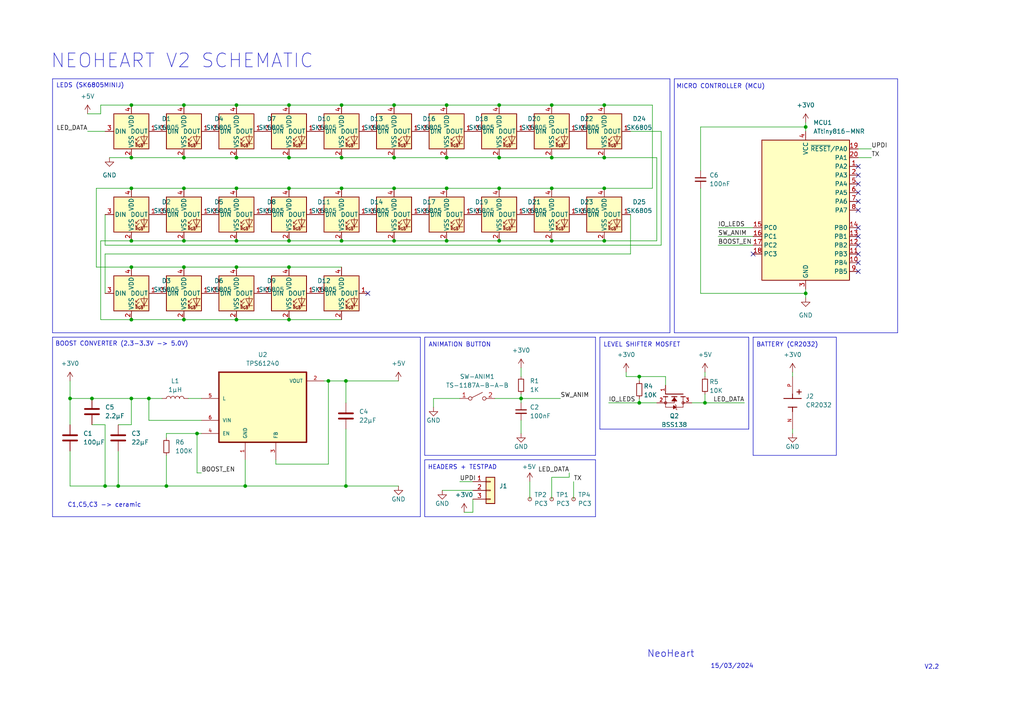
<source format=kicad_sch>
(kicad_sch
	(version 20250114)
	(generator "eeschema")
	(generator_version "9.0")
	(uuid "06284620-908d-46c3-91f8-44c52d8f54aa")
	(paper "A4")
	(lib_symbols
		(symbol "Connector:TestPoint_Small"
			(pin_numbers
				(hide yes)
			)
			(pin_names
				(offset 0.762)
				(hide yes)
			)
			(exclude_from_sim no)
			(in_bom yes)
			(on_board yes)
			(property "Reference" "TP"
				(at 0 3.81 0)
				(effects
					(font
						(size 1.27 1.27)
					)
				)
			)
			(property "Value" "TestPoint_Small"
				(at 0 2.032 0)
				(effects
					(font
						(size 1.27 1.27)
					)
				)
			)
			(property "Footprint" ""
				(at 5.08 0 0)
				(effects
					(font
						(size 1.27 1.27)
					)
					(hide yes)
				)
			)
			(property "Datasheet" "~"
				(at 5.08 0 0)
				(effects
					(font
						(size 1.27 1.27)
					)
					(hide yes)
				)
			)
			(property "Description" "test point"
				(at 0 0 0)
				(effects
					(font
						(size 1.27 1.27)
					)
					(hide yes)
				)
			)
			(property "ki_keywords" "test point tp"
				(at 0 0 0)
				(effects
					(font
						(size 1.27 1.27)
					)
					(hide yes)
				)
			)
			(property "ki_fp_filters" "Pin* Test*"
				(at 0 0 0)
				(effects
					(font
						(size 1.27 1.27)
					)
					(hide yes)
				)
			)
			(symbol "TestPoint_Small_0_1"
				(circle
					(center 0 0)
					(radius 0.508)
					(stroke
						(width 0)
						(type default)
					)
					(fill
						(type none)
					)
				)
			)
			(symbol "TestPoint_Small_1_1"
				(pin passive line
					(at 0 0 90)
					(length 0)
					(name "1"
						(effects
							(font
								(size 1.27 1.27)
							)
						)
					)
					(number "1"
						(effects
							(font
								(size 1.27 1.27)
							)
						)
					)
				)
			)
			(embedded_fonts no)
		)
		(symbol "Connector_Generic:Conn_01x03"
			(pin_names
				(offset 1.016)
				(hide yes)
			)
			(exclude_from_sim no)
			(in_bom yes)
			(on_board yes)
			(property "Reference" "J"
				(at 0 5.08 0)
				(effects
					(font
						(size 1.27 1.27)
					)
				)
			)
			(property "Value" "Conn_01x03"
				(at 0 -5.08 0)
				(effects
					(font
						(size 1.27 1.27)
					)
				)
			)
			(property "Footprint" ""
				(at 0 0 0)
				(effects
					(font
						(size 1.27 1.27)
					)
					(hide yes)
				)
			)
			(property "Datasheet" "~"
				(at 0 0 0)
				(effects
					(font
						(size 1.27 1.27)
					)
					(hide yes)
				)
			)
			(property "Description" "Generic connector, single row, 01x03, script generated (kicad-library-utils/schlib/autogen/connector/)"
				(at 0 0 0)
				(effects
					(font
						(size 1.27 1.27)
					)
					(hide yes)
				)
			)
			(property "ki_keywords" "connector"
				(at 0 0 0)
				(effects
					(font
						(size 1.27 1.27)
					)
					(hide yes)
				)
			)
			(property "ki_fp_filters" "Connector*:*_1x??_*"
				(at 0 0 0)
				(effects
					(font
						(size 1.27 1.27)
					)
					(hide yes)
				)
			)
			(symbol "Conn_01x03_1_1"
				(rectangle
					(start -1.27 3.81)
					(end 1.27 -3.81)
					(stroke
						(width 0.254)
						(type default)
					)
					(fill
						(type background)
					)
				)
				(rectangle
					(start -1.27 2.667)
					(end 0 2.413)
					(stroke
						(width 0.1524)
						(type default)
					)
					(fill
						(type none)
					)
				)
				(rectangle
					(start -1.27 0.127)
					(end 0 -0.127)
					(stroke
						(width 0.1524)
						(type default)
					)
					(fill
						(type none)
					)
				)
				(rectangle
					(start -1.27 -2.413)
					(end 0 -2.667)
					(stroke
						(width 0.1524)
						(type default)
					)
					(fill
						(type none)
					)
				)
				(pin passive line
					(at -5.08 2.54 0)
					(length 3.81)
					(name "Pin_1"
						(effects
							(font
								(size 1.27 1.27)
							)
						)
					)
					(number "1"
						(effects
							(font
								(size 1.27 1.27)
							)
						)
					)
				)
				(pin passive line
					(at -5.08 0 0)
					(length 3.81)
					(name "Pin_2"
						(effects
							(font
								(size 1.27 1.27)
							)
						)
					)
					(number "2"
						(effects
							(font
								(size 1.27 1.27)
							)
						)
					)
				)
				(pin passive line
					(at -5.08 -2.54 0)
					(length 3.81)
					(name "Pin_3"
						(effects
							(font
								(size 1.27 1.27)
							)
						)
					)
					(number "3"
						(effects
							(font
								(size 1.27 1.27)
							)
						)
					)
				)
			)
			(embedded_fonts no)
		)
		(symbol "Device:C"
			(pin_numbers
				(hide yes)
			)
			(pin_names
				(offset 0.254)
			)
			(exclude_from_sim no)
			(in_bom yes)
			(on_board yes)
			(property "Reference" "C"
				(at 0.635 2.54 0)
				(effects
					(font
						(size 1.27 1.27)
					)
					(justify left)
				)
			)
			(property "Value" "C"
				(at 0.635 -2.54 0)
				(effects
					(font
						(size 1.27 1.27)
					)
					(justify left)
				)
			)
			(property "Footprint" ""
				(at 0.9652 -3.81 0)
				(effects
					(font
						(size 1.27 1.27)
					)
					(hide yes)
				)
			)
			(property "Datasheet" "~"
				(at 0 0 0)
				(effects
					(font
						(size 1.27 1.27)
					)
					(hide yes)
				)
			)
			(property "Description" "Unpolarized capacitor"
				(at 0 0 0)
				(effects
					(font
						(size 1.27 1.27)
					)
					(hide yes)
				)
			)
			(property "ki_keywords" "cap capacitor"
				(at 0 0 0)
				(effects
					(font
						(size 1.27 1.27)
					)
					(hide yes)
				)
			)
			(property "ki_fp_filters" "C_*"
				(at 0 0 0)
				(effects
					(font
						(size 1.27 1.27)
					)
					(hide yes)
				)
			)
			(symbol "C_0_1"
				(polyline
					(pts
						(xy -2.032 0.762) (xy 2.032 0.762)
					)
					(stroke
						(width 0.508)
						(type default)
					)
					(fill
						(type none)
					)
				)
				(polyline
					(pts
						(xy -2.032 -0.762) (xy 2.032 -0.762)
					)
					(stroke
						(width 0.508)
						(type default)
					)
					(fill
						(type none)
					)
				)
			)
			(symbol "C_1_1"
				(pin passive line
					(at 0 3.81 270)
					(length 2.794)
					(name "~"
						(effects
							(font
								(size 1.27 1.27)
							)
						)
					)
					(number "1"
						(effects
							(font
								(size 1.27 1.27)
							)
						)
					)
				)
				(pin passive line
					(at 0 -3.81 90)
					(length 2.794)
					(name "~"
						(effects
							(font
								(size 1.27 1.27)
							)
						)
					)
					(number "2"
						(effects
							(font
								(size 1.27 1.27)
							)
						)
					)
				)
			)
			(embedded_fonts no)
		)
		(symbol "Device:C_Small"
			(pin_numbers
				(hide yes)
			)
			(pin_names
				(offset 0.254)
				(hide yes)
			)
			(exclude_from_sim no)
			(in_bom yes)
			(on_board yes)
			(property "Reference" "C"
				(at 0.254 1.778 0)
				(effects
					(font
						(size 1.27 1.27)
					)
					(justify left)
				)
			)
			(property "Value" "C_Small"
				(at 0.254 -2.032 0)
				(effects
					(font
						(size 1.27 1.27)
					)
					(justify left)
				)
			)
			(property "Footprint" ""
				(at 0 0 0)
				(effects
					(font
						(size 1.27 1.27)
					)
					(hide yes)
				)
			)
			(property "Datasheet" "~"
				(at 0 0 0)
				(effects
					(font
						(size 1.27 1.27)
					)
					(hide yes)
				)
			)
			(property "Description" "Unpolarized capacitor, small symbol"
				(at 0 0 0)
				(effects
					(font
						(size 1.27 1.27)
					)
					(hide yes)
				)
			)
			(property "ki_keywords" "capacitor cap"
				(at 0 0 0)
				(effects
					(font
						(size 1.27 1.27)
					)
					(hide yes)
				)
			)
			(property "ki_fp_filters" "C_*"
				(at 0 0 0)
				(effects
					(font
						(size 1.27 1.27)
					)
					(hide yes)
				)
			)
			(symbol "C_Small_0_1"
				(polyline
					(pts
						(xy -1.524 0.508) (xy 1.524 0.508)
					)
					(stroke
						(width 0.3048)
						(type default)
					)
					(fill
						(type none)
					)
				)
				(polyline
					(pts
						(xy -1.524 -0.508) (xy 1.524 -0.508)
					)
					(stroke
						(width 0.3302)
						(type default)
					)
					(fill
						(type none)
					)
				)
			)
			(symbol "C_Small_1_1"
				(pin passive line
					(at 0 2.54 270)
					(length 2.032)
					(name "~"
						(effects
							(font
								(size 1.27 1.27)
							)
						)
					)
					(number "1"
						(effects
							(font
								(size 1.27 1.27)
							)
						)
					)
				)
				(pin passive line
					(at 0 -2.54 90)
					(length 2.032)
					(name "~"
						(effects
							(font
								(size 1.27 1.27)
							)
						)
					)
					(number "2"
						(effects
							(font
								(size 1.27 1.27)
							)
						)
					)
				)
			)
			(embedded_fonts no)
		)
		(symbol "Device:L"
			(pin_numbers
				(hide yes)
			)
			(pin_names
				(offset 1.016)
				(hide yes)
			)
			(exclude_from_sim no)
			(in_bom yes)
			(on_board yes)
			(property "Reference" "L"
				(at -1.27 0 90)
				(effects
					(font
						(size 1.27 1.27)
					)
				)
			)
			(property "Value" "L"
				(at 1.905 0 90)
				(effects
					(font
						(size 1.27 1.27)
					)
				)
			)
			(property "Footprint" ""
				(at 0 0 0)
				(effects
					(font
						(size 1.27 1.27)
					)
					(hide yes)
				)
			)
			(property "Datasheet" "~"
				(at 0 0 0)
				(effects
					(font
						(size 1.27 1.27)
					)
					(hide yes)
				)
			)
			(property "Description" "Inductor"
				(at 0 0 0)
				(effects
					(font
						(size 1.27 1.27)
					)
					(hide yes)
				)
			)
			(property "ki_keywords" "inductor choke coil reactor magnetic"
				(at 0 0 0)
				(effects
					(font
						(size 1.27 1.27)
					)
					(hide yes)
				)
			)
			(property "ki_fp_filters" "Choke_* *Coil* Inductor_* L_*"
				(at 0 0 0)
				(effects
					(font
						(size 1.27 1.27)
					)
					(hide yes)
				)
			)
			(symbol "L_0_1"
				(arc
					(start 0 2.54)
					(mid 0.6323 1.905)
					(end 0 1.27)
					(stroke
						(width 0)
						(type default)
					)
					(fill
						(type none)
					)
				)
				(arc
					(start 0 1.27)
					(mid 0.6323 0.635)
					(end 0 0)
					(stroke
						(width 0)
						(type default)
					)
					(fill
						(type none)
					)
				)
				(arc
					(start 0 0)
					(mid 0.6323 -0.635)
					(end 0 -1.27)
					(stroke
						(width 0)
						(type default)
					)
					(fill
						(type none)
					)
				)
				(arc
					(start 0 -1.27)
					(mid 0.6323 -1.905)
					(end 0 -2.54)
					(stroke
						(width 0)
						(type default)
					)
					(fill
						(type none)
					)
				)
			)
			(symbol "L_1_1"
				(pin passive line
					(at 0 3.81 270)
					(length 1.27)
					(name "1"
						(effects
							(font
								(size 1.27 1.27)
							)
						)
					)
					(number "1"
						(effects
							(font
								(size 1.27 1.27)
							)
						)
					)
				)
				(pin passive line
					(at 0 -3.81 90)
					(length 1.27)
					(name "2"
						(effects
							(font
								(size 1.27 1.27)
							)
						)
					)
					(number "2"
						(effects
							(font
								(size 1.27 1.27)
							)
						)
					)
				)
			)
			(embedded_fonts no)
		)
		(symbol "Device:R_Small"
			(pin_numbers
				(hide yes)
			)
			(pin_names
				(offset 0.254)
				(hide yes)
			)
			(exclude_from_sim no)
			(in_bom yes)
			(on_board yes)
			(property "Reference" "R"
				(at 0.762 0.508 0)
				(effects
					(font
						(size 1.27 1.27)
					)
					(justify left)
				)
			)
			(property "Value" "R_Small"
				(at 0.762 -1.016 0)
				(effects
					(font
						(size 1.27 1.27)
					)
					(justify left)
				)
			)
			(property "Footprint" ""
				(at 0 0 0)
				(effects
					(font
						(size 1.27 1.27)
					)
					(hide yes)
				)
			)
			(property "Datasheet" "~"
				(at 0 0 0)
				(effects
					(font
						(size 1.27 1.27)
					)
					(hide yes)
				)
			)
			(property "Description" "Resistor, small symbol"
				(at 0 0 0)
				(effects
					(font
						(size 1.27 1.27)
					)
					(hide yes)
				)
			)
			(property "ki_keywords" "R resistor"
				(at 0 0 0)
				(effects
					(font
						(size 1.27 1.27)
					)
					(hide yes)
				)
			)
			(property "ki_fp_filters" "R_*"
				(at 0 0 0)
				(effects
					(font
						(size 1.27 1.27)
					)
					(hide yes)
				)
			)
			(symbol "R_Small_0_1"
				(rectangle
					(start -0.762 1.778)
					(end 0.762 -1.778)
					(stroke
						(width 0.2032)
						(type default)
					)
					(fill
						(type none)
					)
				)
			)
			(symbol "R_Small_1_1"
				(pin passive line
					(at 0 2.54 270)
					(length 0.762)
					(name "~"
						(effects
							(font
								(size 1.27 1.27)
							)
						)
					)
					(number "1"
						(effects
							(font
								(size 1.27 1.27)
							)
						)
					)
				)
				(pin passive line
					(at 0 -2.54 90)
					(length 0.762)
					(name "~"
						(effects
							(font
								(size 1.27 1.27)
							)
						)
					)
					(number "2"
						(effects
							(font
								(size 1.27 1.27)
							)
						)
					)
				)
			)
			(embedded_fonts no)
		)
		(symbol "IRLML2502:IRLML2502"
			(pin_names
				(offset 1.016)
			)
			(exclude_from_sim no)
			(in_bom yes)
			(on_board yes)
			(property "Reference" "Q"
				(at -8.89 2.54 0)
				(effects
					(font
						(size 1.27 1.27)
					)
					(justify left bottom)
				)
			)
			(property "Value" "IRLML2502"
				(at -8.89 -7.62 0)
				(effects
					(font
						(size 1.27 1.27)
					)
					(justify left bottom)
				)
			)
			(property "Footprint" "IRLML2502:SOT95P237X112-3N"
				(at 0 0 0)
				(effects
					(font
						(size 1.27 1.27)
					)
					(justify bottom)
					(hide yes)
				)
			)
			(property "Datasheet" ""
				(at 0 0 0)
				(effects
					(font
						(size 1.27 1.27)
					)
					(hide yes)
				)
			)
			(property "Description" "N-Channel 20 V 4.2A (Ta) 1.25W (Ta) Surface Mount Micro3â„¢ /SOT-23"
				(at 0 0 0)
				(effects
					(font
						(size 1.27 1.27)
					)
					(justify bottom)
					(hide yes)
				)
			)
			(property "MF" "Infineon Technologies"
				(at 0 0 0)
				(effects
					(font
						(size 1.27 1.27)
					)
					(justify bottom)
					(hide yes)
				)
			)
			(property "MAXIMUM_PACKAGE_HEIGHT" "1.12 mm"
				(at 0 0 0)
				(effects
					(font
						(size 1.27 1.27)
					)
					(justify bottom)
					(hide yes)
				)
			)
			(property "Package" "SOT-23-3 International Rectifier"
				(at 0 0 0)
				(effects
					(font
						(size 1.27 1.27)
					)
					(justify bottom)
					(hide yes)
				)
			)
			(property "Price" "None"
				(at 0 0 0)
				(effects
					(font
						(size 1.27 1.27)
					)
					(justify bottom)
					(hide yes)
				)
			)
			(property "Check_prices" "https://www.snapeda.com/parts/IRLML2502/Infineon+Technologies/view-part/?ref=eda"
				(at 0 0 0)
				(effects
					(font
						(size 1.27 1.27)
					)
					(justify bottom)
					(hide yes)
				)
			)
			(property "STANDARD" "IPC 7351B"
				(at 0 0 0)
				(effects
					(font
						(size 1.27 1.27)
					)
					(justify bottom)
					(hide yes)
				)
			)
			(property "PARTREV" "April 24, 2014"
				(at 0 0 0)
				(effects
					(font
						(size 1.27 1.27)
					)
					(justify bottom)
					(hide yes)
				)
			)
			(property "SnapEDA_Link" "https://www.snapeda.com/parts/IRLML2502/Infineon+Technologies/view-part/?ref=snap"
				(at 0 0 0)
				(effects
					(font
						(size 1.27 1.27)
					)
					(justify bottom)
					(hide yes)
				)
			)
			(property "SNAPEDA_PACKAGE_ID" "11907"
				(at 0 0 0)
				(effects
					(font
						(size 1.27 1.27)
					)
					(justify bottom)
					(hide yes)
				)
			)
			(property "MP" "IRLML2502"
				(at 0 0 0)
				(effects
					(font
						(size 1.27 1.27)
					)
					(justify bottom)
					(hide yes)
				)
			)
			(property "Purchase-URL" "https://www.snapeda.com/api/url_track_click_mouser/?unipart_id=453707&manufacturer=Infineon Technologies&part_name=IRLML2502&search_term=None"
				(at 0 0 0)
				(effects
					(font
						(size 1.27 1.27)
					)
					(justify bottom)
					(hide yes)
				)
			)
			(property "SNAPEDA_PN" "IRLML2502"
				(at 0 0 0)
				(effects
					(font
						(size 1.27 1.27)
					)
					(justify bottom)
					(hide yes)
				)
			)
			(property "Availability" "In Stock"
				(at 0 0 0)
				(effects
					(font
						(size 1.27 1.27)
					)
					(justify bottom)
					(hide yes)
				)
			)
			(property "MANUFACTURER" "Infineon Technologies"
				(at 0 0 0)
				(effects
					(font
						(size 1.27 1.27)
					)
					(justify bottom)
					(hide yes)
				)
			)
			(symbol "IRLML2502_0_0"
				(polyline
					(pts
						(xy 0 2.54) (xy 0 -2.54)
					)
					(stroke
						(width 0.254)
						(type default)
					)
					(fill
						(type none)
					)
				)
				(polyline
					(pts
						(xy 0.762 3.175) (xy 0.762 2.54)
					)
					(stroke
						(width 0.254)
						(type default)
					)
					(fill
						(type none)
					)
				)
				(polyline
					(pts
						(xy 0.762 2.54) (xy 0.762 1.905)
					)
					(stroke
						(width 0.254)
						(type default)
					)
					(fill
						(type none)
					)
				)
				(polyline
					(pts
						(xy 0.762 2.54) (xy 3.81 2.54)
					)
					(stroke
						(width 0.1524)
						(type default)
					)
					(fill
						(type none)
					)
				)
				(polyline
					(pts
						(xy 0.762 0.762) (xy 0.762 0)
					)
					(stroke
						(width 0.254)
						(type default)
					)
					(fill
						(type none)
					)
				)
				(polyline
					(pts
						(xy 0.762 0) (xy 0.762 -0.762)
					)
					(stroke
						(width 0.254)
						(type default)
					)
					(fill
						(type none)
					)
				)
				(polyline
					(pts
						(xy 0.762 0) (xy 2.54 0)
					)
					(stroke
						(width 0.1524)
						(type default)
					)
					(fill
						(type none)
					)
				)
				(polyline
					(pts
						(xy 0.762 -1.905) (xy 0.762 -2.54)
					)
					(stroke
						(width 0.254)
						(type default)
					)
					(fill
						(type none)
					)
				)
				(polyline
					(pts
						(xy 0.762 -2.54) (xy 0.762 -3.175)
					)
					(stroke
						(width 0.254)
						(type default)
					)
					(fill
						(type none)
					)
				)
				(polyline
					(pts
						(xy 1.016 0) (xy 2.032 0.762) (xy 2.032 -0.762) (xy 1.016 0)
					)
					(stroke
						(width 0.1524)
						(type default)
					)
					(fill
						(type outline)
					)
				)
				(circle
					(center 2.54 2.54)
					(radius 0.3592)
					(stroke
						(width 0)
						(type default)
					)
					(fill
						(type none)
					)
				)
				(polyline
					(pts
						(xy 2.54 0) (xy 2.54 -2.54)
					)
					(stroke
						(width 0.1524)
						(type default)
					)
					(fill
						(type none)
					)
				)
				(polyline
					(pts
						(xy 2.54 -2.54) (xy 0.762 -2.54)
					)
					(stroke
						(width 0.1524)
						(type default)
					)
					(fill
						(type none)
					)
				)
				(polyline
					(pts
						(xy 2.54 -2.54) (xy 3.81 -2.54)
					)
					(stroke
						(width 0.1524)
						(type default)
					)
					(fill
						(type none)
					)
				)
				(circle
					(center 2.54 -2.54)
					(radius 0.3592)
					(stroke
						(width 0)
						(type default)
					)
					(fill
						(type none)
					)
				)
				(polyline
					(pts
						(xy 3.302 0.508) (xy 3.048 0.254)
					)
					(stroke
						(width 0.1524)
						(type default)
					)
					(fill
						(type none)
					)
				)
				(polyline
					(pts
						(xy 3.81 2.54) (xy 3.81 0.508)
					)
					(stroke
						(width 0.1524)
						(type default)
					)
					(fill
						(type none)
					)
				)
				(polyline
					(pts
						(xy 3.81 0.508) (xy 3.302 0.508)
					)
					(stroke
						(width 0.1524)
						(type default)
					)
					(fill
						(type none)
					)
				)
				(polyline
					(pts
						(xy 3.81 0.508) (xy 3.81 -2.54)
					)
					(stroke
						(width 0.1524)
						(type default)
					)
					(fill
						(type none)
					)
				)
				(polyline
					(pts
						(xy 3.81 0.508) (xy 3.302 -0.254) (xy 4.318 -0.254) (xy 3.81 0.508)
					)
					(stroke
						(width 0.1524)
						(type default)
					)
					(fill
						(type outline)
					)
				)
				(polyline
					(pts
						(xy 4.318 0.508) (xy 3.81 0.508)
					)
					(stroke
						(width 0.1524)
						(type default)
					)
					(fill
						(type none)
					)
				)
				(polyline
					(pts
						(xy 4.572 0.762) (xy 4.318 0.508)
					)
					(stroke
						(width 0.1524)
						(type default)
					)
					(fill
						(type none)
					)
				)
				(pin passive line
					(at -2.54 -2.54 0)
					(length 2.54)
					(name "~"
						(effects
							(font
								(size 1.016 1.016)
							)
						)
					)
					(number "1"
						(effects
							(font
								(size 1.016 1.016)
							)
						)
					)
				)
				(pin passive line
					(at 2.54 5.08 270)
					(length 2.54)
					(name "~"
						(effects
							(font
								(size 1.016 1.016)
							)
						)
					)
					(number "3"
						(effects
							(font
								(size 1.016 1.016)
							)
						)
					)
				)
				(pin passive line
					(at 2.54 -5.08 90)
					(length 2.54)
					(name "~"
						(effects
							(font
								(size 1.016 1.016)
							)
						)
					)
					(number "2"
						(effects
							(font
								(size 1.016 1.016)
							)
						)
					)
				)
			)
			(embedded_fonts no)
		)
		(symbol "LED:SK6805"
			(pin_names
				(offset 0.254)
			)
			(exclude_from_sim no)
			(in_bom yes)
			(on_board yes)
			(property "Reference" "D"
				(at 5.08 5.715 0)
				(effects
					(font
						(size 1.27 1.27)
					)
					(justify right bottom)
				)
			)
			(property "Value" "SK6805"
				(at 1.27 -5.715 0)
				(effects
					(font
						(size 1.27 1.27)
					)
					(justify left top)
				)
			)
			(property "Footprint" "LED_SMD:LED_SK6805_PLCC4_2.4x2.7mm_P1.3mm"
				(at 1.27 -7.62 0)
				(effects
					(font
						(size 1.27 1.27)
					)
					(justify left top)
					(hide yes)
				)
			)
			(property "Datasheet" "https://cdn-shop.adafruit.com/product-files/3484/3484_Datasheet.pdf"
				(at 2.54 -9.525 0)
				(effects
					(font
						(size 1.27 1.27)
					)
					(justify left top)
					(hide yes)
				)
			)
			(property "Description" "RGB LED with integrated controller"
				(at 0 0 0)
				(effects
					(font
						(size 1.27 1.27)
					)
					(hide yes)
				)
			)
			(property "ki_keywords" "RGB LED NeoPixel Nano addressable"
				(at 0 0 0)
				(effects
					(font
						(size 1.27 1.27)
					)
					(hide yes)
				)
			)
			(property "ki_fp_filters" "LED*SK6805*PLCC*2.4x2.7mm*P1.3mm*"
				(at 0 0 0)
				(effects
					(font
						(size 1.27 1.27)
					)
					(hide yes)
				)
			)
			(symbol "SK6805_0_0"
				(text "RGB"
					(at 2.286 -4.191 0)
					(effects
						(font
							(size 0.762 0.762)
						)
					)
				)
			)
			(symbol "SK6805_0_1"
				(polyline
					(pts
						(xy 1.27 -2.54) (xy 1.778 -2.54)
					)
					(stroke
						(width 0)
						(type default)
					)
					(fill
						(type none)
					)
				)
				(polyline
					(pts
						(xy 1.27 -3.556) (xy 1.778 -3.556)
					)
					(stroke
						(width 0)
						(type default)
					)
					(fill
						(type none)
					)
				)
				(polyline
					(pts
						(xy 2.286 -1.524) (xy 1.27 -2.54) (xy 1.27 -2.032)
					)
					(stroke
						(width 0)
						(type default)
					)
					(fill
						(type none)
					)
				)
				(polyline
					(pts
						(xy 2.286 -2.54) (xy 1.27 -3.556) (xy 1.27 -3.048)
					)
					(stroke
						(width 0)
						(type default)
					)
					(fill
						(type none)
					)
				)
				(polyline
					(pts
						(xy 3.683 -1.016) (xy 3.683 -3.556) (xy 3.683 -4.064)
					)
					(stroke
						(width 0)
						(type default)
					)
					(fill
						(type none)
					)
				)
				(polyline
					(pts
						(xy 4.699 -1.524) (xy 2.667 -1.524) (xy 3.683 -3.556) (xy 4.699 -1.524)
					)
					(stroke
						(width 0)
						(type default)
					)
					(fill
						(type none)
					)
				)
				(polyline
					(pts
						(xy 4.699 -3.556) (xy 2.667 -3.556)
					)
					(stroke
						(width 0)
						(type default)
					)
					(fill
						(type none)
					)
				)
				(rectangle
					(start 5.08 5.08)
					(end -5.08 -5.08)
					(stroke
						(width 0.254)
						(type default)
					)
					(fill
						(type background)
					)
				)
			)
			(symbol "SK6805_1_1"
				(pin input line
					(at -7.62 0 0)
					(length 2.54)
					(name "DIN"
						(effects
							(font
								(size 1.27 1.27)
							)
						)
					)
					(number "3"
						(effects
							(font
								(size 1.27 1.27)
							)
						)
					)
				)
				(pin power_in line
					(at 0 7.62 270)
					(length 2.54)
					(name "VDD"
						(effects
							(font
								(size 1.27 1.27)
							)
						)
					)
					(number "4"
						(effects
							(font
								(size 1.27 1.27)
							)
						)
					)
				)
				(pin power_in line
					(at 0 -7.62 90)
					(length 2.54)
					(name "VSS"
						(effects
							(font
								(size 1.27 1.27)
							)
						)
					)
					(number "2"
						(effects
							(font
								(size 1.27 1.27)
							)
						)
					)
				)
				(pin output line
					(at 7.62 0 180)
					(length 2.54)
					(name "DOUT"
						(effects
							(font
								(size 1.27 1.27)
							)
						)
					)
					(number "1"
						(effects
							(font
								(size 1.27 1.27)
							)
						)
					)
				)
			)
			(embedded_fonts no)
		)
		(symbol "MCU_Microchip_ATtiny:ATtiny816-M"
			(exclude_from_sim no)
			(in_bom yes)
			(on_board yes)
			(property "Reference" "U"
				(at -12.7 21.59 0)
				(effects
					(font
						(size 1.27 1.27)
					)
					(justify left bottom)
				)
			)
			(property "Value" "ATtiny816-M"
				(at 2.54 -21.59 0)
				(effects
					(font
						(size 1.27 1.27)
					)
					(justify left top)
				)
			)
			(property "Footprint" "Package_DFN_QFN:VQFN-20-1EP_3x3mm_P0.4mm_EP1.7x1.7mm"
				(at 0 0 0)
				(effects
					(font
						(size 1.27 1.27)
						(italic yes)
					)
					(hide yes)
				)
			)
			(property "Datasheet" "http://ww1.microchip.com/downloads/en/DeviceDoc/40001913A.pdf"
				(at 0 0 0)
				(effects
					(font
						(size 1.27 1.27)
					)
					(hide yes)
				)
			)
			(property "Description" "20MHz, 8kB Flash, 512B SRAM, 128B EEPROM, VQFN-20"
				(at 0 0 0)
				(effects
					(font
						(size 1.27 1.27)
					)
					(hide yes)
				)
			)
			(property "ki_keywords" "AVR 8bit Microcontroller tinyAVR"
				(at 0 0 0)
				(effects
					(font
						(size 1.27 1.27)
					)
					(hide yes)
				)
			)
			(property "ki_fp_filters" "VQFN*1EP*3x3mm*P0.4mm*"
				(at 0 0 0)
				(effects
					(font
						(size 1.27 1.27)
					)
					(hide yes)
				)
			)
			(symbol "ATtiny816-M_0_1"
				(rectangle
					(start -12.7 -20.32)
					(end 12.7 20.32)
					(stroke
						(width 0.254)
						(type default)
					)
					(fill
						(type background)
					)
				)
			)
			(symbol "ATtiny816-M_1_1"
				(pin bidirectional line
					(at -15.24 -5.08 0)
					(length 2.54)
					(name "PC0"
						(effects
							(font
								(size 1.27 1.27)
							)
						)
					)
					(number "15"
						(effects
							(font
								(size 1.27 1.27)
							)
						)
					)
				)
				(pin bidirectional line
					(at -15.24 -7.62 0)
					(length 2.54)
					(name "PC1"
						(effects
							(font
								(size 1.27 1.27)
							)
						)
					)
					(number "16"
						(effects
							(font
								(size 1.27 1.27)
							)
						)
					)
				)
				(pin bidirectional line
					(at -15.24 -10.16 0)
					(length 2.54)
					(name "PC2"
						(effects
							(font
								(size 1.27 1.27)
							)
						)
					)
					(number "17"
						(effects
							(font
								(size 1.27 1.27)
							)
						)
					)
				)
				(pin bidirectional line
					(at -15.24 -12.7 0)
					(length 2.54)
					(name "PC3"
						(effects
							(font
								(size 1.27 1.27)
							)
						)
					)
					(number "18"
						(effects
							(font
								(size 1.27 1.27)
							)
						)
					)
				)
				(pin power_in line
					(at 0 22.86 270)
					(length 2.54)
					(name "VCC"
						(effects
							(font
								(size 1.27 1.27)
							)
						)
					)
					(number "4"
						(effects
							(font
								(size 1.27 1.27)
							)
						)
					)
				)
				(pin passive line
					(at 0 -22.86 90)
					(length 2.54)
					(hide yes)
					(name "GND"
						(effects
							(font
								(size 1.27 1.27)
							)
						)
					)
					(number "21"
						(effects
							(font
								(size 1.27 1.27)
							)
						)
					)
				)
				(pin power_in line
					(at 0 -22.86 90)
					(length 2.54)
					(name "GND"
						(effects
							(font
								(size 1.27 1.27)
							)
						)
					)
					(number "3"
						(effects
							(font
								(size 1.27 1.27)
							)
						)
					)
				)
				(pin bidirectional line
					(at 15.24 17.78 180)
					(length 2.54)
					(name "~{RESET}/PA0"
						(effects
							(font
								(size 1.27 1.27)
							)
						)
					)
					(number "19"
						(effects
							(font
								(size 1.27 1.27)
							)
						)
					)
				)
				(pin bidirectional line
					(at 15.24 15.24 180)
					(length 2.54)
					(name "PA1"
						(effects
							(font
								(size 1.27 1.27)
							)
						)
					)
					(number "20"
						(effects
							(font
								(size 1.27 1.27)
							)
						)
					)
				)
				(pin bidirectional line
					(at 15.24 12.7 180)
					(length 2.54)
					(name "PA2"
						(effects
							(font
								(size 1.27 1.27)
							)
						)
					)
					(number "1"
						(effects
							(font
								(size 1.27 1.27)
							)
						)
					)
				)
				(pin bidirectional line
					(at 15.24 10.16 180)
					(length 2.54)
					(name "PA3"
						(effects
							(font
								(size 1.27 1.27)
							)
						)
					)
					(number "2"
						(effects
							(font
								(size 1.27 1.27)
							)
						)
					)
				)
				(pin bidirectional line
					(at 15.24 7.62 180)
					(length 2.54)
					(name "PA4"
						(effects
							(font
								(size 1.27 1.27)
							)
						)
					)
					(number "5"
						(effects
							(font
								(size 1.27 1.27)
							)
						)
					)
				)
				(pin bidirectional line
					(at 15.24 5.08 180)
					(length 2.54)
					(name "PA5"
						(effects
							(font
								(size 1.27 1.27)
							)
						)
					)
					(number "6"
						(effects
							(font
								(size 1.27 1.27)
							)
						)
					)
				)
				(pin bidirectional line
					(at 15.24 2.54 180)
					(length 2.54)
					(name "PA6"
						(effects
							(font
								(size 1.27 1.27)
							)
						)
					)
					(number "7"
						(effects
							(font
								(size 1.27 1.27)
							)
						)
					)
				)
				(pin bidirectional line
					(at 15.24 0 180)
					(length 2.54)
					(name "PA7"
						(effects
							(font
								(size 1.27 1.27)
							)
						)
					)
					(number "8"
						(effects
							(font
								(size 1.27 1.27)
							)
						)
					)
				)
				(pin bidirectional line
					(at 15.24 -5.08 180)
					(length 2.54)
					(name "PB0"
						(effects
							(font
								(size 1.27 1.27)
							)
						)
					)
					(number "14"
						(effects
							(font
								(size 1.27 1.27)
							)
						)
					)
				)
				(pin bidirectional line
					(at 15.24 -7.62 180)
					(length 2.54)
					(name "PB1"
						(effects
							(font
								(size 1.27 1.27)
							)
						)
					)
					(number "13"
						(effects
							(font
								(size 1.27 1.27)
							)
						)
					)
				)
				(pin bidirectional line
					(at 15.24 -10.16 180)
					(length 2.54)
					(name "PB2"
						(effects
							(font
								(size 1.27 1.27)
							)
						)
					)
					(number "12"
						(effects
							(font
								(size 1.27 1.27)
							)
						)
					)
				)
				(pin bidirectional line
					(at 15.24 -12.7 180)
					(length 2.54)
					(name "PB3"
						(effects
							(font
								(size 1.27 1.27)
							)
						)
					)
					(number "11"
						(effects
							(font
								(size 1.27 1.27)
							)
						)
					)
				)
				(pin bidirectional line
					(at 15.24 -15.24 180)
					(length 2.54)
					(name "PB4"
						(effects
							(font
								(size 1.27 1.27)
							)
						)
					)
					(number "10"
						(effects
							(font
								(size 1.27 1.27)
							)
						)
					)
				)
				(pin bidirectional line
					(at 15.24 -17.78 180)
					(length 2.54)
					(name "PB5"
						(effects
							(font
								(size 1.27 1.27)
							)
						)
					)
					(number "9"
						(effects
							(font
								(size 1.27 1.27)
							)
						)
					)
				)
			)
			(embedded_fonts no)
		)
		(symbol "S8421-45R:S8421-45R"
			(pin_names
				(offset 1.016)
			)
			(exclude_from_sim no)
			(in_bom yes)
			(on_board yes)
			(property "Reference" "J"
				(at -3.81 3.81 0)
				(effects
					(font
						(size 1.27 1.27)
					)
					(justify left bottom)
				)
			)
			(property "Value" "S8421-45R"
				(at -3.81 -5.08 0)
				(effects
					(font
						(size 1.27 1.27)
					)
					(justify left bottom)
				)
			)
			(property "Footprint" "S8421-45R:HARWIN_S8421-45R"
				(at 0 0 0)
				(effects
					(font
						(size 1.27 1.27)
					)
					(justify bottom)
					(hide yes)
				)
			)
			(property "Datasheet" ""
				(at 0 0 0)
				(effects
					(font
						(size 1.27 1.27)
					)
					(hide yes)
				)
			)
			(property "Description" ""
				(at 0 0 0)
				(effects
					(font
						(size 1.27 1.27)
					)
					(hide yes)
				)
			)
			(property "MF" "Harwin"
				(at 0 0 0)
				(effects
					(font
						(size 1.27 1.27)
					)
					(justify bottom)
					(hide yes)
				)
			)
			(property "MAXIMUM_PACKAGE_HEIGHT" "5.30mm"
				(at 0 0 0)
				(effects
					(font
						(size 1.27 1.27)
					)
					(justify bottom)
					(hide yes)
				)
			)
			(property "Package" "None"
				(at 0 0 0)
				(effects
					(font
						(size 1.27 1.27)
					)
					(justify bottom)
					(hide yes)
				)
			)
			(property "Price" "None"
				(at 0 0 0)
				(effects
					(font
						(size 1.27 1.27)
					)
					(justify bottom)
					(hide yes)
				)
			)
			(property "Check_prices" "https://www.snapeda.com/parts/S8421-45R/Harwin/view-part/?ref=eda"
				(at 0 0 0)
				(effects
					(font
						(size 1.27 1.27)
					)
					(justify bottom)
					(hide yes)
				)
			)
			(property "STANDARD" "Manufacturer Recommendations"
				(at 0 0 0)
				(effects
					(font
						(size 1.27 1.27)
					)
					(justify bottom)
					(hide yes)
				)
			)
			(property "PARTREV" "7"
				(at 0 0 0)
				(effects
					(font
						(size 1.27 1.27)
					)
					(justify bottom)
					(hide yes)
				)
			)
			(property "SnapEDA_Link" "https://www.snapeda.com/parts/S8421-45R/Harwin/view-part/?ref=snap"
				(at 0 0 0)
				(effects
					(font
						(size 1.27 1.27)
					)
					(justify bottom)
					(hide yes)
				)
			)
			(property "MP" "S8421-45R"
				(at 0 0 0)
				(effects
					(font
						(size 1.27 1.27)
					)
					(justify bottom)
					(hide yes)
				)
			)
			(property "Description_1" "Coin Cell Battery Retainer, Horizontal SMT, for CR2032 Coin Cell Batteries, Tape & Reeled"
				(at 0 0 0)
				(effects
					(font
						(size 1.27 1.27)
					)
					(justify bottom)
					(hide yes)
				)
			)
			(property "Availability" "In Stock"
				(at 0 0 0)
				(effects
					(font
						(size 1.27 1.27)
					)
					(justify bottom)
					(hide yes)
				)
			)
			(property "MANUFACTURER" "Harwin"
				(at 0 0 0)
				(effects
					(font
						(size 1.27 1.27)
					)
					(justify bottom)
					(hide yes)
				)
			)
			(symbol "S8421-45R_0_0"
				(polyline
					(pts
						(xy -3.81 1.905) (xy -2.54 1.905)
					)
					(stroke
						(width 0.254)
						(type default)
					)
					(fill
						(type none)
					)
				)
				(polyline
					(pts
						(xy -3.175 2.54) (xy -3.175 1.27)
					)
					(stroke
						(width 0.254)
						(type default)
					)
					(fill
						(type none)
					)
				)
				(polyline
					(pts
						(xy -1.27 2.54) (xy -1.27 0)
					)
					(stroke
						(width 0.254)
						(type default)
					)
					(fill
						(type none)
					)
				)
				(polyline
					(pts
						(xy -1.27 0) (xy -2.54 0)
					)
					(stroke
						(width 0.254)
						(type default)
					)
					(fill
						(type none)
					)
				)
				(polyline
					(pts
						(xy -1.27 0) (xy -1.27 -2.54)
					)
					(stroke
						(width 0.254)
						(type default)
					)
					(fill
						(type none)
					)
				)
				(polyline
					(pts
						(xy 1.27 1.27) (xy 1.27 0)
					)
					(stroke
						(width 0.254)
						(type default)
					)
					(fill
						(type none)
					)
				)
				(polyline
					(pts
						(xy 1.27 0) (xy 1.27 -1.27)
					)
					(stroke
						(width 0.254)
						(type default)
					)
					(fill
						(type none)
					)
				)
				(polyline
					(pts
						(xy 1.27 0) (xy 2.54 0)
					)
					(stroke
						(width 0.254)
						(type default)
					)
					(fill
						(type none)
					)
				)
				(pin passive line
					(at -7.62 0 0)
					(length 5.08)
					(name "~"
						(effects
							(font
								(size 1.016 1.016)
							)
						)
					)
					(number "P"
						(effects
							(font
								(size 1.016 1.016)
							)
						)
					)
				)
				(pin passive line
					(at 7.62 0 180)
					(length 5.08)
					(name "~"
						(effects
							(font
								(size 1.016 1.016)
							)
						)
					)
					(number "N"
						(effects
							(font
								(size 1.016 1.016)
							)
						)
					)
				)
			)
			(embedded_fonts no)
		)
		(symbol "Switch:SW_SPST"
			(pin_names
				(offset 0)
				(hide yes)
			)
			(exclude_from_sim no)
			(in_bom yes)
			(on_board yes)
			(property "Reference" "SW"
				(at 0 3.175 0)
				(effects
					(font
						(size 1.27 1.27)
					)
				)
			)
			(property "Value" "SW_SPST"
				(at 0 -2.54 0)
				(effects
					(font
						(size 1.27 1.27)
					)
				)
			)
			(property "Footprint" ""
				(at 0 0 0)
				(effects
					(font
						(size 1.27 1.27)
					)
					(hide yes)
				)
			)
			(property "Datasheet" "~"
				(at 0 0 0)
				(effects
					(font
						(size 1.27 1.27)
					)
					(hide yes)
				)
			)
			(property "Description" "Single Pole Single Throw (SPST) switch"
				(at 0 0 0)
				(effects
					(font
						(size 1.27 1.27)
					)
					(hide yes)
				)
			)
			(property "ki_keywords" "switch lever"
				(at 0 0 0)
				(effects
					(font
						(size 1.27 1.27)
					)
					(hide yes)
				)
			)
			(symbol "SW_SPST_0_0"
				(circle
					(center -2.032 0)
					(radius 0.508)
					(stroke
						(width 0)
						(type default)
					)
					(fill
						(type none)
					)
				)
				(polyline
					(pts
						(xy -1.524 0.254) (xy 1.524 1.778)
					)
					(stroke
						(width 0)
						(type default)
					)
					(fill
						(type none)
					)
				)
				(circle
					(center 2.032 0)
					(radius 0.508)
					(stroke
						(width 0)
						(type default)
					)
					(fill
						(type none)
					)
				)
			)
			(symbol "SW_SPST_1_1"
				(pin passive line
					(at -5.08 0 0)
					(length 2.54)
					(name "A"
						(effects
							(font
								(size 1.27 1.27)
							)
						)
					)
					(number "1"
						(effects
							(font
								(size 1.27 1.27)
							)
						)
					)
				)
				(pin passive line
					(at 5.08 0 180)
					(length 2.54)
					(name "B"
						(effects
							(font
								(size 1.27 1.27)
							)
						)
					)
					(number "2"
						(effects
							(font
								(size 1.27 1.27)
							)
						)
					)
				)
			)
			(embedded_fonts no)
		)
		(symbol "TPS61240TDRVRQ1:TPS61240TDRVRQ1"
			(pin_names
				(offset 1.016)
			)
			(exclude_from_sim no)
			(in_bom yes)
			(on_board yes)
			(property "Reference" "U2"
				(at 0 15.24 0)
				(effects
					(font
						(size 1.27 1.27)
					)
				)
			)
			(property "Value" "TPS61240TDRVRQ1"
				(at 0 12.7 0)
				(effects
					(font
						(size 1.27 1.27)
					)
				)
			)
			(property "Footprint" "TPS61240TDRVRQ1:SON65P200X200X80-7N"
				(at 0 0 0)
				(effects
					(font
						(size 1.27 1.27)
					)
					(justify bottom)
					(hide yes)
				)
			)
			(property "Datasheet" ""
				(at 0 0 0)
				(effects
					(font
						(size 1.27 1.27)
					)
					(hide yes)
				)
			)
			(property "Description" "2.3-V to 5.5-V input range, 3.5-MHz fixed frequency 450-mA boost converter, AEC-Q100 qualified"
				(at 0 0 0)
				(effects
					(font
						(size 1.27 1.27)
					)
					(justify bottom)
					(hide yes)
				)
			)
			(property "MF" "Texas Instruments"
				(at 0 0 0)
				(effects
					(font
						(size 1.27 1.27)
					)
					(justify bottom)
					(hide yes)
				)
			)
			(property "Package" "WSON-6 Texas Instruments"
				(at 0 0 0)
				(effects
					(font
						(size 1.27 1.27)
					)
					(justify bottom)
					(hide yes)
				)
			)
			(property "Price" "None"
				(at 0 0 0)
				(effects
					(font
						(size 1.27 1.27)
					)
					(justify bottom)
					(hide yes)
				)
			)
			(property "Check_prices" "https://www.snapeda.com/parts/TPS61240TDRVRQ1/Texas+Instruments/view-part/?ref=eda"
				(at 0 0 0)
				(effects
					(font
						(size 1.27 1.27)
					)
					(justify bottom)
					(hide yes)
				)
			)
			(property "SnapEDA_Link" "https://www.snapeda.com/parts/TPS61240TDRVRQ1/Texas+Instruments/view-part/?ref=snap"
				(at 0 0 0)
				(effects
					(font
						(size 1.27 1.27)
					)
					(justify bottom)
					(hide yes)
				)
			)
			(property "MP" "TPS61240TDRVRQ1"
				(at 0 0 0)
				(effects
					(font
						(size 1.27 1.27)
					)
					(justify bottom)
					(hide yes)
				)
			)
			(property "Purchase-URL" "https://www.snapeda.com/api/url_track_click_mouser/?unipart_id=762525&manufacturer=Texas Instruments&part_name=TPS61240TDRVRQ1&search_term=None"
				(at 0 0 0)
				(effects
					(font
						(size 1.27 1.27)
					)
					(justify bottom)
					(hide yes)
				)
			)
			(property "Availability" "In Stock"
				(at 0 0 0)
				(effects
					(font
						(size 1.27 1.27)
					)
					(justify bottom)
					(hide yes)
				)
			)
			(property "Manufacturer" "Texas Instruments"
				(at 0 0 0)
				(effects
					(font
						(size 1.27 1.27)
					)
					(justify bottom)
					(hide yes)
				)
			)
			(symbol "TPS61240TDRVRQ1_0_0"
				(rectangle
					(start -12.7 -10.16)
					(end 12.7 10.16)
					(stroke
						(width 0.41)
						(type default)
					)
					(fill
						(type background)
					)
				)
				(pin input line
					(at -17.78 2.54 0)
					(length 5.08)
					(name "L"
						(effects
							(font
								(size 1.016 1.016)
							)
						)
					)
					(number "5"
						(effects
							(font
								(size 1.016 1.016)
							)
						)
					)
				)
				(pin input line
					(at -17.78 -3.81 0)
					(length 5.08)
					(name "VIN"
						(effects
							(font
								(size 1.016 1.016)
							)
						)
					)
					(number "6"
						(effects
							(font
								(size 1.016 1.016)
							)
						)
					)
				)
				(pin input line
					(at -17.78 -7.62 0)
					(length 5.08)
					(name "EN"
						(effects
							(font
								(size 1.016 1.016)
							)
						)
					)
					(number "4"
						(effects
							(font
								(size 1.016 1.016)
							)
						)
					)
				)
				(pin power_in line
					(at -5.08 -15.24 90)
					(length 5.08)
					(name "GND"
						(effects
							(font
								(size 1.016 1.016)
							)
						)
					)
					(number "1"
						(effects
							(font
								(size 1.016 1.016)
							)
						)
					)
				)
				(pin input line
					(at 3.81 -15.24 90)
					(length 5.08)
					(name "FB"
						(effects
							(font
								(size 1.016 1.016)
							)
						)
					)
					(number "3"
						(effects
							(font
								(size 1.016 1.016)
							)
						)
					)
				)
				(pin output line
					(at 17.78 7.62 180)
					(length 5.08)
					(name "VOUT"
						(effects
							(font
								(size 1.016 1.016)
							)
						)
					)
					(number "2"
						(effects
							(font
								(size 1.016 1.016)
							)
						)
					)
				)
			)
			(embedded_fonts no)
		)
		(symbol "power:+3V0"
			(power)
			(pin_names
				(offset 0)
			)
			(exclude_from_sim no)
			(in_bom yes)
			(on_board yes)
			(property "Reference" "#PWR"
				(at 0 -3.81 0)
				(effects
					(font
						(size 1.27 1.27)
					)
					(hide yes)
				)
			)
			(property "Value" "+3V0"
				(at 0 3.556 0)
				(effects
					(font
						(size 1.27 1.27)
					)
				)
			)
			(property "Footprint" ""
				(at 0 0 0)
				(effects
					(font
						(size 1.27 1.27)
					)
					(hide yes)
				)
			)
			(property "Datasheet" ""
				(at 0 0 0)
				(effects
					(font
						(size 1.27 1.27)
					)
					(hide yes)
				)
			)
			(property "Description" "Power symbol creates a global label with name \"+3V0\""
				(at 0 0 0)
				(effects
					(font
						(size 1.27 1.27)
					)
					(hide yes)
				)
			)
			(property "ki_keywords" "global power"
				(at 0 0 0)
				(effects
					(font
						(size 1.27 1.27)
					)
					(hide yes)
				)
			)
			(symbol "+3V0_0_1"
				(polyline
					(pts
						(xy -0.762 1.27) (xy 0 2.54)
					)
					(stroke
						(width 0)
						(type default)
					)
					(fill
						(type none)
					)
				)
				(polyline
					(pts
						(xy 0 2.54) (xy 0.762 1.27)
					)
					(stroke
						(width 0)
						(type default)
					)
					(fill
						(type none)
					)
				)
				(polyline
					(pts
						(xy 0 0) (xy 0 2.54)
					)
					(stroke
						(width 0)
						(type default)
					)
					(fill
						(type none)
					)
				)
			)
			(symbol "+3V0_1_1"
				(pin power_in line
					(at 0 0 90)
					(length 0)
					(hide yes)
					(name "+3V0"
						(effects
							(font
								(size 1.27 1.27)
							)
						)
					)
					(number "1"
						(effects
							(font
								(size 1.27 1.27)
							)
						)
					)
				)
			)
			(embedded_fonts no)
		)
		(symbol "power:+5V"
			(power)
			(pin_names
				(offset 0)
			)
			(exclude_from_sim no)
			(in_bom yes)
			(on_board yes)
			(property "Reference" "#PWR"
				(at 0 -3.81 0)
				(effects
					(font
						(size 1.27 1.27)
					)
					(hide yes)
				)
			)
			(property "Value" "+5V"
				(at 0 3.556 0)
				(effects
					(font
						(size 1.27 1.27)
					)
				)
			)
			(property "Footprint" ""
				(at 0 0 0)
				(effects
					(font
						(size 1.27 1.27)
					)
					(hide yes)
				)
			)
			(property "Datasheet" ""
				(at 0 0 0)
				(effects
					(font
						(size 1.27 1.27)
					)
					(hide yes)
				)
			)
			(property "Description" "Power symbol creates a global label with name \"+5V\""
				(at 0 0 0)
				(effects
					(font
						(size 1.27 1.27)
					)
					(hide yes)
				)
			)
			(property "ki_keywords" "global power"
				(at 0 0 0)
				(effects
					(font
						(size 1.27 1.27)
					)
					(hide yes)
				)
			)
			(symbol "+5V_0_1"
				(polyline
					(pts
						(xy -0.762 1.27) (xy 0 2.54)
					)
					(stroke
						(width 0)
						(type default)
					)
					(fill
						(type none)
					)
				)
				(polyline
					(pts
						(xy 0 2.54) (xy 0.762 1.27)
					)
					(stroke
						(width 0)
						(type default)
					)
					(fill
						(type none)
					)
				)
				(polyline
					(pts
						(xy 0 0) (xy 0 2.54)
					)
					(stroke
						(width 0)
						(type default)
					)
					(fill
						(type none)
					)
				)
			)
			(symbol "+5V_1_1"
				(pin power_in line
					(at 0 0 90)
					(length 0)
					(hide yes)
					(name "+5V"
						(effects
							(font
								(size 1.27 1.27)
							)
						)
					)
					(number "1"
						(effects
							(font
								(size 1.27 1.27)
							)
						)
					)
				)
			)
			(embedded_fonts no)
		)
		(symbol "power:GND"
			(power)
			(pin_names
				(offset 0)
			)
			(exclude_from_sim no)
			(in_bom yes)
			(on_board yes)
			(property "Reference" "#PWR"
				(at 0 -6.35 0)
				(effects
					(font
						(size 1.27 1.27)
					)
					(hide yes)
				)
			)
			(property "Value" "GND"
				(at 0 -3.81 0)
				(effects
					(font
						(size 1.27 1.27)
					)
				)
			)
			(property "Footprint" ""
				(at 0 0 0)
				(effects
					(font
						(size 1.27 1.27)
					)
					(hide yes)
				)
			)
			(property "Datasheet" ""
				(at 0 0 0)
				(effects
					(font
						(size 1.27 1.27)
					)
					(hide yes)
				)
			)
			(property "Description" "Power symbol creates a global label with name \"GND\" , ground"
				(at 0 0 0)
				(effects
					(font
						(size 1.27 1.27)
					)
					(hide yes)
				)
			)
			(property "ki_keywords" "global power"
				(at 0 0 0)
				(effects
					(font
						(size 1.27 1.27)
					)
					(hide yes)
				)
			)
			(symbol "GND_0_1"
				(polyline
					(pts
						(xy 0 0) (xy 0 -1.27) (xy 1.27 -1.27) (xy 0 -2.54) (xy -1.27 -1.27) (xy 0 -1.27)
					)
					(stroke
						(width 0)
						(type default)
					)
					(fill
						(type none)
					)
				)
			)
			(symbol "GND_1_1"
				(pin power_in line
					(at 0 0 270)
					(length 0)
					(hide yes)
					(name "GND"
						(effects
							(font
								(size 1.27 1.27)
							)
						)
					)
					(number "1"
						(effects
							(font
								(size 1.27 1.27)
							)
						)
					)
				)
			)
			(embedded_fonts no)
		)
	)
	(text "MICRO CONTROLLER (MCU)"
		(exclude_from_sim no)
		(at 209.042 25.146 0)
		(effects
			(font
				(size 1.27 1.27)
			)
		)
		(uuid "1db0a5ab-6331-4dfb-8379-3e7c42eec69b")
	)
	(text "NEOHEART V2 SCHEMATIC"
		(exclude_from_sim no)
		(at 52.832 17.78 0)
		(effects
			(font
				(size 4 4)
			)
		)
		(uuid "23857245-9e3f-4371-bc1a-57411211fbdc")
	)
	(text "BATTERY (CR2032)"
		(exclude_from_sim no)
		(at 228.346 100.076 0)
		(effects
			(font
				(size 1.27 1.27)
			)
		)
		(uuid "315bd220-5332-469e-a46e-f0608fd52d34")
	)
	(text "\nC1,C5,C3 -> ceramic"
		(exclude_from_sim no)
		(at 19.558 145.542 0)
		(effects
			(font
				(size 1.27 1.27)
			)
			(justify left)
		)
		(uuid "3393161e-7e9f-4b00-8c42-005d3e82d758")
	)
	(text "NeoHeart"
		(exclude_from_sim no)
		(at 194.564 189.738 0)
		(effects
			(font
				(size 2 2)
			)
		)
		(uuid "3e843fc5-5326-47cd-9d3a-1c617dc6a8cf")
	)
	(text "HEADERS + TESTPAD"
		(exclude_from_sim no)
		(at 134.112 135.636 0)
		(effects
			(font
				(size 1.27 1.27)
			)
		)
		(uuid "848f4128-55f4-4fb4-94dc-c7292d1bbdb6")
	)
	(text "ANIMATION BUTTON"
		(exclude_from_sim no)
		(at 133.35 100.076 0)
		(effects
			(font
				(size 1.27 1.27)
			)
		)
		(uuid "8ee1bd57-064f-4e7f-b8ee-fb483ce6dbb2")
	)
	(text "BOOST CONVERTER (2.3-3.3V -> 5.0V)"
		(exclude_from_sim no)
		(at 16.002 99.822 0)
		(effects
			(font
				(size 1.27 1.27)
			)
			(justify left)
		)
		(uuid "ba3569b7-e8b6-45ba-9849-85ecda1bfc87")
	)
	(text "15/03/2024"
		(exclude_from_sim no)
		(at 212.344 193.294 0)
		(effects
			(font
				(size 1.27 1.27)
			)
		)
		(uuid "c034dca3-91eb-4bbe-b5eb-03e6c258a40e")
	)
	(text "LEDS (SK6805MINIJ)"
		(exclude_from_sim no)
		(at 26.162 24.892 0)
		(effects
			(font
				(size 1.27 1.27)
			)
		)
		(uuid "c502f7d2-3ddb-4a5c-8227-312fc10e50a3")
	)
	(text "V2.2"
		(exclude_from_sim no)
		(at 270.256 193.548 0)
		(effects
			(font
				(size 1.27 1.27)
			)
		)
		(uuid "ed281361-e2da-49e3-9a3b-71682382d585")
	)
	(text "LEVEL SHIFTER MOSFET"
		(exclude_from_sim no)
		(at 186.182 100.076 0)
		(effects
			(font
				(size 1.27 1.27)
			)
		)
		(uuid "f00da072-f41f-48e1-b07e-255c49e55cd9")
	)
	(junction
		(at 83.82 77.47)
		(diameter 0)
		(color 0 0 0 0)
		(uuid "06f8661c-e965-4786-b09a-e8e471d022c5")
	)
	(junction
		(at 34.29 140.97)
		(diameter 0)
		(color 0 0 0 0)
		(uuid "080d1b43-7964-46b6-9f2f-7c6ac78cf006")
	)
	(junction
		(at 53.34 30.48)
		(diameter 0)
		(color 0 0 0 0)
		(uuid "0e321953-6adc-4c6f-a394-3b68824bb611")
	)
	(junction
		(at 53.34 45.72)
		(diameter 0)
		(color 0 0 0 0)
		(uuid "0fb57e82-7144-4e10-a375-3647779ea8c9")
	)
	(junction
		(at 114.3 69.85)
		(diameter 0)
		(color 0 0 0 0)
		(uuid "10a4bba8-ee46-42ee-8c76-9f569b2c9bab")
	)
	(junction
		(at 38.1 54.61)
		(diameter 0)
		(color 0 0 0 0)
		(uuid "122f4fc7-28eb-47c6-8ce1-bc29501b21b2")
	)
	(junction
		(at 160.02 54.61)
		(diameter 0)
		(color 0 0 0 0)
		(uuid "1bf44485-010c-44d7-b164-222cddf109b7")
	)
	(junction
		(at 68.58 30.48)
		(diameter 0)
		(color 0 0 0 0)
		(uuid "2092b507-491a-47f0-be3d-24d56968077a")
	)
	(junction
		(at 114.3 30.48)
		(diameter 0)
		(color 0 0 0 0)
		(uuid "20e30deb-842c-4d23-9b58-491ce1442db7")
	)
	(junction
		(at 68.58 69.85)
		(diameter 0)
		(color 0 0 0 0)
		(uuid "22dab0a9-4abb-4abe-92ed-6c054677992e")
	)
	(junction
		(at 83.82 69.85)
		(diameter 0)
		(color 0 0 0 0)
		(uuid "22ea697a-a3d0-4bbc-847a-464be0ab2234")
	)
	(junction
		(at 83.82 45.72)
		(diameter 0)
		(color 0 0 0 0)
		(uuid "244e3319-8726-4479-a3d4-be51119b12fe")
	)
	(junction
		(at 53.34 92.71)
		(diameter 0)
		(color 0 0 0 0)
		(uuid "24ea6b6f-a142-4344-a43e-3525df51a685")
	)
	(junction
		(at 151.13 115.57)
		(diameter 0)
		(color 0 0 0 0)
		(uuid "25ff29fb-b397-473e-89d5-09c8c091811a")
	)
	(junction
		(at 68.58 45.72)
		(diameter 0)
		(color 0 0 0 0)
		(uuid "28d2b735-c505-40e7-9f02-9b0b1e801a2f")
	)
	(junction
		(at 53.34 77.47)
		(diameter 0)
		(color 0 0 0 0)
		(uuid "3dc7e9e5-e329-4287-857d-0f7ebc1e3ba3")
	)
	(junction
		(at 53.34 54.61)
		(diameter 0)
		(color 0 0 0 0)
		(uuid "3f9e8d1e-5a58-4ed8-9108-163249f35872")
	)
	(junction
		(at 100.33 140.97)
		(diameter 0)
		(color 0 0 0 0)
		(uuid "46bfaff9-2557-41b0-95e1-4696b8474474")
	)
	(junction
		(at 38.1 77.47)
		(diameter 0)
		(color 0 0 0 0)
		(uuid "46c39467-fdfe-4da9-87cf-0c03b6324330")
	)
	(junction
		(at 160.02 30.48)
		(diameter 0)
		(color 0 0 0 0)
		(uuid "498a696b-eb60-4f34-9374-b469760656ac")
	)
	(junction
		(at 114.3 54.61)
		(diameter 0)
		(color 0 0 0 0)
		(uuid "53cd7314-7eba-44bd-882b-edfcc19791c3")
	)
	(junction
		(at 68.58 92.71)
		(diameter 0)
		(color 0 0 0 0)
		(uuid "5545dddf-5db4-4cfa-a2e9-de28612f2567")
	)
	(junction
		(at 204.47 116.84)
		(diameter 0)
		(color 0 0 0 0)
		(uuid "55fd5149-9e00-49a1-887e-a90e96615a2c")
	)
	(junction
		(at 68.58 77.47)
		(diameter 0)
		(color 0 0 0 0)
		(uuid "5b5551da-4ff6-4d10-b011-3431885a6ee5")
	)
	(junction
		(at 83.82 92.71)
		(diameter 0)
		(color 0 0 0 0)
		(uuid "5dac1e33-48d5-4324-a37a-fddb0432f3aa")
	)
	(junction
		(at 129.54 45.72)
		(diameter 0)
		(color 0 0 0 0)
		(uuid "60b5148b-31e7-4a43-97bc-bf231b92d89d")
	)
	(junction
		(at 144.78 45.72)
		(diameter 0)
		(color 0 0 0 0)
		(uuid "6a8c9276-feb4-4e1c-a908-be6c5640af15")
	)
	(junction
		(at 57.15 125.73)
		(diameter 0)
		(color 0 0 0 0)
		(uuid "79e89f1b-3a62-40ed-8f07-41815a43ddbb")
	)
	(junction
		(at 233.68 36.83)
		(diameter 0)
		(color 0 0 0 0)
		(uuid "7d2b245a-367e-499a-85db-039765f83498")
	)
	(junction
		(at 38.1 115.57)
		(diameter 0)
		(color 0 0 0 0)
		(uuid "7eef4b8f-50c4-4c0b-b573-08758d142070")
	)
	(junction
		(at 233.68 85.09)
		(diameter 0)
		(color 0 0 0 0)
		(uuid "81c76ae4-02b4-4d23-bc6a-fd532a02fe9e")
	)
	(junction
		(at 26.67 115.57)
		(diameter 0)
		(color 0 0 0 0)
		(uuid "837b18c5-dda3-4341-bb28-0de0e1c825f2")
	)
	(junction
		(at 175.26 30.48)
		(diameter 0)
		(color 0 0 0 0)
		(uuid "86180e0b-a3b0-44c2-9ccc-5a70f7ec7ef3")
	)
	(junction
		(at 175.26 54.61)
		(diameter 0)
		(color 0 0 0 0)
		(uuid "8ef7f998-9e8f-4644-b114-5132d6a481f6")
	)
	(junction
		(at 175.26 69.85)
		(diameter 0)
		(color 0 0 0 0)
		(uuid "906618b2-f0e7-4f4e-9c99-524e22c42e24")
	)
	(junction
		(at 99.06 45.72)
		(diameter 0)
		(color 0 0 0 0)
		(uuid "911258c2-87dc-4da9-a95b-5bed6531db30")
	)
	(junction
		(at 48.26 140.97)
		(diameter 0)
		(color 0 0 0 0)
		(uuid "92d71d60-329d-4f38-9589-36edcf2e3f29")
	)
	(junction
		(at 99.06 69.85)
		(diameter 0)
		(color 0 0 0 0)
		(uuid "9fb06f08-5c7f-4cfa-8995-5a065373f422")
	)
	(junction
		(at 129.54 69.85)
		(diameter 0)
		(color 0 0 0 0)
		(uuid "9fe86bd4-5bc9-457f-a042-57ead055940d")
	)
	(junction
		(at 175.26 45.72)
		(diameter 0)
		(color 0 0 0 0)
		(uuid "a37f583b-4888-40a7-a46a-2668e8e1760a")
	)
	(junction
		(at 95.25 110.49)
		(diameter 0)
		(color 0 0 0 0)
		(uuid "a8b17986-b0c1-4bb5-8c09-c574b66c0802")
	)
	(junction
		(at 38.1 30.48)
		(diameter 0)
		(color 0 0 0 0)
		(uuid "ae0c4355-6282-47f8-8e28-9b75ff854d27")
	)
	(junction
		(at 38.1 45.72)
		(diameter 0)
		(color 0 0 0 0)
		(uuid "b4177383-1fe6-4b1d-9092-4bd74892d8cb")
	)
	(junction
		(at 185.42 116.84)
		(diameter 0)
		(color 0 0 0 0)
		(uuid "b44d6eb6-f98e-4102-9166-c2343e595fe5")
	)
	(junction
		(at 185.42 109.22)
		(diameter 0)
		(color 0 0 0 0)
		(uuid "b4716356-70ea-4f48-ad7b-c94e32a92218")
	)
	(junction
		(at 144.78 54.61)
		(diameter 0)
		(color 0 0 0 0)
		(uuid "b8b0eeac-22ec-4d14-83db-4e15bc885945")
	)
	(junction
		(at 83.82 54.61)
		(diameter 0)
		(color 0 0 0 0)
		(uuid "c66233ac-88a4-46b3-8ea1-5fa82fea8e23")
	)
	(junction
		(at 160.02 69.85)
		(diameter 0)
		(color 0 0 0 0)
		(uuid "c6b0463d-1dbb-4263-8264-f3bf67a9111b")
	)
	(junction
		(at 71.12 140.97)
		(diameter 0)
		(color 0 0 0 0)
		(uuid "c874a378-5961-4e12-aa39-972f25c2c568")
	)
	(junction
		(at 144.78 69.85)
		(diameter 0)
		(color 0 0 0 0)
		(uuid "cb784eea-cf46-4fc0-8ddf-dbecde8e6aa3")
	)
	(junction
		(at 144.78 30.48)
		(diameter 0)
		(color 0 0 0 0)
		(uuid "d0a46735-3cd1-4a38-9eb6-cef73f4ad78d")
	)
	(junction
		(at 38.1 92.71)
		(diameter 0)
		(color 0 0 0 0)
		(uuid "d4a0eba5-9c95-42cc-b36f-784c616010bc")
	)
	(junction
		(at 53.34 69.85)
		(diameter 0)
		(color 0 0 0 0)
		(uuid "d949d647-9c92-4e9a-8682-8d2b88d0e6a7")
	)
	(junction
		(at 38.1 69.85)
		(diameter 0)
		(color 0 0 0 0)
		(uuid "dcdb5b04-c698-4817-b69d-ccec020df0db")
	)
	(junction
		(at 129.54 54.61)
		(diameter 0)
		(color 0 0 0 0)
		(uuid "de1b17c0-d56a-4634-8f51-7ff2effa4c1b")
	)
	(junction
		(at 30.48 140.97)
		(diameter 0)
		(color 0 0 0 0)
		(uuid "e2365307-fbc1-4b17-ad9d-c8dc35cda2d3")
	)
	(junction
		(at 99.06 30.48)
		(diameter 0)
		(color 0 0 0 0)
		(uuid "e6c04f50-6b3e-4663-98cd-d2caa696bb12")
	)
	(junction
		(at 114.3 45.72)
		(diameter 0)
		(color 0 0 0 0)
		(uuid "e6d9ab72-2706-45bb-9212-9de8a7af53da")
	)
	(junction
		(at 99.06 54.61)
		(diameter 0)
		(color 0 0 0 0)
		(uuid "e8648e5f-794d-44f1-9da9-b339431c6ae1")
	)
	(junction
		(at 83.82 30.48)
		(diameter 0)
		(color 0 0 0 0)
		(uuid "e9a51e8e-cf5f-4a2d-9d58-b8af693b0d10")
	)
	(junction
		(at 68.58 54.61)
		(diameter 0)
		(color 0 0 0 0)
		(uuid "ecc2912b-c8c5-4448-aac9-8c8673656b3f")
	)
	(junction
		(at 160.02 45.72)
		(diameter 0)
		(color 0 0 0 0)
		(uuid "ed4930dd-f2f3-4bf3-91bb-3fff36e60287")
	)
	(junction
		(at 129.54 30.48)
		(diameter 0)
		(color 0 0 0 0)
		(uuid "f3dd62ea-504d-4c51-98ae-d815040ab9a8")
	)
	(junction
		(at 20.32 115.57)
		(diameter 0)
		(color 0 0 0 0)
		(uuid "fc255841-fc51-4311-948c-6e43549493d9")
	)
	(junction
		(at 43.18 115.57)
		(diameter 0)
		(color 0 0 0 0)
		(uuid "ffbb4e94-f64b-4778-b99a-87edff85fd83")
	)
	(junction
		(at 100.33 110.49)
		(diameter 0)
		(color 0 0 0 0)
		(uuid "ffc1b178-18d7-4ee8-b3c6-02d5803454a9")
	)
	(no_connect
		(at 248.92 66.04)
		(uuid "0cf8365b-6be8-4092-a1bb-79ef15d33de3")
	)
	(no_connect
		(at 248.92 68.58)
		(uuid "10dec3fa-0f99-4ff9-bab0-38c325d51aea")
	)
	(no_connect
		(at 248.92 78.74)
		(uuid "193cce19-e436-438e-aba0-9d6273a434c0")
	)
	(no_connect
		(at 248.92 76.2)
		(uuid "30ff7542-55a1-4473-886d-a2bb1b2d1158")
	)
	(no_connect
		(at 248.92 55.88)
		(uuid "480818e9-1407-403e-a2cd-493a56957f54")
	)
	(no_connect
		(at 248.92 71.12)
		(uuid "4b0c117a-f137-4787-9949-57b3827bbc0f")
	)
	(no_connect
		(at 248.92 50.8)
		(uuid "5adbcde6-8cdb-43c3-b2c4-88e4c4f6efd5")
	)
	(no_connect
		(at 248.92 60.96)
		(uuid "5d255473-1f02-43da-9845-ee021f332af7")
	)
	(no_connect
		(at 248.92 53.34)
		(uuid "67464cea-d73f-4b73-9bff-d85bb76a2975")
	)
	(no_connect
		(at 248.92 73.66)
		(uuid "9debbbd0-838f-4498-b754-bc4af8eebbff")
	)
	(no_connect
		(at 218.44 73.66)
		(uuid "ada78194-3be2-4e7c-ad56-0158ee9324c8")
	)
	(no_connect
		(at 106.68 85.09)
		(uuid "ca4e602b-206b-46ec-9d6c-2b480019390d")
	)
	(no_connect
		(at 248.92 48.26)
		(uuid "ca791d4a-240e-407e-b48c-48313edab054")
	)
	(no_connect
		(at 248.92 58.42)
		(uuid "e856320d-f2cf-4fd8-a705-1560598316db")
	)
	(wire
		(pts
			(xy 83.82 54.61) (xy 68.58 54.61)
		)
		(stroke
			(width 0)
			(type default)
		)
		(uuid "00436689-bbab-479a-92fe-6316b11b7923")
	)
	(wire
		(pts
			(xy 95.25 110.49) (xy 100.33 110.49)
		)
		(stroke
			(width 0)
			(type default)
		)
		(uuid "05f269e6-f564-4deb-ae38-e54d12bbaeab")
	)
	(wire
		(pts
			(xy 48.26 127) (xy 48.26 125.73)
		)
		(stroke
			(width 0)
			(type default)
		)
		(uuid "06328ca6-7957-4ade-b6b8-4cda6a9afb06")
	)
	(polyline
		(pts
			(xy 194.31 22.86) (xy 15.24 22.86)
		)
		(stroke
			(width 0)
			(type default)
		)
		(uuid "063aed04-918e-459c-a576-250101b12ef0")
	)
	(wire
		(pts
			(xy 83.82 69.85) (xy 68.58 69.85)
		)
		(stroke
			(width 0)
			(type default)
		)
		(uuid "06669d32-9fe5-435f-ab55-ef50cf5d1959")
	)
	(wire
		(pts
			(xy 43.18 115.57) (xy 46.99 115.57)
		)
		(stroke
			(width 0)
			(type default)
		)
		(uuid "06fb62e1-d9b8-4a36-9f20-5d941302f40f")
	)
	(wire
		(pts
			(xy 80.01 134.62) (xy 80.01 133.35)
		)
		(stroke
			(width 0)
			(type default)
		)
		(uuid "07deccb2-fa36-4bf0-938c-e0bf28dcf60a")
	)
	(wire
		(pts
			(xy 38.1 92.71) (xy 53.34 92.71)
		)
		(stroke
			(width 0)
			(type default)
		)
		(uuid "09e6f42b-47ab-4775-9e7c-7a141e806aa6")
	)
	(wire
		(pts
			(xy 175.26 54.61) (xy 160.02 54.61)
		)
		(stroke
			(width 0)
			(type default)
		)
		(uuid "0b250bfc-3eb9-449c-98ec-c544f0e40e56")
	)
	(wire
		(pts
			(xy 160.02 69.85) (xy 144.78 69.85)
		)
		(stroke
			(width 0)
			(type default)
		)
		(uuid "0d0441d2-6add-4821-ac49-0e043deeb9ca")
	)
	(wire
		(pts
			(xy 200.66 116.84) (xy 204.47 116.84)
		)
		(stroke
			(width 0)
			(type default)
		)
		(uuid "0e801d51-d39b-48bb-85e3-e785e83fe984")
	)
	(wire
		(pts
			(xy 189.23 30.48) (xy 189.23 54.61)
		)
		(stroke
			(width 0)
			(type default)
		)
		(uuid "0eb6c3f2-211d-42c2-8619-67cfc6a6c9ad")
	)
	(wire
		(pts
			(xy 38.1 45.72) (xy 53.34 45.72)
		)
		(stroke
			(width 0)
			(type default)
		)
		(uuid "0f4b754a-7580-4dc0-85b8-35754a0e242d")
	)
	(wire
		(pts
			(xy 95.25 110.49) (xy 93.98 110.49)
		)
		(stroke
			(width 0)
			(type default)
		)
		(uuid "10132112-a231-4daf-95fa-cc60bc6c5376")
	)
	(wire
		(pts
			(xy 83.82 30.48) (xy 99.06 30.48)
		)
		(stroke
			(width 0)
			(type default)
		)
		(uuid "1045eedd-add1-4e56-9304-cb702a99470a")
	)
	(polyline
		(pts
			(xy 121.92 149.86) (xy 121.92 97.79)
		)
		(stroke
			(width 0)
			(type default)
		)
		(uuid "1193d7fe-56a7-412c-8e0c-b2382920bd97")
	)
	(wire
		(pts
			(xy 68.58 92.71) (xy 83.82 92.71)
		)
		(stroke
			(width 0)
			(type default)
		)
		(uuid "13613349-1298-4e64-aabd-34bd9cd126a7")
	)
	(wire
		(pts
			(xy 248.92 45.72) (xy 252.73 45.72)
		)
		(stroke
			(width 0)
			(type default)
		)
		(uuid "14c8e126-21cf-4eec-ac62-e809d41f7c9c")
	)
	(wire
		(pts
			(xy 57.15 125.73) (xy 58.42 125.73)
		)
		(stroke
			(width 0)
			(type default)
		)
		(uuid "16548db8-c213-4f6c-beef-6d40ff9e221c")
	)
	(wire
		(pts
			(xy 30.48 140.97) (xy 34.29 140.97)
		)
		(stroke
			(width 0)
			(type default)
		)
		(uuid "16cc79ec-66c7-48c7-89d2-bc1923290e54")
	)
	(polyline
		(pts
			(xy 195.58 22.86) (xy 195.58 96.52)
		)
		(stroke
			(width 0)
			(type default)
		)
		(uuid "1d73a653-b490-4054-959d-98297c0f409f")
	)
	(wire
		(pts
			(xy 129.54 45.72) (xy 144.78 45.72)
		)
		(stroke
			(width 0)
			(type default)
		)
		(uuid "1df393ce-d746-4e5b-8d5e-530e440de9da")
	)
	(wire
		(pts
			(xy 175.26 45.72) (xy 190.5 45.72)
		)
		(stroke
			(width 0)
			(type default)
		)
		(uuid "1e154e39-2d82-4407-a8be-78ff5e1eee1e")
	)
	(polyline
		(pts
			(xy 15.24 22.86) (xy 15.24 96.52)
		)
		(stroke
			(width 0)
			(type default)
		)
		(uuid "1ebfd3e3-2951-406c-987f-cd1c10e13be4")
	)
	(wire
		(pts
			(xy 185.42 115.57) (xy 185.42 116.84)
		)
		(stroke
			(width 0)
			(type default)
		)
		(uuid "1f82e15d-e709-4285-a144-0f66229b3ea0")
	)
	(wire
		(pts
			(xy 233.68 86.36) (xy 233.68 85.09)
		)
		(stroke
			(width 0)
			(type default)
		)
		(uuid "2300e8a7-32c4-4594-bc7e-8da06d557aea")
	)
	(wire
		(pts
			(xy 99.06 30.48) (xy 114.3 30.48)
		)
		(stroke
			(width 0)
			(type default)
		)
		(uuid "240aaf27-4b79-4838-bffe-def86da9f12d")
	)
	(wire
		(pts
			(xy 137.16 148.59) (xy 137.16 144.78)
		)
		(stroke
			(width 0)
			(type default)
		)
		(uuid "246d015c-996c-4ec4-b607-740ac8c9f581")
	)
	(polyline
		(pts
			(xy 218.44 97.79) (xy 218.44 132.08)
		)
		(stroke
			(width 0)
			(type default)
		)
		(uuid "2560eaf4-3418-4fff-8b83-b7edeb9f1520")
	)
	(wire
		(pts
			(xy 68.58 30.48) (xy 83.82 30.48)
		)
		(stroke
			(width 0)
			(type default)
		)
		(uuid "288b4431-c959-43ab-9ac8-3a17c9fc3582")
	)
	(wire
		(pts
			(xy 53.34 45.72) (xy 68.58 45.72)
		)
		(stroke
			(width 0)
			(type default)
		)
		(uuid "28d96728-751d-4665-b734-1c7eec5a6ed5")
	)
	(polyline
		(pts
			(xy 218.44 97.79) (xy 218.44 97.79)
		)
		(stroke
			(width 0)
			(type default)
		)
		(uuid "2a0f8518-0853-44b3-9b18-8154019384e0")
	)
	(wire
		(pts
			(xy 208.28 68.58) (xy 218.44 68.58)
		)
		(stroke
			(width 0)
			(type default)
		)
		(uuid "2b26fe87-e9ae-40b8-a6dc-46d29afdc044")
	)
	(wire
		(pts
			(xy 176.53 116.84) (xy 185.42 116.84)
		)
		(stroke
			(width 0)
			(type default)
		)
		(uuid "2b7ec301-b90f-440b-8891-e42542758682")
	)
	(wire
		(pts
			(xy 204.47 107.95) (xy 204.47 109.22)
		)
		(stroke
			(width 0)
			(type default)
		)
		(uuid "2bdd39ad-c737-416e-91b8-3d020c589aee")
	)
	(wire
		(pts
			(xy 233.68 85.09) (xy 203.2 85.09)
		)
		(stroke
			(width 0)
			(type default)
		)
		(uuid "2c452523-3c2e-4f74-96b6-a47706fce123")
	)
	(wire
		(pts
			(xy 48.26 132.08) (xy 48.26 140.97)
		)
		(stroke
			(width 0)
			(type default)
		)
		(uuid "2dfe0318-2235-4888-a957-050711ce586d")
	)
	(polyline
		(pts
			(xy 15.24 97.79) (xy 15.24 149.86)
		)
		(stroke
			(width 0)
			(type default)
		)
		(uuid "2ee3ca75-978a-43a5-8e1b-a197b976cdc4")
	)
	(wire
		(pts
			(xy 20.32 130.81) (xy 20.32 140.97)
		)
		(stroke
			(width 0)
			(type default)
		)
		(uuid "2f86c9c5-4c24-4172-9334-e247822237e2")
	)
	(wire
		(pts
			(xy 248.92 43.18) (xy 252.73 43.18)
		)
		(stroke
			(width 0)
			(type default)
		)
		(uuid "315cbf8e-a118-43c3-bb01-5055b241e52a")
	)
	(wire
		(pts
			(xy 71.12 140.97) (xy 100.33 140.97)
		)
		(stroke
			(width 0)
			(type default)
		)
		(uuid "320c0ba3-4043-44e0-a2d8-e7da8361f077")
	)
	(wire
		(pts
			(xy 71.12 133.35) (xy 71.12 140.97)
		)
		(stroke
			(width 0)
			(type default)
		)
		(uuid "322a22fe-7a95-4107-8819-7c972179fcb4")
	)
	(wire
		(pts
			(xy 182.88 62.23) (xy 182.88 73.66)
		)
		(stroke
			(width 0)
			(type default)
		)
		(uuid "34a797df-915b-4879-bdfc-00be1d617959")
	)
	(wire
		(pts
			(xy 29.21 69.85) (xy 29.21 92.71)
		)
		(stroke
			(width 0)
			(type default)
		)
		(uuid "350d0560-5d1e-4a06-82a4-275cb1eba628")
	)
	(wire
		(pts
			(xy 68.58 45.72) (xy 83.82 45.72)
		)
		(stroke
			(width 0)
			(type default)
		)
		(uuid "3aa92e40-5b7e-4da3-87d8-a5d2a0826e08")
	)
	(wire
		(pts
			(xy 143.51 115.57) (xy 151.13 115.57)
		)
		(stroke
			(width 0)
			(type default)
		)
		(uuid "3b533e15-1517-4702-a605-aafbf32b06e7")
	)
	(wire
		(pts
			(xy 38.1 123.19) (xy 34.29 123.19)
		)
		(stroke
			(width 0)
			(type default)
		)
		(uuid "446e95dc-04f9-4f24-b5e5-cd0bac2dcfc0")
	)
	(wire
		(pts
			(xy 53.34 77.47) (xy 68.58 77.47)
		)
		(stroke
			(width 0)
			(type default)
		)
		(uuid "49eb4d18-c214-42cf-a55b-02ae99ed736b")
	)
	(wire
		(pts
			(xy 129.54 30.48) (xy 144.78 30.48)
		)
		(stroke
			(width 0)
			(type default)
		)
		(uuid "4bb46f48-237b-4ad2-9b0e-14cee8697377")
	)
	(wire
		(pts
			(xy 20.32 140.97) (xy 30.48 140.97)
		)
		(stroke
			(width 0)
			(type default)
		)
		(uuid "4bc37ef5-2779-4dcb-96ed-919ec5081670")
	)
	(wire
		(pts
			(xy 229.87 107.95) (xy 229.87 109.22)
		)
		(stroke
			(width 0)
			(type default)
		)
		(uuid "4e169c30-c757-45e8-98f1-6d5710b5b053")
	)
	(wire
		(pts
			(xy 38.1 115.57) (xy 38.1 123.19)
		)
		(stroke
			(width 0)
			(type default)
		)
		(uuid "4e9d4502-f760-455b-8b03-cf549bb96ff9")
	)
	(wire
		(pts
			(xy 83.82 92.71) (xy 99.06 92.71)
		)
		(stroke
			(width 0)
			(type default)
		)
		(uuid "4eef4b87-0d37-46d9-8863-0a646e5ded07")
	)
	(wire
		(pts
			(xy 208.28 66.04) (xy 218.44 66.04)
		)
		(stroke
			(width 0)
			(type default)
		)
		(uuid "4f995b79-dbc3-4873-b02c-c0773d407898")
	)
	(wire
		(pts
			(xy 193.04 109.22) (xy 185.42 109.22)
		)
		(stroke
			(width 0)
			(type default)
		)
		(uuid "52428125-6341-4ae8-b266-151d8a1e258f")
	)
	(wire
		(pts
			(xy 233.68 85.09) (xy 233.68 83.82)
		)
		(stroke
			(width 0)
			(type default)
		)
		(uuid "544549f3-1c36-42f0-8b73-38fa606ce330")
	)
	(wire
		(pts
			(xy 68.58 54.61) (xy 53.34 54.61)
		)
		(stroke
			(width 0)
			(type default)
		)
		(uuid "54e76992-f94f-45c9-9e91-b59f5dedb632")
	)
	(wire
		(pts
			(xy 134.62 148.59) (xy 137.16 148.59)
		)
		(stroke
			(width 0)
			(type default)
		)
		(uuid "5789d7c7-f53f-4ab6-a656-a63134615946")
	)
	(wire
		(pts
			(xy 191.77 38.1) (xy 191.77 71.12)
		)
		(stroke
			(width 0)
			(type default)
		)
		(uuid "58353f79-bd13-40bb-8c32-3ccc990d3442")
	)
	(wire
		(pts
			(xy 68.58 69.85) (xy 53.34 69.85)
		)
		(stroke
			(width 0)
			(type default)
		)
		(uuid "5a0624da-419b-4959-8ae7-0e374627b8be")
	)
	(wire
		(pts
			(xy 100.33 116.84) (xy 100.33 110.49)
		)
		(stroke
			(width 0)
			(type default)
		)
		(uuid "5b6deab7-6e4a-42fd-9136-812cfe7ffb65")
	)
	(wire
		(pts
			(xy 38.1 115.57) (xy 43.18 115.57)
		)
		(stroke
			(width 0)
			(type default)
		)
		(uuid "5bb72430-fcab-4486-86ac-7ec3548c8128")
	)
	(polyline
		(pts
			(xy 172.72 132.08) (xy 123.19 132.08)
		)
		(stroke
			(width 0)
			(type default)
		)
		(uuid "5dee4ef6-8c8e-4066-9664-c4d241e9947d")
	)
	(wire
		(pts
			(xy 83.82 45.72) (xy 99.06 45.72)
		)
		(stroke
			(width 0)
			(type default)
		)
		(uuid "5e2dd24d-b73b-46d0-80db-52a46f0530e4")
	)
	(wire
		(pts
			(xy 204.47 116.84) (xy 215.9 116.84)
		)
		(stroke
			(width 0)
			(type default)
		)
		(uuid "5e34fb58-5379-4351-afec-cb37090fa054")
	)
	(wire
		(pts
			(xy 114.3 45.72) (xy 129.54 45.72)
		)
		(stroke
			(width 0)
			(type default)
		)
		(uuid "60da2f20-3872-48db-9b93-b4c00e7849d5")
	)
	(wire
		(pts
			(xy 129.54 54.61) (xy 114.3 54.61)
		)
		(stroke
			(width 0)
			(type default)
		)
		(uuid "63396246-b061-474f-befa-65d5f532f246")
	)
	(wire
		(pts
			(xy 165.1 137.16) (xy 165.1 138.43)
		)
		(stroke
			(width 0)
			(type default)
		)
		(uuid "6339d89d-f208-4351-bba4-dbb4b28ba165")
	)
	(wire
		(pts
			(xy 100.33 110.49) (xy 115.57 110.49)
		)
		(stroke
			(width 0)
			(type default)
		)
		(uuid "65937b62-7885-48be-a884-a0f1279a698e")
	)
	(wire
		(pts
			(xy 204.47 114.3) (xy 204.47 116.84)
		)
		(stroke
			(width 0)
			(type default)
		)
		(uuid "66879e90-ab88-4ce0-a497-29687f0c8585")
	)
	(polyline
		(pts
			(xy 121.92 97.79) (xy 15.24 97.79)
		)
		(stroke
			(width 0)
			(type default)
		)
		(uuid "670f5f0b-bc42-42ff-9fd8-5146f692ab96")
	)
	(wire
		(pts
			(xy 95.25 110.49) (xy 95.25 134.62)
		)
		(stroke
			(width 0)
			(type default)
		)
		(uuid "67406972-b935-4836-8afb-b7c54e82f314")
	)
	(wire
		(pts
			(xy 58.42 137.16) (xy 57.15 137.16)
		)
		(stroke
			(width 0)
			(type default)
		)
		(uuid "6a2acd13-44e6-47e3-b76d-4d7cc138f263")
	)
	(polyline
		(pts
			(xy 123.19 97.79) (xy 123.19 132.08)
		)
		(stroke
			(width 0)
			(type default)
		)
		(uuid "6a78e972-d0e7-4ab7-a4df-9a15bf15fb2c")
	)
	(wire
		(pts
			(xy 233.68 35.56) (xy 233.68 36.83)
		)
		(stroke
			(width 0)
			(type default)
		)
		(uuid "6c334ca4-71cd-44bc-b55e-18f2da29564b")
	)
	(polyline
		(pts
			(xy 123.19 149.86) (xy 172.72 149.86)
		)
		(stroke
			(width 0)
			(type default)
		)
		(uuid "72fd5d41-7818-43f1-87f0-8894e8111268")
	)
	(wire
		(pts
			(xy 57.15 137.16) (xy 57.15 125.73)
		)
		(stroke
			(width 0)
			(type default)
		)
		(uuid "75a81f68-2317-49cb-90d3-67afd38f3fa9")
	)
	(wire
		(pts
			(xy 203.2 85.09) (xy 203.2 54.61)
		)
		(stroke
			(width 0)
			(type default)
		)
		(uuid "75eed4f5-0151-4148-9d9a-cb66aa4f7dcd")
	)
	(wire
		(pts
			(xy 30.48 73.66) (xy 30.48 85.09)
		)
		(stroke
			(width 0)
			(type default)
		)
		(uuid "7740d38b-3fe9-4b1d-b983-9b009634ae0d")
	)
	(wire
		(pts
			(xy 31.75 45.72) (xy 38.1 45.72)
		)
		(stroke
			(width 0)
			(type default)
		)
		(uuid "774f9908-1c31-42b2-939f-59a5f76fc313")
	)
	(wire
		(pts
			(xy 190.5 45.72) (xy 190.5 69.85)
		)
		(stroke
			(width 0)
			(type default)
		)
		(uuid "781c1cfc-d0d7-4892-a8f6-5f78c3b2c661")
	)
	(wire
		(pts
			(xy 114.3 54.61) (xy 99.06 54.61)
		)
		(stroke
			(width 0)
			(type default)
		)
		(uuid "7d27f5ef-bb89-4505-a436-efd7bcf0e59d")
	)
	(wire
		(pts
			(xy 25.4 33.02) (xy 29.21 33.02)
		)
		(stroke
			(width 0)
			(type default)
		)
		(uuid "7e79725b-ee02-4de4-8635-f8955b72e9cb")
	)
	(wire
		(pts
			(xy 27.94 54.61) (xy 27.94 77.47)
		)
		(stroke
			(width 0)
			(type default)
		)
		(uuid "7fda3959-78bb-453c-a283-8af9b27be897")
	)
	(wire
		(pts
			(xy 182.88 38.1) (xy 191.77 38.1)
		)
		(stroke
			(width 0)
			(type default)
		)
		(uuid "800661e9-541a-4b1d-bd9c-1f9c31c4c597")
	)
	(wire
		(pts
			(xy 43.18 121.92) (xy 58.42 121.92)
		)
		(stroke
			(width 0)
			(type default)
		)
		(uuid "810b46a8-a3c2-450c-8306-aa9dc6ca0441")
	)
	(wire
		(pts
			(xy 185.42 116.84) (xy 190.5 116.84)
		)
		(stroke
			(width 0)
			(type default)
		)
		(uuid "82f63604-eaad-4420-a49e-183bbbb6e2f1")
	)
	(wire
		(pts
			(xy 43.18 121.92) (xy 43.18 115.57)
		)
		(stroke
			(width 0)
			(type default)
		)
		(uuid "85b7a41e-90e6-4f0d-9285-24ab05cd9d32")
	)
	(wire
		(pts
			(xy 160.02 45.72) (xy 175.26 45.72)
		)
		(stroke
			(width 0)
			(type default)
		)
		(uuid "85e43264-6f16-45e3-8996-78650a0b7679")
	)
	(wire
		(pts
			(xy 125.73 118.11) (xy 125.73 115.57)
		)
		(stroke
			(width 0)
			(type default)
		)
		(uuid "87634b8a-a196-4680-8e85-7fd4fd28799e")
	)
	(wire
		(pts
			(xy 29.21 33.02) (xy 29.21 30.48)
		)
		(stroke
			(width 0)
			(type default)
		)
		(uuid "87ede414-7a38-4548-8a06-33eba187f6e4")
	)
	(wire
		(pts
			(xy 30.48 123.19) (xy 30.48 140.97)
		)
		(stroke
			(width 0)
			(type default)
		)
		(uuid "885cee07-3744-447d-b0d8-decd34c99c03")
	)
	(polyline
		(pts
			(xy 242.57 132.08) (xy 218.44 132.08)
		)
		(stroke
			(width 0)
			(type default)
		)
		(uuid "8862d4c9-c49e-45b7-8c0c-98f79a4aed66")
	)
	(wire
		(pts
			(xy 129.54 69.85) (xy 114.3 69.85)
		)
		(stroke
			(width 0)
			(type default)
		)
		(uuid "898f0d3a-0d0c-4869-9e6a-37aa040407cc")
	)
	(wire
		(pts
			(xy 48.26 140.97) (xy 71.12 140.97)
		)
		(stroke
			(width 0)
			(type default)
		)
		(uuid "8a3c20bc-8614-4d01-9171-975ddaa55114")
	)
	(wire
		(pts
			(xy 233.68 36.83) (xy 233.68 38.1)
		)
		(stroke
			(width 0)
			(type default)
		)
		(uuid "8a7a0db9-1f5f-4170-b175-22c46273738d")
	)
	(wire
		(pts
			(xy 151.13 115.57) (xy 151.13 116.84)
		)
		(stroke
			(width 0)
			(type default)
		)
		(uuid "8c1b1fdf-6266-46f2-a305-911196cd155b")
	)
	(wire
		(pts
			(xy 34.29 130.81) (xy 34.29 140.97)
		)
		(stroke
			(width 0)
			(type default)
		)
		(uuid "8e59ca96-8f19-4841-85b4-b92e448316a4")
	)
	(polyline
		(pts
			(xy 195.58 96.52) (xy 260.35 96.52)
		)
		(stroke
			(width 0)
			(type default)
		)
		(uuid "9112879a-468b-48dc-abd6-79cd61e6bd37")
	)
	(polyline
		(pts
			(xy 260.35 22.86) (xy 195.58 22.86)
		)
		(stroke
			(width 0)
			(type default)
		)
		(uuid "93dc030f-66fa-4cdf-a06a-607f038c74be")
	)
	(polyline
		(pts
			(xy 123.19 133.35) (xy 123.19 149.86)
		)
		(stroke
			(width 0)
			(type default)
		)
		(uuid "942d74f2-b5be-4b64-ab40-a0a76e40300a")
	)
	(wire
		(pts
			(xy 151.13 115.57) (xy 151.13 114.3)
		)
		(stroke
			(width 0)
			(type default)
		)
		(uuid "94d09407-2d39-42ad-a5c5-0263f55a2b50")
	)
	(wire
		(pts
			(xy 20.32 110.49) (xy 20.32 115.57)
		)
		(stroke
			(width 0)
			(type default)
		)
		(uuid "95ea9071-723c-4e8d-afe8-84db9556e197")
	)
	(wire
		(pts
			(xy 53.34 30.48) (xy 68.58 30.48)
		)
		(stroke
			(width 0)
			(type default)
		)
		(uuid "9a02885d-7bc1-42c7-8fb1-94dfdba933bb")
	)
	(wire
		(pts
			(xy 151.13 121.92) (xy 151.13 125.73)
		)
		(stroke
			(width 0)
			(type default)
		)
		(uuid "9ad6cf7b-fa3c-4483-a8e1-2467fac77f18")
	)
	(wire
		(pts
			(xy 53.34 69.85) (xy 38.1 69.85)
		)
		(stroke
			(width 0)
			(type default)
		)
		(uuid "9c097985-ab30-474f-ba72-59f963de1776")
	)
	(wire
		(pts
			(xy 83.82 77.47) (xy 99.06 77.47)
		)
		(stroke
			(width 0)
			(type default)
		)
		(uuid "9d6fa764-2665-4c20-873a-04970f77722b")
	)
	(wire
		(pts
			(xy 160.02 54.61) (xy 144.78 54.61)
		)
		(stroke
			(width 0)
			(type default)
		)
		(uuid "9f0ec1c0-96b5-4d9d-99e6-4e9eefd0bc84")
	)
	(polyline
		(pts
			(xy 123.19 97.79) (xy 172.72 97.79)
		)
		(stroke
			(width 0)
			(type default)
		)
		(uuid "9fa8ce46-da8b-4cc6-b73f-e54aa6e0213a")
	)
	(wire
		(pts
			(xy 144.78 30.48) (xy 160.02 30.48)
		)
		(stroke
			(width 0)
			(type default)
		)
		(uuid "a2c4223d-8a5f-4504-b148-ac8e80ee7412")
	)
	(wire
		(pts
			(xy 99.06 69.85) (xy 83.82 69.85)
		)
		(stroke
			(width 0)
			(type default)
		)
		(uuid "a76d02a1-2e71-43da-9d57-41be38e073dd")
	)
	(polyline
		(pts
			(xy 172.72 133.35) (xy 123.19 133.35)
		)
		(stroke
			(width 0)
			(type default)
		)
		(uuid "a87edcfe-78b3-405d-b756-57f09891231c")
	)
	(polyline
		(pts
			(xy 242.57 97.79) (xy 242.57 132.08)
		)
		(stroke
			(width 0)
			(type default)
		)
		(uuid "a9216de5-99b1-4804-a336-f6ee0dafab17")
	)
	(wire
		(pts
			(xy 144.78 54.61) (xy 129.54 54.61)
		)
		(stroke
			(width 0)
			(type default)
		)
		(uuid "aa20e001-3ada-411a-b84b-ee1296999e87")
	)
	(wire
		(pts
			(xy 153.67 139.7) (xy 153.67 144.78)
		)
		(stroke
			(width 0)
			(type default)
		)
		(uuid "aa69a5f6-332a-4314-a7b6-eeb34a63335f")
	)
	(wire
		(pts
			(xy 175.26 69.85) (xy 160.02 69.85)
		)
		(stroke
			(width 0)
			(type default)
		)
		(uuid "ab95af33-de00-4cf7-9450-465d5bcdf7d0")
	)
	(wire
		(pts
			(xy 38.1 69.85) (xy 29.21 69.85)
		)
		(stroke
			(width 0)
			(type default)
		)
		(uuid "abee04fd-de87-4d5c-bb58-3a0edf686764")
	)
	(wire
		(pts
			(xy 144.78 45.72) (xy 160.02 45.72)
		)
		(stroke
			(width 0)
			(type default)
		)
		(uuid "b034023e-b166-4e6c-8606-27f035db89c6")
	)
	(wire
		(pts
			(xy 100.33 140.97) (xy 115.57 140.97)
		)
		(stroke
			(width 0)
			(type default)
		)
		(uuid "b226c6a8-2080-4f12-b3dc-9edc6b3f227b")
	)
	(wire
		(pts
			(xy 160.02 138.43) (xy 160.02 144.78)
		)
		(stroke
			(width 0)
			(type default)
		)
		(uuid "b22c6316-3cb9-483d-b775-5f2530511dd3")
	)
	(polyline
		(pts
			(xy 15.24 149.86) (xy 121.92 149.86)
		)
		(stroke
			(width 0)
			(type default)
		)
		(uuid "b2d470dc-6213-4aca-860a-6d0266ac7dae")
	)
	(wire
		(pts
			(xy 29.21 30.48) (xy 38.1 30.48)
		)
		(stroke
			(width 0)
			(type default)
		)
		(uuid "b338983a-d27d-486e-9999-706b499e49be")
	)
	(wire
		(pts
			(xy 99.06 54.61) (xy 83.82 54.61)
		)
		(stroke
			(width 0)
			(type default)
		)
		(uuid "b7a65557-4537-4aaf-a6e9-16a71b85dbd2")
	)
	(wire
		(pts
			(xy 20.32 115.57) (xy 26.67 115.57)
		)
		(stroke
			(width 0)
			(type default)
		)
		(uuid "b88b4b85-ea84-4b12-9fc0-0a6930662ad1")
	)
	(wire
		(pts
			(xy 114.3 30.48) (xy 129.54 30.48)
		)
		(stroke
			(width 0)
			(type default)
		)
		(uuid "ba47d797-ec8e-4e97-8e0b-8be41828649a")
	)
	(wire
		(pts
			(xy 208.28 71.12) (xy 218.44 71.12)
		)
		(stroke
			(width 0)
			(type default)
		)
		(uuid "bd3ad3c5-595f-47d1-a274-2fe3cf5f365c")
	)
	(wire
		(pts
			(xy 165.1 138.43) (xy 160.02 138.43)
		)
		(stroke
			(width 0)
			(type default)
		)
		(uuid "bd8912f5-429d-4efd-9c85-ee58916267e1")
	)
	(polyline
		(pts
			(xy 173.99 97.79) (xy 173.99 124.46)
		)
		(stroke
			(width 0)
			(type default)
		)
		(uuid "be072cbb-cb76-4420-9540-f9724779a242")
	)
	(wire
		(pts
			(xy 38.1 30.48) (xy 53.34 30.48)
		)
		(stroke
			(width 0)
			(type default)
		)
		(uuid "be598c44-bce1-4abe-b282-16db4b224ba2")
	)
	(wire
		(pts
			(xy 25.4 38.1) (xy 30.48 38.1)
		)
		(stroke
			(width 0)
			(type default)
		)
		(uuid "bf96bff6-cadc-4d24-862a-06c601218133")
	)
	(polyline
		(pts
			(xy 218.44 97.79) (xy 242.57 97.79)
		)
		(stroke
			(width 0)
			(type default)
		)
		(uuid "c21f715b-153b-4c02-87cb-6b944e85008f")
	)
	(polyline
		(pts
			(xy 173.99 124.46) (xy 217.17 124.46)
		)
		(stroke
			(width 0)
			(type default)
		)
		(uuid "c3707600-4c5e-4d75-b499-80fd88af554d")
	)
	(wire
		(pts
			(xy 68.58 77.47) (xy 83.82 77.47)
		)
		(stroke
			(width 0)
			(type default)
		)
		(uuid "c46b75e8-edd6-4ed0-836b-c3126d922f13")
	)
	(wire
		(pts
			(xy 53.34 54.61) (xy 38.1 54.61)
		)
		(stroke
			(width 0)
			(type default)
		)
		(uuid "c5ac9606-2371-4b5a-8d89-e4ba4befb666")
	)
	(wire
		(pts
			(xy 181.61 109.22) (xy 181.61 107.95)
		)
		(stroke
			(width 0)
			(type default)
		)
		(uuid "c6f72a4e-ae3f-4724-bb2c-efd5f69fa562")
	)
	(wire
		(pts
			(xy 128.27 142.24) (xy 137.16 142.24)
		)
		(stroke
			(width 0)
			(type default)
		)
		(uuid "c7650621-f994-49fa-b420-6fde6a4d0f57")
	)
	(wire
		(pts
			(xy 160.02 30.48) (xy 175.26 30.48)
		)
		(stroke
			(width 0)
			(type default)
		)
		(uuid "c9c279f5-8794-458e-b010-3a09a5d3b54f")
	)
	(wire
		(pts
			(xy 125.73 115.57) (xy 133.35 115.57)
		)
		(stroke
			(width 0)
			(type default)
		)
		(uuid "ca15fea0-e13c-47c8-a7f6-7b3c8c9f7cbf")
	)
	(wire
		(pts
			(xy 185.42 109.22) (xy 181.61 109.22)
		)
		(stroke
			(width 0)
			(type default)
		)
		(uuid "cae5ac3a-8262-46d1-aa69-aca2fdc87039")
	)
	(polyline
		(pts
			(xy 172.72 133.35) (xy 172.72 149.86)
		)
		(stroke
			(width 0)
			(type default)
		)
		(uuid "cdcd06aa-d1e8-4c5c-8cb1-b808cbbb10ac")
	)
	(polyline
		(pts
			(xy 15.24 96.52) (xy 194.31 96.52)
		)
		(stroke
			(width 0)
			(type default)
		)
		(uuid "ceaa591f-e20f-479f-8421-7142e124241b")
	)
	(wire
		(pts
			(xy 27.94 77.47) (xy 38.1 77.47)
		)
		(stroke
			(width 0)
			(type default)
		)
		(uuid "cebb7c0d-9c21-41e2-a44a-3246a68c826e")
	)
	(wire
		(pts
			(xy 203.2 49.53) (xy 203.2 36.83)
		)
		(stroke
			(width 0)
			(type default)
		)
		(uuid "d145cd2f-98e5-40df-bb44-89a3b7cd525d")
	)
	(wire
		(pts
			(xy 38.1 77.47) (xy 53.34 77.47)
		)
		(stroke
			(width 0)
			(type default)
		)
		(uuid "d2ac444b-f82a-4b30-a430-1a7de85c4e1d")
	)
	(wire
		(pts
			(xy 26.67 115.57) (xy 38.1 115.57)
		)
		(stroke
			(width 0)
			(type default)
		)
		(uuid "d2febb67-a80a-4304-a5c9-e98be6e2dfe0")
	)
	(wire
		(pts
			(xy 189.23 54.61) (xy 175.26 54.61)
		)
		(stroke
			(width 0)
			(type default)
		)
		(uuid "d321e3ec-1ce8-4f2b-8207-d6767af683d0")
	)
	(wire
		(pts
			(xy 54.61 115.57) (xy 58.42 115.57)
		)
		(stroke
			(width 0)
			(type default)
		)
		(uuid "d57687f0-14b4-4b2f-9d96-15b232fea18f")
	)
	(wire
		(pts
			(xy 30.48 123.19) (xy 26.67 123.19)
		)
		(stroke
			(width 0)
			(type default)
		)
		(uuid "d5a744a3-bf8e-43d3-bbeb-2f04bbb0b8b0")
	)
	(wire
		(pts
			(xy 182.88 73.66) (xy 30.48 73.66)
		)
		(stroke
			(width 0)
			(type default)
		)
		(uuid "d84a447d-1cb9-4f0f-a2be-750c865a3814")
	)
	(wire
		(pts
			(xy 191.77 71.12) (xy 30.48 71.12)
		)
		(stroke
			(width 0)
			(type default)
		)
		(uuid "d9031371-60fa-4be4-86ff-eddbffba6cb9")
	)
	(wire
		(pts
			(xy 229.87 124.46) (xy 229.87 125.73)
		)
		(stroke
			(width 0)
			(type default)
		)
		(uuid "da176057-0381-47f5-a158-920fcd7d61f6")
	)
	(polyline
		(pts
			(xy 217.17 97.79) (xy 173.99 97.79)
		)
		(stroke
			(width 0)
			(type default)
		)
		(uuid "db0d40e6-ab4a-4715-b5b6-50a6aba20ef4")
	)
	(wire
		(pts
			(xy 151.13 106.68) (xy 151.13 109.22)
		)
		(stroke
			(width 0)
			(type default)
		)
		(uuid "ddaf670c-ec68-4693-9229-eba149f6fa04")
	)
	(polyline
		(pts
			(xy 172.72 97.79) (xy 172.72 132.08)
		)
		(stroke
			(width 0)
			(type default)
		)
		(uuid "df670b42-d7d9-48a7-8eb6-c5435a76da1c")
	)
	(polyline
		(pts
			(xy 260.35 22.86) (xy 260.35 96.52)
		)
		(stroke
			(width 0)
			(type default)
		)
		(uuid "df710e1a-ebab-42df-a674-986deeee1bcc")
	)
	(wire
		(pts
			(xy 175.26 30.48) (xy 189.23 30.48)
		)
		(stroke
			(width 0)
			(type default)
		)
		(uuid "dfd37e0c-ccbd-470c-8edf-ce4cda11091b")
	)
	(wire
		(pts
			(xy 166.37 139.7) (xy 166.37 144.78)
		)
		(stroke
			(width 0)
			(type default)
		)
		(uuid "e1ef9b0e-36d2-4cd6-a513-ca8d9ec89cbc")
	)
	(wire
		(pts
			(xy 53.34 92.71) (xy 68.58 92.71)
		)
		(stroke
			(width 0)
			(type default)
		)
		(uuid "e679f138-2aff-4660-ba40-dbae1b10001e")
	)
	(wire
		(pts
			(xy 185.42 110.49) (xy 185.42 109.22)
		)
		(stroke
			(width 0)
			(type default)
		)
		(uuid "e67dda5d-9d29-4423-a4f3-f896448fa039")
	)
	(wire
		(pts
			(xy 151.13 115.57) (xy 162.56 115.57)
		)
		(stroke
			(width 0)
			(type default)
		)
		(uuid "e6a0e139-50f6-4c62-9cd9-db1762189c0b")
	)
	(wire
		(pts
			(xy 133.35 139.7) (xy 137.16 139.7)
		)
		(stroke
			(width 0)
			(type default)
		)
		(uuid "e6c8d384-a855-467b-8e26-1a095d86b0fb")
	)
	(wire
		(pts
			(xy 100.33 140.97) (xy 100.33 124.46)
		)
		(stroke
			(width 0)
			(type default)
		)
		(uuid "ea6be20e-293c-4194-99e4-e1cb8dc327a0")
	)
	(wire
		(pts
			(xy 99.06 45.72) (xy 114.3 45.72)
		)
		(stroke
			(width 0)
			(type default)
		)
		(uuid "eb73f10f-d756-4a01-9954-b46c14996e6f")
	)
	(wire
		(pts
			(xy 193.04 111.76) (xy 193.04 109.22)
		)
		(stroke
			(width 0)
			(type default)
		)
		(uuid "ec165ab0-44a0-429b-b218-c61d3e8060da")
	)
	(wire
		(pts
			(xy 80.01 134.62) (xy 95.25 134.62)
		)
		(stroke
			(width 0)
			(type default)
		)
		(uuid "ec20c96b-f0fe-462b-8e5c-154fe5686596")
	)
	(polyline
		(pts
			(xy 217.17 124.46) (xy 217.17 97.79)
		)
		(stroke
			(width 0)
			(type default)
		)
		(uuid "f0fceb33-b06b-4fc3-a636-15bc00bbd74f")
	)
	(wire
		(pts
			(xy 48.26 125.73) (xy 57.15 125.73)
		)
		(stroke
			(width 0)
			(type default)
		)
		(uuid "f2f56a14-e170-4863-a2bc-daf2272bc863")
	)
	(wire
		(pts
			(xy 29.21 92.71) (xy 38.1 92.71)
		)
		(stroke
			(width 0)
			(type default)
		)
		(uuid "f4a2ecaa-7548-4e34-9ceb-898f04adf862")
	)
	(wire
		(pts
			(xy 190.5 69.85) (xy 175.26 69.85)
		)
		(stroke
			(width 0)
			(type default)
		)
		(uuid "f4d9d3ef-2364-4164-9d83-9bf21313c18f")
	)
	(wire
		(pts
			(xy 34.29 140.97) (xy 48.26 140.97)
		)
		(stroke
			(width 0)
			(type default)
		)
		(uuid "f74dfbaa-8282-47fc-9784-39077ca2e743")
	)
	(wire
		(pts
			(xy 114.3 69.85) (xy 99.06 69.85)
		)
		(stroke
			(width 0)
			(type default)
		)
		(uuid "f9977f19-f14f-486f-9bc7-ac0526e8793f")
	)
	(wire
		(pts
			(xy 20.32 123.19) (xy 20.32 115.57)
		)
		(stroke
			(width 0)
			(type default)
		)
		(uuid "fa1c6e43-dfe1-4a99-8e11-5ee9bbbc3319")
	)
	(wire
		(pts
			(xy 144.78 69.85) (xy 129.54 69.85)
		)
		(stroke
			(width 0)
			(type default)
		)
		(uuid "fb1b0ab9-8198-4a12-9309-392eeb989c3e")
	)
	(wire
		(pts
			(xy 203.2 36.83) (xy 233.68 36.83)
		)
		(stroke
			(width 0)
			(type default)
		)
		(uuid "fca4df90-8d1d-4066-a2dc-c32180b1cf04")
	)
	(polyline
		(pts
			(xy 194.31 22.86) (xy 194.31 96.52)
		)
		(stroke
			(width 0)
			(type default)
		)
		(uuid "fe6c75cd-0132-4df1-9d75-8212ab36f56e")
	)
	(wire
		(pts
			(xy 38.1 54.61) (xy 27.94 54.61)
		)
		(stroke
			(width 0)
			(type default)
		)
		(uuid "fe9a5e8e-1e3d-4293-9acf-746da9326a78")
	)
	(wire
		(pts
			(xy 30.48 71.12) (xy 30.48 62.23)
		)
		(stroke
			(width 0)
			(type default)
		)
		(uuid "ffcb4212-9da3-45f9-afcc-d9134136dba1")
	)
	(label "IO_LEDS"
		(at 176.53 116.84 0)
		(effects
			(font
				(size 1.27 1.27)
			)
			(justify left bottom)
		)
		(uuid "16796a11-292a-4941-8733-c02b2fca82e2")
	)
	(label "LED_DATA"
		(at 215.9 116.84 180)
		(effects
			(font
				(size 1.27 1.27)
			)
			(justify right bottom)
		)
		(uuid "19f2dd50-6a37-414f-8c47-62ce61c5f253")
	)
	(label "SW_ANIM"
		(at 208.28 68.58 0)
		(effects
			(font
				(size 1.27 1.27)
			)
			(justify left bottom)
		)
		(uuid "35f33035-f14b-4286-9128-03e4b3932cda")
	)
	(label "LED_DATA"
		(at 165.1 137.16 180)
		(effects
			(font
				(size 1.27 1.27)
			)
			(justify right bottom)
		)
		(uuid "63ca429a-da86-4585-bcae-227a4e004a00")
	)
	(label "UPDI"
		(at 133.35 139.7 0)
		(effects
			(font
				(size 1.27 1.27)
			)
			(justify left bottom)
		)
		(uuid "7b75f6f2-7e6b-468d-ab2e-e21caa1db9cc")
	)
	(label "LED_DATA"
		(at 25.4 38.1 180)
		(effects
			(font
				(size 1.27 1.27)
			)
			(justify right bottom)
		)
		(uuid "a3dfe70d-dbb8-4a65-aa54-c3d8bdd0885d")
	)
	(label "IO_LEDS"
		(at 208.28 66.04 0)
		(effects
			(font
				(size 1.27 1.27)
			)
			(justify left bottom)
		)
		(uuid "b0e2dd7f-dec6-4ff7-ad92-7139b4e98118")
	)
	(label "SW_ANIM"
		(at 162.56 115.57 0)
		(effects
			(font
				(size 1.27 1.27)
			)
			(justify left bottom)
		)
		(uuid "b2699d51-aa8b-4254-a23d-77905d97b854")
	)
	(label "UPDI"
		(at 252.73 43.18 0)
		(effects
			(font
				(size 1.27 1.27)
			)
			(justify left bottom)
		)
		(uuid "b4d9d422-10d8-495a-b7f5-d075877e486a")
	)
	(label "TX"
		(at 166.37 139.7 0)
		(effects
			(font
				(size 1.27 1.27)
			)
			(justify left bottom)
		)
		(uuid "c0c04827-3991-4a1f-9202-b9585c7b15c9")
	)
	(label "BOOST_EN"
		(at 58.42 137.16 0)
		(effects
			(font
				(size 1.27 1.27)
			)
			(justify left bottom)
		)
		(uuid "cc6acaed-b100-4b08-b39e-5f7fc4b35d00")
	)
	(label "TX"
		(at 252.73 45.72 0)
		(effects
			(font
				(size 1.27 1.27)
			)
			(justify left bottom)
		)
		(uuid "cd51640e-a19b-4b70-97ec-3863562ac3a8")
	)
	(label "BOOST_EN"
		(at 208.28 71.12 0)
		(effects
			(font
				(size 1.27 1.27)
			)
			(justify left bottom)
		)
		(uuid "cfbbec93-cdc6-4f23-a9d4-083cd3092da2")
	)
	(symbol
		(lib_id "LED:SK6805")
		(at 83.82 62.23 0)
		(unit 1)
		(exclude_from_sim no)
		(in_bom yes)
		(on_board yes)
		(dnp no)
		(fields_autoplaced yes)
		(uuid "028175b5-bc33-4509-b113-048e25198b36")
		(property "Reference" "D11"
			(at 93.98 58.5821 0)
			(effects
				(font
					(size 1.27 1.27)
				)
			)
		)
		(property "Value" "SK6805"
			(at 93.98 61.1221 0)
			(effects
				(font
					(size 1.27 1.27)
				)
			)
		)
		(property "Footprint" "lib:LED_SK6805_PLCC4_2.4x2.7mm_P1.3mm"
			(at 85.09 69.85 0)
			(effects
				(font
					(size 1.27 1.27)
				)
				(justify left top)
				(hide yes)
			)
		)
		(property "Datasheet" "https://cdn-shop.adafruit.com/product-files/3484/3484_Datasheet.pdf"
			(at 86.36 71.755 0)
			(effects
				(font
					(size 1.27 1.27)
				)
				(justify left top)
				(hide yes)
			)
		)
		(property "Description" ""
			(at 83.82 62.23 0)
			(effects
				(font
					(size 1.27 1.27)
				)
				(hide yes)
			)
		)
		(pin "1"
			(uuid "d6278a49-fcdc-479b-8dc0-485f17a5c135")
		)
		(pin "2"
			(uuid "22c2e02d-4f74-4840-b03d-3e9dfae0da80")
		)
		(pin "3"
			(uuid "7e9b0ce3-82d1-4ec1-8fc9-6837a5cf1c6f")
		)
		(pin "4"
			(uuid "6f53f84a-11d3-4890-9f28-2a6a0bbb2d48")
		)
		(instances
			(project "neoheart_v2"
				(path "/06284620-908d-46c3-91f8-44c52d8f54aa"
					(reference "D11")
					(unit 1)
				)
			)
		)
	)
	(symbol
		(lib_id "LED:SK6805")
		(at 114.3 38.1 0)
		(unit 1)
		(exclude_from_sim no)
		(in_bom yes)
		(on_board yes)
		(dnp no)
		(fields_autoplaced yes)
		(uuid "04126800-9c72-4005-909c-11f5598de08a")
		(property "Reference" "D16"
			(at 124.46 34.4521 0)
			(effects
				(font
					(size 1.27 1.27)
				)
			)
		)
		(property "Value" "SK6805"
			(at 124.46 36.9921 0)
			(effects
				(font
					(size 1.27 1.27)
				)
			)
		)
		(property "Footprint" "lib:LED_SK6805_PLCC4_2.4x2.7mm_P1.3mm"
			(at 115.57 45.72 0)
			(effects
				(font
					(size 1.27 1.27)
				)
				(justify left top)
				(hide yes)
			)
		)
		(property "Datasheet" "https://cdn-shop.adafruit.com/product-files/3484/3484_Datasheet.pdf"
			(at 116.84 47.625 0)
			(effects
				(font
					(size 1.27 1.27)
				)
				(justify left top)
				(hide yes)
			)
		)
		(property "Description" ""
			(at 114.3 38.1 0)
			(effects
				(font
					(size 1.27 1.27)
				)
				(hide yes)
			)
		)
		(pin "1"
			(uuid "9517da7f-b533-41b1-8370-2bfaee2e9cdb")
		)
		(pin "2"
			(uuid "9f4ae887-3a9e-4c72-bc7f-f9bfff69d624")
		)
		(pin "3"
			(uuid "639b132f-b96d-4fe8-b89b-20aeb884cd8c")
		)
		(pin "4"
			(uuid "0476ccb8-2c65-4bd7-bd1b-a74dac4e74d6")
		)
		(instances
			(project "neoheart_v2"
				(path "/06284620-908d-46c3-91f8-44c52d8f54aa"
					(reference "D16")
					(unit 1)
				)
			)
		)
	)
	(symbol
		(lib_id "LED:SK6805")
		(at 99.06 62.23 0)
		(unit 1)
		(exclude_from_sim no)
		(in_bom yes)
		(on_board yes)
		(dnp no)
		(fields_autoplaced yes)
		(uuid "074679fd-ff97-46fa-82da-5fcb65473e8c")
		(property "Reference" "D14"
			(at 109.22 58.5821 0)
			(effects
				(font
					(size 1.27 1.27)
				)
			)
		)
		(property "Value" "SK6805"
			(at 109.22 61.1221 0)
			(effects
				(font
					(size 1.27 1.27)
				)
			)
		)
		(property "Footprint" "lib:LED_SK6805_PLCC4_2.4x2.7mm_P1.3mm"
			(at 100.33 69.85 0)
			(effects
				(font
					(size 1.27 1.27)
				)
				(justify left top)
				(hide yes)
			)
		)
		(property "Datasheet" "https://cdn-shop.adafruit.com/product-files/3484/3484_Datasheet.pdf"
			(at 101.6 71.755 0)
			(effects
				(font
					(size 1.27 1.27)
				)
				(justify left top)
				(hide yes)
			)
		)
		(property "Description" ""
			(at 99.06 62.23 0)
			(effects
				(font
					(size 1.27 1.27)
				)
				(hide yes)
			)
		)
		(pin "1"
			(uuid "42fd3b4b-d260-4433-83ff-cbf765ff89ce")
		)
		(pin "2"
			(uuid "87aaa7c8-1011-4ffb-a6d8-cc9380a87e6c")
		)
		(pin "3"
			(uuid "e4cd5140-f8fd-4892-9c7e-21a44ab006dd")
		)
		(pin "4"
			(uuid "009e9bb5-30ac-4a25-883b-82a62822f321")
		)
		(instances
			(project "neoheart_v2"
				(path "/06284620-908d-46c3-91f8-44c52d8f54aa"
					(reference "D14")
					(unit 1)
				)
			)
		)
	)
	(symbol
		(lib_id "power:GND")
		(at 128.27 142.24 0)
		(unit 1)
		(exclude_from_sim no)
		(in_bom yes)
		(on_board yes)
		(dnp no)
		(uuid "08a41189-bb75-46b4-a3de-409bd8842ded")
		(property "Reference" "#PWR015"
			(at 128.27 148.59 0)
			(effects
				(font
					(size 1.27 1.27)
				)
				(hide yes)
			)
		)
		(property "Value" "GND"
			(at 128.27 146.05 0)
			(effects
				(font
					(size 1.27 1.27)
				)
			)
		)
		(property "Footprint" ""
			(at 128.27 142.24 0)
			(effects
				(font
					(size 1.27 1.27)
				)
				(hide yes)
			)
		)
		(property "Datasheet" ""
			(at 128.27 142.24 0)
			(effects
				(font
					(size 1.27 1.27)
				)
				(hide yes)
			)
		)
		(property "Description" ""
			(at 128.27 142.24 0)
			(effects
				(font
					(size 1.27 1.27)
				)
				(hide yes)
			)
		)
		(pin "1"
			(uuid "c55d17dd-f719-47fa-9f84-a272141fdc4e")
		)
		(instances
			(project "neoheart_v2"
				(path "/06284620-908d-46c3-91f8-44c52d8f54aa"
					(reference "#PWR015")
					(unit 1)
				)
			)
		)
	)
	(symbol
		(lib_id "MCU_Microchip_ATtiny:ATtiny816-M")
		(at 233.68 60.96 0)
		(unit 1)
		(exclude_from_sim no)
		(in_bom yes)
		(on_board yes)
		(dnp no)
		(fields_autoplaced yes)
		(uuid "0b1f20be-2f2d-40ab-996d-872d9d4e7aff")
		(property "Reference" "MCU1"
			(at 235.8741 35.56 0)
			(effects
				(font
					(size 1.27 1.27)
				)
				(justify left)
			)
		)
		(property "Value" "ATtiny816-MNR"
			(at 235.8741 38.1 0)
			(effects
				(font
					(size 1.27 1.27)
				)
				(justify left)
			)
		)
		(property "Footprint" "Package_DFN_QFN:VQFN-20-1EP_3x3mm_P0.4mm_EP1.7x1.7mm"
			(at 233.68 60.96 0)
			(effects
				(font
					(size 1.27 1.27)
					(italic yes)
				)
				(hide yes)
			)
		)
		(property "Datasheet" "http://ww1.microchip.com/downloads/en/DeviceDoc/40001913A.pdf"
			(at 233.68 60.96 0)
			(effects
				(font
					(size 1.27 1.27)
				)
				(hide yes)
			)
		)
		(property "Description" ""
			(at 233.68 60.96 0)
			(effects
				(font
					(size 1.27 1.27)
				)
				(hide yes)
			)
		)
		(pin "9"
			(uuid "07858081-b243-41b4-8b35-772221eeeed7")
		)
		(pin "7"
			(uuid "03c23bff-a605-4c1e-9384-1d813553ec43")
		)
		(pin "4"
			(uuid "32fb13b0-4820-4dc3-a45b-0c1a4f08752a")
		)
		(pin "20"
			(uuid "85c564f2-0d9b-4e8c-947d-fe37c489de99")
		)
		(pin "10"
			(uuid "4ab825ae-0d06-4824-a134-772880677646")
		)
		(pin "14"
			(uuid "2a7c48cd-e420-43cf-b33b-08118da1f0e1")
		)
		(pin "8"
			(uuid "3db0ca9a-10de-47fb-b1a0-8b004e671bad")
		)
		(pin "1"
			(uuid "e4be6601-5b9c-4b9d-83de-2d44674b4d42")
		)
		(pin "5"
			(uuid "6acf0fc7-c91e-4059-8a15-9f537a0f1552")
		)
		(pin "12"
			(uuid "2279de9d-7bfd-41fa-b872-c3939a5fdd71")
		)
		(pin "2"
			(uuid "c79c9c4f-e2b0-417b-af60-9e40ac196e42")
		)
		(pin "18"
			(uuid "ad13a758-1a1c-46df-9c50-05b025b4d193")
		)
		(pin "21"
			(uuid "01b07eb8-247e-4efa-82b1-68e47418ec6d")
		)
		(pin "6"
			(uuid "22c56118-2251-45f7-8fe8-7156cf1c8a1d")
		)
		(pin "19"
			(uuid "8b078162-f756-479e-b304-3826ffcc8702")
		)
		(pin "13"
			(uuid "e00dbbc1-425e-4382-8acb-d64a7b4c5130")
		)
		(pin "16"
			(uuid "21c1bf71-0b6d-4da8-ae72-3cfeb767da88")
		)
		(pin "11"
			(uuid "ac3cc508-3ba0-49a3-a752-c3a7d1c6b5e0")
		)
		(pin "17"
			(uuid "ceb122b8-c92a-49ac-a3a7-358d03e16a8b")
		)
		(pin "15"
			(uuid "b9026234-ad24-40bc-8821-44ad57fce210")
		)
		(pin "3"
			(uuid "08aa96f0-1dfd-4d9a-be4d-ec1854cf5e32")
		)
		(instances
			(project "neoheart_v2"
				(path "/06284620-908d-46c3-91f8-44c52d8f54aa"
					(reference "MCU1")
					(unit 1)
				)
			)
		)
	)
	(symbol
		(lib_id "Device:R_Small")
		(at 204.47 111.76 0)
		(unit 1)
		(exclude_from_sim no)
		(in_bom yes)
		(on_board yes)
		(dnp no)
		(uuid "0c4c77b8-ab8e-4920-bac4-5a0623d6f8dd")
		(property "Reference" "R5"
			(at 205.74 110.744 0)
			(effects
				(font
					(size 1.27 1.27)
				)
				(justify left)
			)
		)
		(property "Value" "10K"
			(at 205.74 113.284 0)
			(effects
				(font
					(size 1.27 1.27)
				)
				(justify left)
			)
		)
		(property "Footprint" "Resistor_SMD:R_0402_1005Metric_Pad0.72x0.64mm_HandSolder"
			(at 204.47 111.76 0)
			(effects
				(font
					(size 1.27 1.27)
				)
				(hide yes)
			)
		)
		(property "Datasheet" "~"
			(at 204.47 111.76 0)
			(effects
				(font
					(size 1.27 1.27)
				)
				(hide yes)
			)
		)
		(property "Description" ""
			(at 204.47 111.76 0)
			(effects
				(font
					(size 1.27 1.27)
				)
				(hide yes)
			)
		)
		(pin "1"
			(uuid "4dcfcf8d-9b23-4ea4-b28c-21f5bfdb30e4")
		)
		(pin "2"
			(uuid "cff70132-bc05-4a75-b7b5-bb35919d9fd1")
		)
		(instances
			(project "neoheart_v2"
				(path "/06284620-908d-46c3-91f8-44c52d8f54aa"
					(reference "R5")
					(unit 1)
				)
			)
		)
	)
	(symbol
		(lib_id "Connector_Generic:Conn_01x03")
		(at 142.24 142.24 0)
		(unit 1)
		(exclude_from_sim no)
		(in_bom yes)
		(on_board yes)
		(dnp no)
		(fields_autoplaced yes)
		(uuid "0ed58b3a-4e5b-4db4-a1ad-96d5ee3779e9")
		(property "Reference" "J1"
			(at 144.78 140.9699 0)
			(effects
				(font
					(size 1.27 1.27)
				)
				(justify left)
			)
		)
		(property "Value" "Conn_01x03"
			(at 144.78 143.5099 0)
			(effects
				(font
					(size 1.27 1.27)
				)
				(justify left)
				(hide yes)
			)
		)
		(property "Footprint" "Connector_PinHeader_2.54mm:PinHeader_1x03_P2.54mm_Vertical"
			(at 142.24 142.24 0)
			(effects
				(font
					(size 1.27 1.27)
				)
				(hide yes)
			)
		)
		(property "Datasheet" "~"
			(at 142.24 142.24 0)
			(effects
				(font
					(size 1.27 1.27)
				)
				(hide yes)
			)
		)
		(property "Description" "Generic connector, single row, 01x03, script generated (kicad-library-utils/schlib/autogen/connector/)"
			(at 142.24 142.24 0)
			(effects
				(font
					(size 1.27 1.27)
				)
				(hide yes)
			)
		)
		(pin "1"
			(uuid "cf7af74a-0548-4a7d-a0ef-397e4a83f372")
		)
		(pin "3"
			(uuid "8c4bc382-a399-4ce3-a854-ab9e118f08e1")
		)
		(pin "2"
			(uuid "8d4a9ed6-cb26-46b7-887d-1c776aa0a434")
		)
		(instances
			(project "neoheart_v2"
				(path "/06284620-908d-46c3-91f8-44c52d8f54aa"
					(reference "J1")
					(unit 1)
				)
			)
		)
	)
	(symbol
		(lib_id "LED:SK6805")
		(at 83.82 38.1 0)
		(unit 1)
		(exclude_from_sim no)
		(in_bom yes)
		(on_board yes)
		(dnp no)
		(fields_autoplaced yes)
		(uuid "1c096f19-9cd7-411a-9aae-15ee7dc1f911")
		(property "Reference" "D10"
			(at 93.98 34.4521 0)
			(effects
				(font
					(size 1.27 1.27)
				)
			)
		)
		(property "Value" "SK6805"
			(at 93.98 36.9921 0)
			(effects
				(font
					(size 1.27 1.27)
				)
			)
		)
		(property "Footprint" "lib:LED_SK6805_PLCC4_2.4x2.7mm_P1.3mm"
			(at 85.09 45.72 0)
			(effects
				(font
					(size 1.27 1.27)
				)
				(justify left top)
				(hide yes)
			)
		)
		(property "Datasheet" "https://cdn-shop.adafruit.com/product-files/3484/3484_Datasheet.pdf"
			(at 86.36 47.625 0)
			(effects
				(font
					(size 1.27 1.27)
				)
				(justify left top)
				(hide yes)
			)
		)
		(property "Description" ""
			(at 83.82 38.1 0)
			(effects
				(font
					(size 1.27 1.27)
				)
				(hide yes)
			)
		)
		(pin "1"
			(uuid "43fa0ee9-4c50-4ca2-b671-33832dfa82f4")
		)
		(pin "2"
			(uuid "a67139f8-5304-4c69-9ce0-9cf1b454b9b4")
		)
		(pin "3"
			(uuid "f5816703-5e8c-43c2-91f1-366b495ed74e")
		)
		(pin "4"
			(uuid "643fa739-60b9-40d0-9ff1-a4c4ad9746c2")
		)
		(instances
			(project "neoheart_v2"
				(path "/06284620-908d-46c3-91f8-44c52d8f54aa"
					(reference "D10")
					(unit 1)
				)
			)
		)
	)
	(symbol
		(lib_id "LED:SK6805")
		(at 68.58 38.1 0)
		(unit 1)
		(exclude_from_sim no)
		(in_bom yes)
		(on_board yes)
		(dnp no)
		(fields_autoplaced yes)
		(uuid "2654f66a-1f63-4630-90f4-f34be12fd18a")
		(property "Reference" "D7"
			(at 78.74 34.4521 0)
			(effects
				(font
					(size 1.27 1.27)
				)
			)
		)
		(property "Value" "SK6805"
			(at 78.74 36.9921 0)
			(effects
				(font
					(size 1.27 1.27)
				)
			)
		)
		(property "Footprint" "lib:LED_SK6805_PLCC4_2.4x2.7mm_P1.3mm"
			(at 69.85 45.72 0)
			(effects
				(font
					(size 1.27 1.27)
				)
				(justify left top)
				(hide yes)
			)
		)
		(property "Datasheet" "https://cdn-shop.adafruit.com/product-files/3484/3484_Datasheet.pdf"
			(at 71.12 47.625 0)
			(effects
				(font
					(size 1.27 1.27)
				)
				(justify left top)
				(hide yes)
			)
		)
		(property "Description" ""
			(at 68.58 38.1 0)
			(effects
				(font
					(size 1.27 1.27)
				)
				(hide yes)
			)
		)
		(pin "1"
			(uuid "549b47fb-a630-4e9a-8f7d-2833cff06ec8")
		)
		(pin "2"
			(uuid "925e472f-cb89-40f2-9c33-1aa74587a651")
		)
		(pin "3"
			(uuid "93a357c2-551a-4fe3-83e9-4f83b3501efa")
		)
		(pin "4"
			(uuid "81bc3a44-ceb4-49f3-829b-01464a621533")
		)
		(instances
			(project "neoheart_v2"
				(path "/06284620-908d-46c3-91f8-44c52d8f54aa"
					(reference "D7")
					(unit 1)
				)
			)
		)
	)
	(symbol
		(lib_id "LED:SK6805")
		(at 129.54 62.23 0)
		(unit 1)
		(exclude_from_sim no)
		(in_bom yes)
		(on_board yes)
		(dnp no)
		(fields_autoplaced yes)
		(uuid "2961f05f-49b3-4b68-9783-751a67a40a26")
		(property "Reference" "D19"
			(at 139.7 58.5821 0)
			(effects
				(font
					(size 1.27 1.27)
				)
			)
		)
		(property "Value" "SK6805"
			(at 139.7 61.1221 0)
			(effects
				(font
					(size 1.27 1.27)
				)
			)
		)
		(property "Footprint" "lib:LED_SK6805_PLCC4_2.4x2.7mm_P1.3mm"
			(at 130.81 69.85 0)
			(effects
				(font
					(size 1.27 1.27)
				)
				(justify left top)
				(hide yes)
			)
		)
		(property "Datasheet" "https://cdn-shop.adafruit.com/product-files/3484/3484_Datasheet.pdf"
			(at 132.08 71.755 0)
			(effects
				(font
					(size 1.27 1.27)
				)
				(justify left top)
				(hide yes)
			)
		)
		(property "Description" ""
			(at 129.54 62.23 0)
			(effects
				(font
					(size 1.27 1.27)
				)
				(hide yes)
			)
		)
		(pin "1"
			(uuid "58f6525e-6154-4426-a316-4ee2050ff0b9")
		)
		(pin "2"
			(uuid "40e5241c-5f89-42df-897c-da8870e0e206")
		)
		(pin "3"
			(uuid "1c26c03c-89b8-4871-aaf4-2bc569289539")
		)
		(pin "4"
			(uuid "efe36618-9838-496e-8827-08020460d37b")
		)
		(instances
			(project "neoheart_v2"
				(path "/06284620-908d-46c3-91f8-44c52d8f54aa"
					(reference "D19")
					(unit 1)
				)
			)
		)
	)
	(symbol
		(lib_id "Device:C")
		(at 20.32 127 0)
		(unit 1)
		(exclude_from_sim no)
		(in_bom yes)
		(on_board yes)
		(dnp no)
		(fields_autoplaced yes)
		(uuid "2ba07045-5baf-4f61-980c-dbfc524b65fb")
		(property "Reference" "C1"
			(at 24.13 125.7299 0)
			(effects
				(font
					(size 1.27 1.27)
				)
				(justify left)
			)
		)
		(property "Value" "100µF"
			(at 24.13 128.2699 0)
			(effects
				(font
					(size 1.27 1.27)
				)
				(justify left)
			)
		)
		(property "Footprint" "Capacitor_SMD:C_1210_3225Metric_Pad1.33x2.70mm_HandSolder"
			(at 21.2852 130.81 0)
			(effects
				(font
					(size 1.27 1.27)
				)
				(hide yes)
			)
		)
		(property "Datasheet" "6.3 or 10V"
			(at 20.32 127 0)
			(effects
				(font
					(size 1.27 1.27)
				)
				(hide yes)
			)
		)
		(property "Description" "Unpolarized capacitor"
			(at 20.32 127 0)
			(effects
				(font
					(size 1.27 1.27)
				)
				(hide yes)
			)
		)
		(pin "1"
			(uuid "acd88226-e84e-426f-8847-9a022635ef88")
		)
		(pin "2"
			(uuid "6f6f3a22-43f0-4a20-87c3-1c822dc396fb")
		)
		(instances
			(project ""
				(path "/06284620-908d-46c3-91f8-44c52d8f54aa"
					(reference "C1")
					(unit 1)
				)
			)
		)
	)
	(symbol
		(lib_id "LED:SK6805")
		(at 53.34 62.23 0)
		(unit 1)
		(exclude_from_sim no)
		(in_bom yes)
		(on_board yes)
		(dnp no)
		(fields_autoplaced yes)
		(uuid "2c20b7ea-8a7a-4229-bc30-6cef021fe98c")
		(property "Reference" "D5"
			(at 63.5 58.5821 0)
			(effects
				(font
					(size 1.27 1.27)
				)
			)
		)
		(property "Value" "SK6805"
			(at 63.5 61.1221 0)
			(effects
				(font
					(size 1.27 1.27)
				)
			)
		)
		(property "Footprint" "lib:LED_SK6805_PLCC4_2.4x2.7mm_P1.3mm"
			(at 54.61 69.85 0)
			(effects
				(font
					(size 1.27 1.27)
				)
				(justify left top)
				(hide yes)
			)
		)
		(property "Datasheet" "https://cdn-shop.adafruit.com/product-files/3484/3484_Datasheet.pdf"
			(at 55.88 71.755 0)
			(effects
				(font
					(size 1.27 1.27)
				)
				(justify left top)
				(hide yes)
			)
		)
		(property "Description" ""
			(at 53.34 62.23 0)
			(effects
				(font
					(size 1.27 1.27)
				)
				(hide yes)
			)
		)
		(pin "1"
			(uuid "958206b5-f10d-4f1e-b87f-2ff0cb200957")
		)
		(pin "2"
			(uuid "cf3449c8-b04c-4b62-ac39-bde4cf524306")
		)
		(pin "3"
			(uuid "1a7914f1-ad0d-4fde-b452-43e9e738cc2b")
		)
		(pin "4"
			(uuid "491973a5-6a24-4c37-a4c1-e507248d8982")
		)
		(instances
			(project "neoheart_v2"
				(path "/06284620-908d-46c3-91f8-44c52d8f54aa"
					(reference "D5")
					(unit 1)
				)
			)
		)
	)
	(symbol
		(lib_id "Connector:TestPoint_Small")
		(at 160.02 144.78 0)
		(unit 1)
		(exclude_from_sim no)
		(in_bom yes)
		(on_board yes)
		(dnp no)
		(fields_autoplaced yes)
		(uuid "34947d52-19e9-47a9-ba51-a7875931b7af")
		(property "Reference" "TP1"
			(at 161.29 143.51 0)
			(effects
				(font
					(size 1.27 1.27)
				)
				(justify left)
			)
		)
		(property "Value" "PC3"
			(at 161.29 146.05 0)
			(effects
				(font
					(size 1.27 1.27)
				)
				(justify left)
			)
		)
		(property "Footprint" "TestPoint:TestPoint_Pad_D1.5mm"
			(at 165.1 144.78 0)
			(effects
				(font
					(size 1.27 1.27)
				)
				(hide yes)
			)
		)
		(property "Datasheet" "~"
			(at 165.1 144.78 0)
			(effects
				(font
					(size 1.27 1.27)
				)
				(hide yes)
			)
		)
		(property "Description" ""
			(at 160.02 144.78 0)
			(effects
				(font
					(size 1.27 1.27)
				)
				(hide yes)
			)
		)
		(pin "1"
			(uuid "ca855277-43b4-47fd-932b-24504aeab5ed")
		)
		(instances
			(project "neoheart_v2"
				(path "/06284620-908d-46c3-91f8-44c52d8f54aa"
					(reference "TP1")
					(unit 1)
				)
			)
		)
	)
	(symbol
		(lib_id "S8421-45R:S8421-45R")
		(at 229.87 116.84 270)
		(unit 1)
		(exclude_from_sim no)
		(in_bom yes)
		(on_board yes)
		(dnp no)
		(fields_autoplaced yes)
		(uuid "38803e74-ce57-40e1-8bde-d3eeff6cbcbe")
		(property "Reference" "J2"
			(at 233.68 114.9349 90)
			(effects
				(font
					(size 1.27 1.27)
				)
				(justify left)
			)
		)
		(property "Value" "CR2032"
			(at 233.68 117.4749 90)
			(effects
				(font
					(size 1.27 1.27)
				)
				(justify left)
			)
		)
		(property "Footprint" "lib:HARWIN_S8421-45R"
			(at 229.87 116.84 0)
			(effects
				(font
					(size 1.27 1.27)
				)
				(justify bottom)
				(hide yes)
			)
		)
		(property "Datasheet" ""
			(at 229.87 116.84 0)
			(effects
				(font
					(size 1.27 1.27)
				)
				(hide yes)
			)
		)
		(property "Description" ""
			(at 229.87 116.84 0)
			(effects
				(font
					(size 1.27 1.27)
				)
				(hide yes)
			)
		)
		(property "MF" "Harwin"
			(at 229.87 116.84 0)
			(effects
				(font
					(size 1.27 1.27)
				)
				(justify bottom)
				(hide yes)
			)
		)
		(property "MAXIMUM_PACKAGE_HEIGHT" "5.30mm"
			(at 229.87 116.84 0)
			(effects
				(font
					(size 1.27 1.27)
				)
				(justify bottom)
				(hide yes)
			)
		)
		(property "Package" "None"
			(at 229.87 116.84 0)
			(effects
				(font
					(size 1.27 1.27)
				)
				(justify bottom)
				(hide yes)
			)
		)
		(property "Price" "None"
			(at 229.87 116.84 0)
			(effects
				(font
					(size 1.27 1.27)
				)
				(justify bottom)
				(hide yes)
			)
		)
		(property "Check_prices" "https://www.snapeda.com/parts/S8421-45R/Harwin/view-part/?ref=eda"
			(at 229.87 116.84 0)
			(effects
				(font
					(size 1.27 1.27)
				)
				(justify bottom)
				(hide yes)
			)
		)
		(property "STANDARD" "Manufacturer Recommendations"
			(at 229.87 116.84 0)
			(effects
				(font
					(size 1.27 1.27)
				)
				(justify bottom)
				(hide yes)
			)
		)
		(property "PARTREV" "7"
			(at 229.87 116.84 0)
			(effects
				(font
					(size 1.27 1.27)
				)
				(justify bottom)
				(hide yes)
			)
		)
		(property "SnapEDA_Link" "https://www.snapeda.com/parts/S8421-45R/Harwin/view-part/?ref=snap"
			(at 229.87 116.84 0)
			(effects
				(font
					(size 1.27 1.27)
				)
				(justify bottom)
				(hide yes)
			)
		)
		(property "MP" "S8421-45R"
			(at 229.87 116.84 0)
			(effects
				(font
					(size 1.27 1.27)
				)
				(justify bottom)
				(hide yes)
			)
		)
		(property "Description_1" "Coin Cell Battery Retainer, Horizontal SMT, for CR2032 Coin Cell Batteries, Tape & Reeled"
			(at 229.87 116.84 0)
			(effects
				(font
					(size 1.27 1.27)
				)
				(justify bottom)
				(hide yes)
			)
		)
		(property "Availability" "In Stock"
			(at 229.87 116.84 0)
			(effects
				(font
					(size 1.27 1.27)
				)
				(justify bottom)
				(hide yes)
			)
		)
		(property "MANUFACTURER" "Harwin"
			(at 229.87 116.84 0)
			(effects
				(font
					(size 1.27 1.27)
				)
				(justify bottom)
				(hide yes)
			)
		)
		(pin "P"
			(uuid "b0e5aa34-fe1d-4165-ada3-0a7d4164f223")
		)
		(pin "N"
			(uuid "c8de0323-fbb2-450e-aa98-1e7e406d9042")
		)
		(instances
			(project ""
				(path "/06284620-908d-46c3-91f8-44c52d8f54aa"
					(reference "J2")
					(unit 1)
				)
			)
		)
	)
	(symbol
		(lib_id "power:GND")
		(at 125.73 118.11 0)
		(unit 1)
		(exclude_from_sim no)
		(in_bom yes)
		(on_board yes)
		(dnp no)
		(uuid "3bdaa5d7-519d-45fd-af61-7c0eb8a0fa0a")
		(property "Reference" "#PWR01"
			(at 125.73 124.46 0)
			(effects
				(font
					(size 1.27 1.27)
				)
				(hide yes)
			)
		)
		(property "Value" "GND"
			(at 125.73 121.92 0)
			(effects
				(font
					(size 1.27 1.27)
				)
			)
		)
		(property "Footprint" ""
			(at 125.73 118.11 0)
			(effects
				(font
					(size 1.27 1.27)
				)
				(hide yes)
			)
		)
		(property "Datasheet" ""
			(at 125.73 118.11 0)
			(effects
				(font
					(size 1.27 1.27)
				)
				(hide yes)
			)
		)
		(property "Description" ""
			(at 125.73 118.11 0)
			(effects
				(font
					(size 1.27 1.27)
				)
				(hide yes)
			)
		)
		(pin "1"
			(uuid "7acc3b16-779d-40bc-aa67-b0181dc50657")
		)
		(instances
			(project "neoheart_v2"
				(path "/06284620-908d-46c3-91f8-44c52d8f54aa"
					(reference "#PWR01")
					(unit 1)
				)
			)
		)
	)
	(symbol
		(lib_id "LED:SK6805")
		(at 114.3 62.23 0)
		(unit 1)
		(exclude_from_sim no)
		(in_bom yes)
		(on_board yes)
		(dnp no)
		(fields_autoplaced yes)
		(uuid "3f92f4e5-c88e-4c20-9427-1d3c73ba9ba9")
		(property "Reference" "D17"
			(at 124.46 58.5821 0)
			(effects
				(font
					(size 1.27 1.27)
				)
			)
		)
		(property "Value" "SK6805"
			(at 124.46 61.1221 0)
			(effects
				(font
					(size 1.27 1.27)
				)
			)
		)
		(property "Footprint" "lib:LED_SK6805_PLCC4_2.4x2.7mm_P1.3mm"
			(at 115.57 69.85 0)
			(effects
				(font
					(size 1.27 1.27)
				)
				(justify left top)
				(hide yes)
			)
		)
		(property "Datasheet" "https://cdn-shop.adafruit.com/product-files/3484/3484_Datasheet.pdf"
			(at 116.84 71.755 0)
			(effects
				(font
					(size 1.27 1.27)
				)
				(justify left top)
				(hide yes)
			)
		)
		(property "Description" ""
			(at 114.3 62.23 0)
			(effects
				(font
					(size 1.27 1.27)
				)
				(hide yes)
			)
		)
		(pin "1"
			(uuid "87213aca-b314-4516-98a9-a8ea724aea6b")
		)
		(pin "2"
			(uuid "4f3fa976-efcb-4ab9-a21a-55e6f1be2ad6")
		)
		(pin "3"
			(uuid "0bda315b-28d1-4e06-ae05-7963c960d333")
		)
		(pin "4"
			(uuid "8139a308-80d8-4eca-aa29-43287376a94e")
		)
		(instances
			(project "neoheart_v2"
				(path "/06284620-908d-46c3-91f8-44c52d8f54aa"
					(reference "D17")
					(unit 1)
				)
			)
		)
	)
	(symbol
		(lib_id "power:+3V0")
		(at 134.62 148.59 0)
		(unit 1)
		(exclude_from_sim no)
		(in_bom yes)
		(on_board yes)
		(dnp no)
		(fields_autoplaced yes)
		(uuid "436d90ce-1a3f-4e27-809a-84fdd373c413")
		(property "Reference" "#PWR012"
			(at 134.62 152.4 0)
			(effects
				(font
					(size 1.27 1.27)
				)
				(hide yes)
			)
		)
		(property "Value" "+3V0"
			(at 134.62 143.51 0)
			(effects
				(font
					(size 1.27 1.27)
				)
			)
		)
		(property "Footprint" ""
			(at 134.62 148.59 0)
			(effects
				(font
					(size 1.27 1.27)
				)
				(hide yes)
			)
		)
		(property "Datasheet" ""
			(at 134.62 148.59 0)
			(effects
				(font
					(size 1.27 1.27)
				)
				(hide yes)
			)
		)
		(property "Description" ""
			(at 134.62 148.59 0)
			(effects
				(font
					(size 1.27 1.27)
				)
				(hide yes)
			)
		)
		(pin "1"
			(uuid "3bea7a2b-27ac-48dc-ba9b-e16037c0301e")
		)
		(instances
			(project "neoheart_v2"
				(path "/06284620-908d-46c3-91f8-44c52d8f54aa"
					(reference "#PWR012")
					(unit 1)
				)
			)
		)
	)
	(symbol
		(lib_id "Device:C")
		(at 26.67 119.38 0)
		(unit 1)
		(exclude_from_sim no)
		(in_bom yes)
		(on_board yes)
		(dnp no)
		(fields_autoplaced yes)
		(uuid "44c91646-f524-43ed-8a2b-a506a228b42f")
		(property "Reference" "C5"
			(at 30.48 118.1099 0)
			(effects
				(font
					(size 1.27 1.27)
				)
				(justify left)
			)
		)
		(property "Value" "2.2µF"
			(at 30.48 120.6499 0)
			(effects
				(font
					(size 1.27 1.27)
				)
				(justify left)
			)
		)
		(property "Footprint" "Capacitor_SMD:C_0805_2012Metric_Pad1.18x1.45mm_HandSolder"
			(at 27.6352 123.19 0)
			(effects
				(font
					(size 1.27 1.27)
				)
				(hide yes)
			)
		)
		(property "Datasheet" "6.3 or 10V"
			(at 26.67 119.38 0)
			(effects
				(font
					(size 1.27 1.27)
				)
				(hide yes)
			)
		)
		(property "Description" "Unpolarized capacitor"
			(at 26.67 119.38 0)
			(effects
				(font
					(size 1.27 1.27)
				)
				(hide yes)
			)
		)
		(pin "1"
			(uuid "14e7f907-32ff-46a3-a3fd-a3b96aee9435")
		)
		(pin "2"
			(uuid "8739a7a8-41cc-4c69-8f5b-b42c73340b2a")
		)
		(instances
			(project "neoheart_v2"
				(path "/06284620-908d-46c3-91f8-44c52d8f54aa"
					(reference "C5")
					(unit 1)
				)
			)
		)
	)
	(symbol
		(lib_id "LED:SK6805")
		(at 99.06 85.09 0)
		(unit 1)
		(exclude_from_sim no)
		(in_bom yes)
		(on_board yes)
		(dnp no)
		(fields_autoplaced yes)
		(uuid "51a02d07-875b-485f-8e74-94d544f0858e")
		(property "Reference" "D15"
			(at 109.22 81.4421 0)
			(effects
				(font
					(size 1.27 1.27)
				)
				(hide yes)
			)
		)
		(property "Value" "SK6805"
			(at 109.22 83.9821 0)
			(effects
				(font
					(size 1.27 1.27)
				)
				(hide yes)
			)
		)
		(property "Footprint" "lib:LED_SK6805_PLCC4_2.4x2.7mm_P1.3mm"
			(at 100.33 92.71 0)
			(effects
				(font
					(size 1.27 1.27)
				)
				(justify left top)
				(hide yes)
			)
		)
		(property "Datasheet" "https://cdn-shop.adafruit.com/product-files/3484/3484_Datasheet.pdf"
			(at 101.6 94.615 0)
			(effects
				(font
					(size 1.27 1.27)
				)
				(justify left top)
				(hide yes)
			)
		)
		(property "Description" ""
			(at 99.06 85.09 0)
			(effects
				(font
					(size 1.27 1.27)
				)
				(hide yes)
			)
		)
		(pin "1"
			(uuid "99fca1cc-3cf4-4703-9d3e-3fdfcdc12579")
		)
		(pin "2"
			(uuid "05d13a73-7059-4652-9bbe-7170ac90d4a4")
		)
		(pin "3"
			(uuid "8cb86413-845b-4ee4-9f78-8fff57ca550f")
		)
		(pin "4"
			(uuid "8690a87c-3665-420c-8437-2756a41e3e81")
		)
		(instances
			(project "neoheart_v2"
				(path "/06284620-908d-46c3-91f8-44c52d8f54aa"
					(reference "D15")
					(unit 1)
				)
			)
		)
	)
	(symbol
		(lib_id "power:+3V0")
		(at 181.61 107.95 0)
		(unit 1)
		(exclude_from_sim no)
		(in_bom yes)
		(on_board yes)
		(dnp no)
		(fields_autoplaced yes)
		(uuid "5260cabb-9b7a-4a5d-9057-2cae71fb3198")
		(property "Reference" "#PWR010"
			(at 181.61 111.76 0)
			(effects
				(font
					(size 1.27 1.27)
				)
				(hide yes)
			)
		)
		(property "Value" "+3V0"
			(at 181.61 102.87 0)
			(effects
				(font
					(size 1.27 1.27)
				)
			)
		)
		(property "Footprint" ""
			(at 181.61 107.95 0)
			(effects
				(font
					(size 1.27 1.27)
				)
				(hide yes)
			)
		)
		(property "Datasheet" ""
			(at 181.61 107.95 0)
			(effects
				(font
					(size 1.27 1.27)
				)
				(hide yes)
			)
		)
		(property "Description" ""
			(at 181.61 107.95 0)
			(effects
				(font
					(size 1.27 1.27)
				)
				(hide yes)
			)
		)
		(pin "1"
			(uuid "782cd618-6de6-4ddd-90a6-b05596d5a838")
		)
		(instances
			(project "neoheart_v2"
				(path "/06284620-908d-46c3-91f8-44c52d8f54aa"
					(reference "#PWR010")
					(unit 1)
				)
			)
		)
	)
	(symbol
		(lib_id "power:+3V0")
		(at 20.32 110.49 0)
		(unit 1)
		(exclude_from_sim no)
		(in_bom yes)
		(on_board yes)
		(dnp no)
		(fields_autoplaced yes)
		(uuid "526ef664-4ead-4688-a22e-7e896ad7f9f6")
		(property "Reference" "#PWR04"
			(at 20.32 114.3 0)
			(effects
				(font
					(size 1.27 1.27)
				)
				(hide yes)
			)
		)
		(property "Value" "+3V0"
			(at 20.32 105.41 0)
			(effects
				(font
					(size 1.27 1.27)
				)
			)
		)
		(property "Footprint" ""
			(at 20.32 110.49 0)
			(effects
				(font
					(size 1.27 1.27)
				)
				(hide yes)
			)
		)
		(property "Datasheet" ""
			(at 20.32 110.49 0)
			(effects
				(font
					(size 1.27 1.27)
				)
				(hide yes)
			)
		)
		(property "Description" ""
			(at 20.32 110.49 0)
			(effects
				(font
					(size 1.27 1.27)
				)
				(hide yes)
			)
		)
		(pin "1"
			(uuid "b985353e-1985-44b6-8250-c5d2e914de51")
		)
		(instances
			(project "neoheart_v2"
				(path "/06284620-908d-46c3-91f8-44c52d8f54aa"
					(reference "#PWR04")
					(unit 1)
				)
			)
		)
	)
	(symbol
		(lib_id "power:+5V")
		(at 115.57 110.49 0)
		(unit 1)
		(exclude_from_sim no)
		(in_bom yes)
		(on_board yes)
		(dnp no)
		(fields_autoplaced yes)
		(uuid "53d27e99-3a7d-4b61-9d65-cd52caacee12")
		(property "Reference" "#PWR08"
			(at 115.57 114.3 0)
			(effects
				(font
					(size 1.27 1.27)
				)
				(hide yes)
			)
		)
		(property "Value" "+5V"
			(at 115.57 105.41 0)
			(effects
				(font
					(size 1.27 1.27)
				)
			)
		)
		(property "Footprint" ""
			(at 115.57 110.49 0)
			(effects
				(font
					(size 1.27 1.27)
				)
				(hide yes)
			)
		)
		(property "Datasheet" ""
			(at 115.57 110.49 0)
			(effects
				(font
					(size 1.27 1.27)
				)
				(hide yes)
			)
		)
		(property "Description" ""
			(at 115.57 110.49 0)
			(effects
				(font
					(size 1.27 1.27)
				)
				(hide yes)
			)
		)
		(pin "1"
			(uuid "30f2d91a-d391-4e06-936b-94926748cae7")
		)
		(instances
			(project "neoheart_v2"
				(path "/06284620-908d-46c3-91f8-44c52d8f54aa"
					(reference "#PWR08")
					(unit 1)
				)
			)
		)
	)
	(symbol
		(lib_id "power:+3V0")
		(at 233.68 35.56 0)
		(unit 1)
		(exclude_from_sim no)
		(in_bom yes)
		(on_board yes)
		(dnp no)
		(fields_autoplaced yes)
		(uuid "595f34c4-fde8-43d7-848c-06019bae78a9")
		(property "Reference" "#PWR013"
			(at 233.68 39.37 0)
			(effects
				(font
					(size 1.27 1.27)
				)
				(hide yes)
			)
		)
		(property "Value" "+3V0"
			(at 233.68 30.48 0)
			(effects
				(font
					(size 1.27 1.27)
				)
			)
		)
		(property "Footprint" ""
			(at 233.68 35.56 0)
			(effects
				(font
					(size 1.27 1.27)
				)
				(hide yes)
			)
		)
		(property "Datasheet" ""
			(at 233.68 35.56 0)
			(effects
				(font
					(size 1.27 1.27)
				)
				(hide yes)
			)
		)
		(property "Description" ""
			(at 233.68 35.56 0)
			(effects
				(font
					(size 1.27 1.27)
				)
				(hide yes)
			)
		)
		(pin "1"
			(uuid "c37b5c19-9e88-4ff8-a0f0-c9d3bfcf5337")
		)
		(instances
			(project "neoheart_v2"
				(path "/06284620-908d-46c3-91f8-44c52d8f54aa"
					(reference "#PWR013")
					(unit 1)
				)
			)
		)
	)
	(symbol
		(lib_id "IRLML2502:IRLML2502")
		(at 195.58 114.3 270)
		(unit 1)
		(exclude_from_sim no)
		(in_bom yes)
		(on_board yes)
		(dnp no)
		(fields_autoplaced yes)
		(uuid "60b140f9-5b63-498d-a407-5c2e6a7f788b")
		(property "Reference" "Q2"
			(at 195.58 120.65 90)
			(effects
				(font
					(size 1.27 1.27)
				)
			)
		)
		(property "Value" "BSS138"
			(at 195.58 123.19 90)
			(effects
				(font
					(size 1.27 1.27)
				)
			)
		)
		(property "Footprint" "lib:SOT95P237X112-3N"
			(at 195.58 114.3 0)
			(effects
				(font
					(size 1.27 1.27)
				)
				(justify bottom)
				(hide yes)
			)
		)
		(property "Datasheet" ""
			(at 195.58 114.3 0)
			(effects
				(font
					(size 1.27 1.27)
				)
				(hide yes)
			)
		)
		(property "Description" "\nN-Channel 20 V 4.2A (Ta) 1.25W (Ta) Surface Mount Micro3â„¢ /SOT-23\n"
			(at 195.58 114.3 0)
			(effects
				(font
					(size 1.27 1.27)
				)
				(justify bottom)
				(hide yes)
			)
		)
		(property "MF" "Infineon Technologies"
			(at 195.58 114.3 0)
			(effects
				(font
					(size 1.27 1.27)
				)
				(justify bottom)
				(hide yes)
			)
		)
		(property "MAXIMUM_PACKAGE_HEIGHT" "1.12 mm"
			(at 195.58 114.3 0)
			(effects
				(font
					(size 1.27 1.27)
				)
				(justify bottom)
				(hide yes)
			)
		)
		(property "Package" "SOT-23-3 International Rectifier"
			(at 195.58 114.3 0)
			(effects
				(font
					(size 1.27 1.27)
				)
				(justify bottom)
				(hide yes)
			)
		)
		(property "Price" "None"
			(at 195.58 114.3 0)
			(effects
				(font
					(size 1.27 1.27)
				)
				(justify bottom)
				(hide yes)
			)
		)
		(property "Check_prices" "https://www.snapeda.com/parts/IRLML2502/Infineon+Technologies/view-part/?ref=eda"
			(at 195.58 114.3 0)
			(effects
				(font
					(size 1.27 1.27)
				)
				(justify bottom)
				(hide yes)
			)
		)
		(property "STANDARD" "IPC 7351B"
			(at 195.58 114.3 0)
			(effects
				(font
					(size 1.27 1.27)
				)
				(justify bottom)
				(hide yes)
			)
		)
		(property "PARTREV" "April 24, 2014"
			(at 195.58 114.3 0)
			(effects
				(font
					(size 1.27 1.27)
				)
				(justify bottom)
				(hide yes)
			)
		)
		(property "SnapEDA_Link" "https://www.snapeda.com/parts/IRLML2502/Infineon+Technologies/view-part/?ref=snap"
			(at 195.58 114.3 0)
			(effects
				(font
					(size 1.27 1.27)
				)
				(justify bottom)
				(hide yes)
			)
		)
		(property "SNAPEDA_PACKAGE_ID" "11907"
			(at 195.58 114.3 0)
			(effects
				(font
					(size 1.27 1.27)
				)
				(justify bottom)
				(hide yes)
			)
		)
		(property "MP" "IRLML2502"
			(at 195.58 114.3 0)
			(effects
				(font
					(size 1.27 1.27)
				)
				(justify bottom)
				(hide yes)
			)
		)
		(property "Purchase-URL" "https://www.snapeda.com/api/url_track_click_mouser/?unipart_id=453707&manufacturer=Infineon Technologies&part_name=IRLML2502&search_term=None"
			(at 195.58 114.3 0)
			(effects
				(font
					(size 1.27 1.27)
				)
				(justify bottom)
				(hide yes)
			)
		)
		(property "SNAPEDA_PN" "IRLML2502"
			(at 195.58 114.3 0)
			(effects
				(font
					(size 1.27 1.27)
				)
				(justify bottom)
				(hide yes)
			)
		)
		(property "Availability" "In Stock"
			(at 195.58 114.3 0)
			(effects
				(font
					(size 1.27 1.27)
				)
				(justify bottom)
				(hide yes)
			)
		)
		(property "MANUFACTURER" "Infineon Technologies"
			(at 195.58 114.3 0)
			(effects
				(font
					(size 1.27 1.27)
				)
				(justify bottom)
				(hide yes)
			)
		)
		(pin "2"
			(uuid "062bd2d9-1e00-4ca0-94cc-91dfbaa60b40")
		)
		(pin "3"
			(uuid "b2b559ba-778d-41d6-a553-544e69e9b81c")
		)
		(pin "1"
			(uuid "883d489c-1d01-47f0-99b7-0bea7ef76158")
		)
		(instances
			(project "neoheart_v2"
				(path "/06284620-908d-46c3-91f8-44c52d8f54aa"
					(reference "Q2")
					(unit 1)
				)
			)
		)
	)
	(symbol
		(lib_id "power:+3V0")
		(at 151.13 106.68 0)
		(unit 1)
		(exclude_from_sim no)
		(in_bom yes)
		(on_board yes)
		(dnp no)
		(fields_autoplaced yes)
		(uuid "6592f67a-d1f1-4c0b-966d-01f7314320dd")
		(property "Reference" "#PWR011"
			(at 151.13 110.49 0)
			(effects
				(font
					(size 1.27 1.27)
				)
				(hide yes)
			)
		)
		(property "Value" "+3V0"
			(at 151.13 101.6 0)
			(effects
				(font
					(size 1.27 1.27)
				)
			)
		)
		(property "Footprint" ""
			(at 151.13 106.68 0)
			(effects
				(font
					(size 1.27 1.27)
				)
				(hide yes)
			)
		)
		(property "Datasheet" ""
			(at 151.13 106.68 0)
			(effects
				(font
					(size 1.27 1.27)
				)
				(hide yes)
			)
		)
		(property "Description" ""
			(at 151.13 106.68 0)
			(effects
				(font
					(size 1.27 1.27)
				)
				(hide yes)
			)
		)
		(pin "1"
			(uuid "05c12a72-f0f6-4e60-9d85-d447335aa89e")
		)
		(instances
			(project "neoheart_v2"
				(path "/06284620-908d-46c3-91f8-44c52d8f54aa"
					(reference "#PWR011")
					(unit 1)
				)
			)
		)
	)
	(symbol
		(lib_id "Switch:SW_SPST")
		(at 138.43 115.57 0)
		(unit 1)
		(exclude_from_sim no)
		(in_bom yes)
		(on_board yes)
		(dnp no)
		(fields_autoplaced yes)
		(uuid "6b601a6b-44be-4ff3-8f29-f550fc874ead")
		(property "Reference" "SW-ANIM1"
			(at 138.43 109.22 0)
			(effects
				(font
					(size 1.27 1.27)
				)
			)
		)
		(property "Value" "TS-1187A-B-A-B"
			(at 138.43 111.76 0)
			(effects
				(font
					(size 1.27 1.27)
				)
			)
		)
		(property "Footprint" "Button_Switch_SMD:SW_Push_1P1T_XKB_TS-1187A"
			(at 138.43 115.57 0)
			(effects
				(font
					(size 1.27 1.27)
				)
				(hide yes)
			)
		)
		(property "Datasheet" "~"
			(at 138.43 115.57 0)
			(effects
				(font
					(size 1.27 1.27)
				)
				(hide yes)
			)
		)
		(property "Description" ""
			(at 138.43 115.57 0)
			(effects
				(font
					(size 1.27 1.27)
				)
				(hide yes)
			)
		)
		(pin "2"
			(uuid "de64e0a4-bdfe-4c76-a5a0-f290fa467347")
		)
		(pin "1"
			(uuid "8a11424a-2c2f-4069-b904-08f83d481a26")
		)
		(instances
			(project "neoheart_v2"
				(path "/06284620-908d-46c3-91f8-44c52d8f54aa"
					(reference "SW-ANIM1")
					(unit 1)
				)
			)
		)
	)
	(symbol
		(lib_id "LED:SK6805")
		(at 175.26 38.1 0)
		(unit 1)
		(exclude_from_sim no)
		(in_bom yes)
		(on_board yes)
		(dnp no)
		(fields_autoplaced yes)
		(uuid "6e983177-a381-4e91-8df8-071541b98a1c")
		(property "Reference" "D24"
			(at 185.42 34.4521 0)
			(effects
				(font
					(size 1.27 1.27)
				)
			)
		)
		(property "Value" "SK6805"
			(at 185.42 36.9921 0)
			(effects
				(font
					(size 1.27 1.27)
				)
			)
		)
		(property "Footprint" "lib:LED_SK6805_PLCC4_2.4x2.7mm_P1.3mm"
			(at 176.53 45.72 0)
			(effects
				(font
					(size 1.27 1.27)
				)
				(justify left top)
				(hide yes)
			)
		)
		(property "Datasheet" "https://cdn-shop.adafruit.com/product-files/3484/3484_Datasheet.pdf"
			(at 177.8 47.625 0)
			(effects
				(font
					(size 1.27 1.27)
				)
				(justify left top)
				(hide yes)
			)
		)
		(property "Description" ""
			(at 175.26 38.1 0)
			(effects
				(font
					(size 1.27 1.27)
				)
				(hide yes)
			)
		)
		(pin "1"
			(uuid "a062ffb3-fd3c-4de5-a0b4-701a17a05040")
		)
		(pin "2"
			(uuid "b8afb2b5-c154-44cf-a429-18e0e5c7c374")
		)
		(pin "3"
			(uuid "5f60a6cd-a1fa-4aa1-9d37-e18193d7c5fe")
		)
		(pin "4"
			(uuid "b16b741a-3f71-4c8f-9509-84706c03460f")
		)
		(instances
			(project "neoheart_v2"
				(path "/06284620-908d-46c3-91f8-44c52d8f54aa"
					(reference "D24")
					(unit 1)
				)
			)
		)
	)
	(symbol
		(lib_id "power:+5V")
		(at 153.67 139.7 0)
		(unit 1)
		(exclude_from_sim no)
		(in_bom yes)
		(on_board yes)
		(dnp no)
		(uuid "7207cc96-7cc8-4fbd-9753-a9ee25f06d1a")
		(property "Reference" "#PWR018"
			(at 153.67 143.51 0)
			(effects
				(font
					(size 1.27 1.27)
				)
				(hide yes)
			)
		)
		(property "Value" "+5V"
			(at 153.416 135.382 0)
			(effects
				(font
					(size 1.27 1.27)
				)
			)
		)
		(property "Footprint" ""
			(at 153.67 139.7 0)
			(effects
				(font
					(size 1.27 1.27)
				)
				(hide yes)
			)
		)
		(property "Datasheet" ""
			(at 153.67 139.7 0)
			(effects
				(font
					(size 1.27 1.27)
				)
				(hide yes)
			)
		)
		(property "Description" ""
			(at 153.67 139.7 0)
			(effects
				(font
					(size 1.27 1.27)
				)
				(hide yes)
			)
		)
		(pin "1"
			(uuid "b3d8d86f-7a0c-47b3-b0f6-8676b08ae69c")
		)
		(instances
			(project "neoheart_v2"
				(path "/06284620-908d-46c3-91f8-44c52d8f54aa"
					(reference "#PWR018")
					(unit 1)
				)
			)
		)
	)
	(symbol
		(lib_id "LED:SK6805")
		(at 160.02 38.1 0)
		(unit 1)
		(exclude_from_sim no)
		(in_bom yes)
		(on_board yes)
		(dnp no)
		(fields_autoplaced yes)
		(uuid "727e52a0-8ab8-4927-b772-e17bd0b60c53")
		(property "Reference" "D22"
			(at 170.18 34.4521 0)
			(effects
				(font
					(size 1.27 1.27)
				)
			)
		)
		(property "Value" "SK6805"
			(at 170.18 36.9921 0)
			(effects
				(font
					(size 1.27 1.27)
				)
			)
		)
		(property "Footprint" "lib:LED_SK6805_PLCC4_2.4x2.7mm_P1.3mm"
			(at 161.29 45.72 0)
			(effects
				(font
					(size 1.27 1.27)
				)
				(justify left top)
				(hide yes)
			)
		)
		(property "Datasheet" "https://cdn-shop.adafruit.com/product-files/3484/3484_Datasheet.pdf"
			(at 162.56 47.625 0)
			(effects
				(font
					(size 1.27 1.27)
				)
				(justify left top)
				(hide yes)
			)
		)
		(property "Description" ""
			(at 160.02 38.1 0)
			(effects
				(font
					(size 1.27 1.27)
				)
				(hide yes)
			)
		)
		(pin "1"
			(uuid "3ddb33e8-fc2a-4c2c-b7c9-cb1e02d38b85")
		)
		(pin "2"
			(uuid "59148a4e-65a7-4214-a338-ac0d8bff3abf")
		)
		(pin "3"
			(uuid "d0252071-dff4-4ddf-9f09-986480c167a4")
		)
		(pin "4"
			(uuid "98bcb33d-801d-40fc-ba49-94bd26f83a28")
		)
		(instances
			(project "neoheart_v2"
				(path "/06284620-908d-46c3-91f8-44c52d8f54aa"
					(reference "D22")
					(unit 1)
				)
			)
		)
	)
	(symbol
		(lib_id "LED:SK6805")
		(at 38.1 62.23 0)
		(unit 1)
		(exclude_from_sim no)
		(in_bom yes)
		(on_board yes)
		(dnp no)
		(fields_autoplaced yes)
		(uuid "75597948-c027-4158-ba3c-357f594b259d")
		(property "Reference" "D2"
			(at 48.26 58.5821 0)
			(effects
				(font
					(size 1.27 1.27)
				)
			)
		)
		(property "Value" "SK6805"
			(at 48.26 61.1221 0)
			(effects
				(font
					(size 1.27 1.27)
				)
			)
		)
		(property "Footprint" "lib:LED_SK6805_PLCC4_2.4x2.7mm_P1.3mm"
			(at 39.37 69.85 0)
			(effects
				(font
					(size 1.27 1.27)
				)
				(justify left top)
				(hide yes)
			)
		)
		(property "Datasheet" "https://cdn-shop.adafruit.com/product-files/3484/3484_Datasheet.pdf"
			(at 40.64 71.755 0)
			(effects
				(font
					(size 1.27 1.27)
				)
				(justify left top)
				(hide yes)
			)
		)
		(property "Description" ""
			(at 38.1 62.23 0)
			(effects
				(font
					(size 1.27 1.27)
				)
				(hide yes)
			)
		)
		(pin "1"
			(uuid "4c91e9f6-884c-46a9-95b5-f47b09f499a8")
		)
		(pin "2"
			(uuid "840118c4-2719-481a-9740-b650fdeeb420")
		)
		(pin "3"
			(uuid "b310f32b-552e-4580-89f6-83b1bf95dff7")
		)
		(pin "4"
			(uuid "26c93df4-e268-42ff-b6ff-0d19e18fca06")
		)
		(instances
			(project "neoheart_v2"
				(path "/06284620-908d-46c3-91f8-44c52d8f54aa"
					(reference "D2")
					(unit 1)
				)
			)
		)
	)
	(symbol
		(lib_id "LED:SK6805")
		(at 160.02 62.23 0)
		(unit 1)
		(exclude_from_sim no)
		(in_bom yes)
		(on_board yes)
		(dnp no)
		(fields_autoplaced yes)
		(uuid "7577fb4e-5767-4922-b5f1-f2b67d90ad31")
		(property "Reference" "D23"
			(at 170.18 58.5821 0)
			(effects
				(font
					(size 1.27 1.27)
				)
			)
		)
		(property "Value" "SK6805"
			(at 170.18 61.1221 0)
			(effects
				(font
					(size 1.27 1.27)
				)
			)
		)
		(property "Footprint" "lib:LED_SK6805_PLCC4_2.4x2.7mm_P1.3mm"
			(at 161.29 69.85 0)
			(effects
				(font
					(size 1.27 1.27)
				)
				(justify left top)
				(hide yes)
			)
		)
		(property "Datasheet" "https://cdn-shop.adafruit.com/product-files/3484/3484_Datasheet.pdf"
			(at 162.56 71.755 0)
			(effects
				(font
					(size 1.27 1.27)
				)
				(justify left top)
				(hide yes)
			)
		)
		(property "Description" ""
			(at 160.02 62.23 0)
			(effects
				(font
					(size 1.27 1.27)
				)
				(hide yes)
			)
		)
		(pin "1"
			(uuid "494e59ab-574f-4cda-a796-36590acf7fa2")
		)
		(pin "2"
			(uuid "9cfbf21a-f917-42cf-810a-a6546afecca9")
		)
		(pin "3"
			(uuid "1bb31872-1a2e-4b4d-bce0-d828ddc1a9f0")
		)
		(pin "4"
			(uuid "790236fe-de8b-4d66-8763-b8a6aa168328")
		)
		(instances
			(project "neoheart_v2"
				(path "/06284620-908d-46c3-91f8-44c52d8f54aa"
					(reference "D23")
					(unit 1)
				)
			)
		)
	)
	(symbol
		(lib_id "LED:SK6805")
		(at 144.78 62.23 0)
		(unit 1)
		(exclude_from_sim no)
		(in_bom yes)
		(on_board yes)
		(dnp no)
		(fields_autoplaced yes)
		(uuid "78ddb313-4137-4cfb-b1ae-829c4d3944c6")
		(property "Reference" "D21"
			(at 154.94 58.5821 0)
			(effects
				(font
					(size 1.27 1.27)
				)
			)
		)
		(property "Value" "SK6805"
			(at 154.94 61.1221 0)
			(effects
				(font
					(size 1.27 1.27)
				)
			)
		)
		(property "Footprint" "lib:LED_SK6805_PLCC4_2.4x2.7mm_P1.3mm"
			(at 146.05 69.85 0)
			(effects
				(font
					(size 1.27 1.27)
				)
				(justify left top)
				(hide yes)
			)
		)
		(property "Datasheet" "https://cdn-shop.adafruit.com/product-files/3484/3484_Datasheet.pdf"
			(at 147.32 71.755 0)
			(effects
				(font
					(size 1.27 1.27)
				)
				(justify left top)
				(hide yes)
			)
		)
		(property "Description" ""
			(at 144.78 62.23 0)
			(effects
				(font
					(size 1.27 1.27)
				)
				(hide yes)
			)
		)
		(pin "1"
			(uuid "62463304-50b5-4a2c-9922-69c1577d17ec")
		)
		(pin "2"
			(uuid "c26d0d57-bc08-4e8a-9dda-79182fe5dce5")
		)
		(pin "3"
			(uuid "925c367e-ec84-4ad7-b28f-19db8b0f17c7")
		)
		(pin "4"
			(uuid "f0e2e7fc-5ceb-4988-ac4c-7353403bef15")
		)
		(instances
			(project "neoheart_v2"
				(path "/06284620-908d-46c3-91f8-44c52d8f54aa"
					(reference "D21")
					(unit 1)
				)
			)
		)
	)
	(symbol
		(lib_id "power:+5V")
		(at 204.47 107.95 0)
		(unit 1)
		(exclude_from_sim no)
		(in_bom yes)
		(on_board yes)
		(dnp no)
		(fields_autoplaced yes)
		(uuid "79442e22-4a25-4b3b-b626-e8cbd548c571")
		(property "Reference" "#PWR017"
			(at 204.47 111.76 0)
			(effects
				(font
					(size 1.27 1.27)
				)
				(hide yes)
			)
		)
		(property "Value" "+5V"
			(at 204.47 102.87 0)
			(effects
				(font
					(size 1.27 1.27)
				)
			)
		)
		(property "Footprint" ""
			(at 204.47 107.95 0)
			(effects
				(font
					(size 1.27 1.27)
				)
				(hide yes)
			)
		)
		(property "Datasheet" ""
			(at 204.47 107.95 0)
			(effects
				(font
					(size 1.27 1.27)
				)
				(hide yes)
			)
		)
		(property "Description" ""
			(at 204.47 107.95 0)
			(effects
				(font
					(size 1.27 1.27)
				)
				(hide yes)
			)
		)
		(pin "1"
			(uuid "4c85aa74-2e85-483a-99e6-0eb2cd2f4b7b")
		)
		(instances
			(project "neoheart_v2"
				(path "/06284620-908d-46c3-91f8-44c52d8f54aa"
					(reference "#PWR017")
					(unit 1)
				)
			)
		)
	)
	(symbol
		(lib_id "Device:R_Small")
		(at 151.13 111.76 0)
		(unit 1)
		(exclude_from_sim no)
		(in_bom yes)
		(on_board yes)
		(dnp no)
		(fields_autoplaced yes)
		(uuid "7e87ee5e-7814-4e02-9fc6-c04a333cd0d2")
		(property "Reference" "R1"
			(at 153.67 110.49 0)
			(effects
				(font
					(size 1.27 1.27)
				)
				(justify left)
			)
		)
		(property "Value" "1K"
			(at 153.67 113.03 0)
			(effects
				(font
					(size 1.27 1.27)
				)
				(justify left)
			)
		)
		(property "Footprint" "Resistor_SMD:R_0402_1005Metric_Pad0.72x0.64mm_HandSolder"
			(at 151.13 111.76 0)
			(effects
				(font
					(size 1.27 1.27)
				)
				(hide yes)
			)
		)
		(property "Datasheet" "~"
			(at 151.13 111.76 0)
			(effects
				(font
					(size 1.27 1.27)
				)
				(hide yes)
			)
		)
		(property "Description" ""
			(at 151.13 111.76 0)
			(effects
				(font
					(size 1.27 1.27)
				)
				(hide yes)
			)
		)
		(pin "1"
			(uuid "9a45f53a-ba57-4114-8895-125dd9ca82c0")
		)
		(pin "2"
			(uuid "c712c333-96b6-4ae1-bdc1-2534a52cca85")
		)
		(instances
			(project "neoheart_v2"
				(path "/06284620-908d-46c3-91f8-44c52d8f54aa"
					(reference "R1")
					(unit 1)
				)
			)
		)
	)
	(symbol
		(lib_id "LED:SK6805")
		(at 53.34 38.1 0)
		(unit 1)
		(exclude_from_sim no)
		(in_bom yes)
		(on_board yes)
		(dnp no)
		(fields_autoplaced yes)
		(uuid "84c1eda5-a77b-4445-b30f-490f90543ac0")
		(property "Reference" "D4"
			(at 63.5 34.4521 0)
			(effects
				(font
					(size 1.27 1.27)
				)
			)
		)
		(property "Value" "SK6805"
			(at 63.5 36.9921 0)
			(effects
				(font
					(size 1.27 1.27)
				)
			)
		)
		(property "Footprint" "lib:LED_SK6805_PLCC4_2.4x2.7mm_P1.3mm"
			(at 54.61 45.72 0)
			(effects
				(font
					(size 1.27 1.27)
				)
				(justify left top)
				(hide yes)
			)
		)
		(property "Datasheet" "https://cdn-shop.adafruit.com/product-files/3484/3484_Datasheet.pdf"
			(at 55.88 47.625 0)
			(effects
				(font
					(size 1.27 1.27)
				)
				(justify left top)
				(hide yes)
			)
		)
		(property "Description" ""
			(at 53.34 38.1 0)
			(effects
				(font
					(size 1.27 1.27)
				)
				(hide yes)
			)
		)
		(pin "1"
			(uuid "04ccdb98-1dca-4600-ae1c-8683619b6b34")
		)
		(pin "2"
			(uuid "74383045-613f-4438-97f1-b513714d4f0f")
		)
		(pin "3"
			(uuid "8509c7d2-d9f2-4a05-90b0-9be5fea805ad")
		)
		(pin "4"
			(uuid "837a0df3-24e1-40b4-ab24-ec6a37f91ff9")
		)
		(instances
			(project "neoheart_v2"
				(path "/06284620-908d-46c3-91f8-44c52d8f54aa"
					(reference "D4")
					(unit 1)
				)
			)
		)
	)
	(symbol
		(lib_id "power:GND")
		(at 115.57 140.97 0)
		(unit 1)
		(exclude_from_sim no)
		(in_bom yes)
		(on_board yes)
		(dnp no)
		(uuid "87462901-399c-446a-8429-71f7d65946aa")
		(property "Reference" "#PWR02"
			(at 115.57 147.32 0)
			(effects
				(font
					(size 1.27 1.27)
				)
				(hide yes)
			)
		)
		(property "Value" "GND"
			(at 115.57 144.78 0)
			(effects
				(font
					(size 1.27 1.27)
				)
			)
		)
		(property "Footprint" ""
			(at 115.57 140.97 0)
			(effects
				(font
					(size 1.27 1.27)
				)
				(hide yes)
			)
		)
		(property "Datasheet" ""
			(at 115.57 140.97 0)
			(effects
				(font
					(size 1.27 1.27)
				)
				(hide yes)
			)
		)
		(property "Description" ""
			(at 115.57 140.97 0)
			(effects
				(font
					(size 1.27 1.27)
				)
				(hide yes)
			)
		)
		(pin "1"
			(uuid "605873bc-140b-426c-b0b2-2f171bbb3d7c")
		)
		(instances
			(project "neoheart_v2"
				(path "/06284620-908d-46c3-91f8-44c52d8f54aa"
					(reference "#PWR02")
					(unit 1)
				)
			)
		)
	)
	(symbol
		(lib_id "LED:SK6805")
		(at 144.78 38.1 0)
		(unit 1)
		(exclude_from_sim no)
		(in_bom yes)
		(on_board yes)
		(dnp no)
		(fields_autoplaced yes)
		(uuid "8b4e22a4-95b1-4654-8d44-607c7b7a868d")
		(property "Reference" "D20"
			(at 154.94 34.4521 0)
			(effects
				(font
					(size 1.27 1.27)
				)
			)
		)
		(property "Value" "SK6805"
			(at 154.94 36.9921 0)
			(effects
				(font
					(size 1.27 1.27)
				)
			)
		)
		(property "Footprint" "lib:LED_SK6805_PLCC4_2.4x2.7mm_P1.3mm"
			(at 146.05 45.72 0)
			(effects
				(font
					(size 1.27 1.27)
				)
				(justify left top)
				(hide yes)
			)
		)
		(property "Datasheet" "https://cdn-shop.adafruit.com/product-files/3484/3484_Datasheet.pdf"
			(at 147.32 47.625 0)
			(effects
				(font
					(size 1.27 1.27)
				)
				(justify left top)
				(hide yes)
			)
		)
		(property "Description" ""
			(at 144.78 38.1 0)
			(effects
				(font
					(size 1.27 1.27)
				)
				(hide yes)
			)
		)
		(pin "1"
			(uuid "e400fe98-840c-446c-a49d-482a2bcc810e")
		)
		(pin "2"
			(uuid "896b7ec1-f289-423c-bf34-f8c796c977ed")
		)
		(pin "3"
			(uuid "eef49f69-10e2-4f7b-874f-05b8c8da36e2")
		)
		(pin "4"
			(uuid "068017a0-5d79-4123-a5a4-f980b80d5221")
		)
		(instances
			(project "neoheart_v2"
				(path "/06284620-908d-46c3-91f8-44c52d8f54aa"
					(reference "D20")
					(unit 1)
				)
			)
		)
	)
	(symbol
		(lib_id "LED:SK6805")
		(at 68.58 85.09 0)
		(unit 1)
		(exclude_from_sim no)
		(in_bom yes)
		(on_board yes)
		(dnp no)
		(fields_autoplaced yes)
		(uuid "8b6533b0-ba7f-4b7a-8609-82b88c042a25")
		(property "Reference" "D9"
			(at 78.74 81.4421 0)
			(effects
				(font
					(size 1.27 1.27)
				)
			)
		)
		(property "Value" "SK6805"
			(at 78.74 83.9821 0)
			(effects
				(font
					(size 1.27 1.27)
				)
			)
		)
		(property "Footprint" "lib:LED_SK6805_PLCC4_2.4x2.7mm_P1.3mm"
			(at 69.85 92.71 0)
			(effects
				(font
					(size 1.27 1.27)
				)
				(justify left top)
				(hide yes)
			)
		)
		(property "Datasheet" "https://cdn-shop.adafruit.com/product-files/3484/3484_Datasheet.pdf"
			(at 71.12 94.615 0)
			(effects
				(font
					(size 1.27 1.27)
				)
				(justify left top)
				(hide yes)
			)
		)
		(property "Description" ""
			(at 68.58 85.09 0)
			(effects
				(font
					(size 1.27 1.27)
				)
				(hide yes)
			)
		)
		(pin "1"
			(uuid "791a13ed-3c3e-4b27-9eaa-26598e44c0bf")
		)
		(pin "2"
			(uuid "4b3e3b06-9acc-4d4d-93e8-960a1a27a128")
		)
		(pin "3"
			(uuid "ebeba4d8-5893-4942-995f-67f23db0c485")
		)
		(pin "4"
			(uuid "50d2b40c-78a1-450a-9990-9a919de635d4")
		)
		(instances
			(project "neoheart_v2"
				(path "/06284620-908d-46c3-91f8-44c52d8f54aa"
					(reference "D9")
					(unit 1)
				)
			)
		)
	)
	(symbol
		(lib_id "LED:SK6805")
		(at 175.26 62.23 0)
		(unit 1)
		(exclude_from_sim no)
		(in_bom yes)
		(on_board yes)
		(dnp no)
		(fields_autoplaced yes)
		(uuid "8d2ba43a-56a5-4e49-994a-eda3f038b0ba")
		(property "Reference" "D25"
			(at 185.42 58.5821 0)
			(effects
				(font
					(size 1.27 1.27)
				)
			)
		)
		(property "Value" "SK6805"
			(at 185.42 61.1221 0)
			(effects
				(font
					(size 1.27 1.27)
				)
			)
		)
		(property "Footprint" "lib:LED_SK6805_PLCC4_2.4x2.7mm_P1.3mm"
			(at 176.53 69.85 0)
			(effects
				(font
					(size 1.27 1.27)
				)
				(justify left top)
				(hide yes)
			)
		)
		(property "Datasheet" "https://cdn-shop.adafruit.com/product-files/3484/3484_Datasheet.pdf"
			(at 177.8 71.755 0)
			(effects
				(font
					(size 1.27 1.27)
				)
				(justify left top)
				(hide yes)
			)
		)
		(property "Description" ""
			(at 175.26 62.23 0)
			(effects
				(font
					(size 1.27 1.27)
				)
				(hide yes)
			)
		)
		(pin "1"
			(uuid "52c26bc1-17ef-436c-847a-b3393101e3fb")
		)
		(pin "2"
			(uuid "f243c20a-972e-4646-a130-c41c0b67b7f1")
		)
		(pin "3"
			(uuid "da7ebb0d-eb23-45db-8ad8-215f4e78934f")
		)
		(pin "4"
			(uuid "9b8d14be-919e-47d0-85e4-ff3cf97c060a")
		)
		(instances
			(project "neoheart_v2"
				(path "/06284620-908d-46c3-91f8-44c52d8f54aa"
					(reference "D25")
					(unit 1)
				)
			)
		)
	)
	(symbol
		(lib_id "Device:L")
		(at 50.8 115.57 90)
		(unit 1)
		(exclude_from_sim no)
		(in_bom yes)
		(on_board yes)
		(dnp no)
		(fields_autoplaced yes)
		(uuid "92c26516-e077-41dc-a625-98b1a6c6126f")
		(property "Reference" "L1"
			(at 50.8 110.49 90)
			(effects
				(font
					(size 1.27 1.27)
				)
			)
		)
		(property "Value" "1μH"
			(at 50.8 113.03 90)
			(effects
				(font
					(size 1.27 1.27)
				)
			)
		)
		(property "Footprint" "Inductor_SMD:L_0805_2012Metric_Pad1.05x1.20mm_HandSolder"
			(at 50.8 115.57 0)
			(effects
				(font
					(size 1.27 1.27)
				)
				(hide yes)
			)
		)
		(property "Datasheet" "ripple < 20%, at least 400mA"
			(at 50.8 115.57 0)
			(effects
				(font
					(size 1.27 1.27)
				)
				(hide yes)
			)
		)
		(property "Description" ""
			(at 50.8 115.57 0)
			(effects
				(font
					(size 1.27 1.27)
				)
				(hide yes)
			)
		)
		(pin "1"
			(uuid "fcd4a1fd-ba2c-43aa-8a3d-d30cfb3a67f5")
		)
		(pin "2"
			(uuid "f8a69ca7-cd9f-47d2-a5f2-a31b4354f6b2")
		)
		(instances
			(project "neoheart_v2"
				(path "/06284620-908d-46c3-91f8-44c52d8f54aa"
					(reference "L1")
					(unit 1)
				)
			)
		)
	)
	(symbol
		(lib_id "LED:SK6805")
		(at 83.82 85.09 0)
		(unit 1)
		(exclude_from_sim no)
		(in_bom yes)
		(on_board yes)
		(dnp no)
		(fields_autoplaced yes)
		(uuid "92d38972-b739-406b-82c3-0f39612629ff")
		(property "Reference" "D12"
			(at 93.98 81.4421 0)
			(effects
				(font
					(size 1.27 1.27)
				)
			)
		)
		(property "Value" "SK6805"
			(at 93.98 83.9821 0)
			(effects
				(font
					(size 1.27 1.27)
				)
			)
		)
		(property "Footprint" "lib:LED_SK6805_PLCC4_2.4x2.7mm_P1.3mm"
			(at 85.09 92.71 0)
			(effects
				(font
					(size 1.27 1.27)
				)
				(justify left top)
				(hide yes)
			)
		)
		(property "Datasheet" "https://cdn-shop.adafruit.com/product-files/3484/3484_Datasheet.pdf"
			(at 86.36 94.615 0)
			(effects
				(font
					(size 1.27 1.27)
				)
				(justify left top)
				(hide yes)
			)
		)
		(property "Description" ""
			(at 83.82 85.09 0)
			(effects
				(font
					(size 1.27 1.27)
				)
				(hide yes)
			)
		)
		(pin "1"
			(uuid "44e90673-83bb-41a0-a4c6-9da3d74595db")
		)
		(pin "2"
			(uuid "a691da34-c496-4e54-9476-0c39f4e62a53")
		)
		(pin "3"
			(uuid "71d43947-4761-4cac-a2a5-0d9e4783c8ee")
		)
		(pin "4"
			(uuid "1eb39039-fb3d-4dd4-b1f8-18d69e728dc6")
		)
		(instances
			(project "neoheart_v2"
				(path "/06284620-908d-46c3-91f8-44c52d8f54aa"
					(reference "D12")
					(unit 1)
				)
			)
		)
	)
	(symbol
		(lib_id "Device:C_Small")
		(at 203.2 52.07 0)
		(unit 1)
		(exclude_from_sim no)
		(in_bom yes)
		(on_board yes)
		(dnp no)
		(fields_autoplaced yes)
		(uuid "94bfacaa-abb4-48c5-9205-1543fc163f89")
		(property "Reference" "C6"
			(at 205.74 50.8062 0)
			(effects
				(font
					(size 1.27 1.27)
				)
				(justify left)
			)
		)
		(property "Value" "100nF"
			(at 205.74 53.3462 0)
			(effects
				(font
					(size 1.27 1.27)
				)
				(justify left)
			)
		)
		(property "Footprint" "Capacitor_SMD:C_0603_1608Metric"
			(at 203.2 52.07 0)
			(effects
				(font
					(size 1.27 1.27)
				)
				(hide yes)
			)
		)
		(property "Datasheet" "6.3 or 10V"
			(at 203.2 52.07 0)
			(effects
				(font
					(size 1.27 1.27)
				)
				(hide yes)
			)
		)
		(property "Description" "Unpolarized capacitor, small symbol"
			(at 203.2 52.07 0)
			(effects
				(font
					(size 1.27 1.27)
				)
				(hide yes)
			)
		)
		(pin "2"
			(uuid "0341a14b-0561-4af3-842c-0fc23bd8ad2b")
		)
		(pin "1"
			(uuid "4129ab06-d2b7-4dd4-8ffb-8fbaf0fedb0a")
		)
		(instances
			(project ""
				(path "/06284620-908d-46c3-91f8-44c52d8f54aa"
					(reference "C6")
					(unit 1)
				)
			)
		)
	)
	(symbol
		(lib_id "power:GND")
		(at 229.87 125.73 0)
		(unit 1)
		(exclude_from_sim no)
		(in_bom yes)
		(on_board yes)
		(dnp no)
		(uuid "9a836248-6e43-4745-97e7-963747002fe7")
		(property "Reference" "#PWR05"
			(at 229.87 132.08 0)
			(effects
				(font
					(size 1.27 1.27)
				)
				(hide yes)
			)
		)
		(property "Value" "GND"
			(at 229.87 129.54 0)
			(effects
				(font
					(size 1.27 1.27)
				)
			)
		)
		(property "Footprint" ""
			(at 229.87 125.73 0)
			(effects
				(font
					(size 1.27 1.27)
				)
				(hide yes)
			)
		)
		(property "Datasheet" ""
			(at 229.87 125.73 0)
			(effects
				(font
					(size 1.27 1.27)
				)
				(hide yes)
			)
		)
		(property "Description" ""
			(at 229.87 125.73 0)
			(effects
				(font
					(size 1.27 1.27)
				)
				(hide yes)
			)
		)
		(pin "1"
			(uuid "2a81d975-2808-4868-8316-eca0f2a55cda")
		)
		(instances
			(project "neoheart_v2"
				(path "/06284620-908d-46c3-91f8-44c52d8f54aa"
					(reference "#PWR05")
					(unit 1)
				)
			)
		)
	)
	(symbol
		(lib_id "power:GND")
		(at 151.13 125.73 0)
		(unit 1)
		(exclude_from_sim no)
		(in_bom yes)
		(on_board yes)
		(dnp no)
		(uuid "9b43359b-f66d-48d4-a96a-f68a768efbeb")
		(property "Reference" "#PWR03"
			(at 151.13 132.08 0)
			(effects
				(font
					(size 1.27 1.27)
				)
				(hide yes)
			)
		)
		(property "Value" "GND"
			(at 151.13 129.54 0)
			(effects
				(font
					(size 1.27 1.27)
				)
			)
		)
		(property "Footprint" ""
			(at 151.13 125.73 0)
			(effects
				(font
					(size 1.27 1.27)
				)
				(hide yes)
			)
		)
		(property "Datasheet" ""
			(at 151.13 125.73 0)
			(effects
				(font
					(size 1.27 1.27)
				)
				(hide yes)
			)
		)
		(property "Description" ""
			(at 151.13 125.73 0)
			(effects
				(font
					(size 1.27 1.27)
				)
				(hide yes)
			)
		)
		(pin "1"
			(uuid "8b088b10-c8e1-49d2-a1f2-65f146d6778b")
		)
		(instances
			(project "neoheart_v2"
				(path "/06284620-908d-46c3-91f8-44c52d8f54aa"
					(reference "#PWR03")
					(unit 1)
				)
			)
		)
	)
	(symbol
		(lib_id "power:+3V0")
		(at 229.87 107.95 0)
		(unit 1)
		(exclude_from_sim no)
		(in_bom yes)
		(on_board yes)
		(dnp no)
		(fields_autoplaced yes)
		(uuid "9ba173aa-6b6b-4238-81b0-766ba0d75cf8")
		(property "Reference" "#PWR06"
			(at 229.87 111.76 0)
			(effects
				(font
					(size 1.27 1.27)
				)
				(hide yes)
			)
		)
		(property "Value" "+3V0"
			(at 229.87 102.87 0)
			(effects
				(font
					(size 1.27 1.27)
				)
			)
		)
		(property "Footprint" ""
			(at 229.87 107.95 0)
			(effects
				(font
					(size 1.27 1.27)
				)
				(hide yes)
			)
		)
		(property "Datasheet" ""
			(at 229.87 107.95 0)
			(effects
				(font
					(size 1.27 1.27)
				)
				(hide yes)
			)
		)
		(property "Description" ""
			(at 229.87 107.95 0)
			(effects
				(font
					(size 1.27 1.27)
				)
				(hide yes)
			)
		)
		(pin "1"
			(uuid "b8fc4a08-3915-40bf-a375-d655f55a01f1")
		)
		(instances
			(project "neoheart_v2"
				(path "/06284620-908d-46c3-91f8-44c52d8f54aa"
					(reference "#PWR06")
					(unit 1)
				)
			)
		)
	)
	(symbol
		(lib_id "LED:SK6805")
		(at 68.58 62.23 0)
		(unit 1)
		(exclude_from_sim no)
		(in_bom yes)
		(on_board yes)
		(dnp no)
		(fields_autoplaced yes)
		(uuid "9da38077-93dc-48a0-adbe-ce938b1efbd6")
		(property "Reference" "D8"
			(at 78.74 58.5821 0)
			(effects
				(font
					(size 1.27 1.27)
				)
			)
		)
		(property "Value" "SK6805"
			(at 78.74 61.1221 0)
			(effects
				(font
					(size 1.27 1.27)
				)
			)
		)
		(property "Footprint" "lib:LED_SK6805_PLCC4_2.4x2.7mm_P1.3mm"
			(at 69.85 69.85 0)
			(effects
				(font
					(size 1.27 1.27)
				)
				(justify left top)
				(hide yes)
			)
		)
		(property "Datasheet" "https://cdn-shop.adafruit.com/product-files/3484/3484_Datasheet.pdf"
			(at 71.12 71.755 0)
			(effects
				(font
					(size 1.27 1.27)
				)
				(justify left top)
				(hide yes)
			)
		)
		(property "Description" ""
			(at 68.58 62.23 0)
			(effects
				(font
					(size 1.27 1.27)
				)
				(hide yes)
			)
		)
		(pin "1"
			(uuid "9c37a409-7692-4c5d-8ff2-6d69b110dc6d")
		)
		(pin "2"
			(uuid "54511bbf-0da5-4555-9512-a4eeb966ec8e")
		)
		(pin "3"
			(uuid "4f219865-6899-4341-aa89-ab944bdf49a1")
		)
		(pin "4"
			(uuid "b01345b1-c02b-406f-94e2-ad2cb02d72eb")
		)
		(instances
			(project "neoheart_v2"
				(path "/06284620-908d-46c3-91f8-44c52d8f54aa"
					(reference "D8")
					(unit 1)
				)
			)
		)
	)
	(symbol
		(lib_id "Device:C")
		(at 100.33 120.65 0)
		(unit 1)
		(exclude_from_sim no)
		(in_bom yes)
		(on_board yes)
		(dnp no)
		(fields_autoplaced yes)
		(uuid "9ec030b1-16da-4867-aaef-3c253214aefb")
		(property "Reference" "C4"
			(at 104.14 119.38 0)
			(effects
				(font
					(size 1.27 1.27)
				)
				(justify left)
			)
		)
		(property "Value" "22μF"
			(at 104.14 121.92 0)
			(effects
				(font
					(size 1.27 1.27)
				)
				(justify left)
			)
		)
		(property "Footprint" "Capacitor_SMD:C_0603_1608Metric_Pad1.08x0.95mm_HandSolder"
			(at 101.2952 124.46 0)
			(effects
				(font
					(size 1.27 1.27)
				)
				(hide yes)
			)
		)
		(property "Datasheet" "10V"
			(at 100.33 120.65 0)
			(effects
				(font
					(size 1.27 1.27)
				)
				(hide yes)
			)
		)
		(property "Description" ""
			(at 100.33 120.65 0)
			(effects
				(font
					(size 1.27 1.27)
				)
				(hide yes)
			)
		)
		(pin "2"
			(uuid "3d9ba3db-0461-4d09-9a91-943856a8e033")
		)
		(pin "1"
			(uuid "b21780a3-7a9f-4e5b-bff1-03addff8936e")
		)
		(instances
			(project "neoheart_v2"
				(path "/06284620-908d-46c3-91f8-44c52d8f54aa"
					(reference "C4")
					(unit 1)
				)
			)
		)
	)
	(symbol
		(lib_id "LED:SK6805")
		(at 99.06 38.1 0)
		(unit 1)
		(exclude_from_sim no)
		(in_bom yes)
		(on_board yes)
		(dnp no)
		(fields_autoplaced yes)
		(uuid "9eca64ff-375b-402d-942e-3524a28cda99")
		(property "Reference" "D13"
			(at 109.22 34.4521 0)
			(effects
				(font
					(size 1.27 1.27)
				)
			)
		)
		(property "Value" "SK6805"
			(at 109.22 36.9921 0)
			(effects
				(font
					(size 1.27 1.27)
				)
			)
		)
		(property "Footprint" "lib:LED_SK6805_PLCC4_2.4x2.7mm_P1.3mm"
			(at 100.33 45.72 0)
			(effects
				(font
					(size 1.27 1.27)
				)
				(justify left top)
				(hide yes)
			)
		)
		(property "Datasheet" "https://cdn-shop.adafruit.com/product-files/3484/3484_Datasheet.pdf"
			(at 101.6 47.625 0)
			(effects
				(font
					(size 1.27 1.27)
				)
				(justify left top)
				(hide yes)
			)
		)
		(property "Description" ""
			(at 99.06 38.1 0)
			(effects
				(font
					(size 1.27 1.27)
				)
				(hide yes)
			)
		)
		(pin "1"
			(uuid "04d9dcb3-7092-4111-a746-42bd4c3eed9d")
		)
		(pin "2"
			(uuid "070930b5-fe7c-4a04-bf75-c72e89846899")
		)
		(pin "3"
			(uuid "8ca30989-8395-420c-a463-6d9610d9c0b7")
		)
		(pin "4"
			(uuid "1d11e3d2-41dc-4179-84a3-d68402f16629")
		)
		(instances
			(project "neoheart_v2"
				(path "/06284620-908d-46c3-91f8-44c52d8f54aa"
					(reference "D13")
					(unit 1)
				)
			)
		)
	)
	(symbol
		(lib_id "Device:R_Small")
		(at 48.26 129.54 0)
		(unit 1)
		(exclude_from_sim no)
		(in_bom yes)
		(on_board yes)
		(dnp no)
		(fields_autoplaced yes)
		(uuid "a4d3c98b-77e3-456f-8d00-92e3fe4de926")
		(property "Reference" "R6"
			(at 50.8 128.2699 0)
			(effects
				(font
					(size 1.27 1.27)
				)
				(justify left)
			)
		)
		(property "Value" "100K"
			(at 50.8 130.8099 0)
			(effects
				(font
					(size 1.27 1.27)
				)
				(justify left)
			)
		)
		(property "Footprint" "Resistor_SMD:R_0805_2012Metric_Pad1.20x1.40mm_HandSolder"
			(at 48.26 129.54 0)
			(effects
				(font
					(size 1.27 1.27)
				)
				(hide yes)
			)
		)
		(property "Datasheet" "~"
			(at 48.26 129.54 0)
			(effects
				(font
					(size 1.27 1.27)
				)
				(hide yes)
			)
		)
		(property "Description" ""
			(at 48.26 129.54 0)
			(effects
				(font
					(size 1.27 1.27)
				)
				(hide yes)
			)
		)
		(pin "1"
			(uuid "b44cb525-e8e6-4810-8799-511487436f51")
		)
		(pin "2"
			(uuid "d63689e2-b90c-4988-a0a4-554fa135fef4")
		)
		(instances
			(project "neoheart_v2"
				(path "/06284620-908d-46c3-91f8-44c52d8f54aa"
					(reference "R6")
					(unit 1)
				)
			)
		)
	)
	(symbol
		(lib_id "power:GND")
		(at 31.75 45.72 0)
		(unit 1)
		(exclude_from_sim no)
		(in_bom yes)
		(on_board yes)
		(dnp no)
		(fields_autoplaced yes)
		(uuid "ad32a396-a708-4a37-aeba-e61262e0abad")
		(property "Reference" "#PWR09"
			(at 31.75 52.07 0)
			(effects
				(font
					(size 1.27 1.27)
				)
				(hide yes)
			)
		)
		(property "Value" "GND"
			(at 31.75 50.8 0)
			(effects
				(font
					(size 1.27 1.27)
				)
			)
		)
		(property "Footprint" ""
			(at 31.75 45.72 0)
			(effects
				(font
					(size 1.27 1.27)
				)
				(hide yes)
			)
		)
		(property "Datasheet" ""
			(at 31.75 45.72 0)
			(effects
				(font
					(size 1.27 1.27)
				)
				(hide yes)
			)
		)
		(property "Description" ""
			(at 31.75 45.72 0)
			(effects
				(font
					(size 1.27 1.27)
				)
				(hide yes)
			)
		)
		(pin "1"
			(uuid "3f5d5ccc-4208-410c-b3a3-f726f9d4d81c")
		)
		(instances
			(project "neoheart_v2"
				(path "/06284620-908d-46c3-91f8-44c52d8f54aa"
					(reference "#PWR09")
					(unit 1)
				)
			)
		)
	)
	(symbol
		(lib_id "LED:SK6805")
		(at 129.54 38.1 0)
		(unit 1)
		(exclude_from_sim no)
		(in_bom yes)
		(on_board yes)
		(dnp no)
		(fields_autoplaced yes)
		(uuid "b2b9044d-35a2-4447-8bab-fe0b5b0deacf")
		(property "Reference" "D18"
			(at 139.7 34.4521 0)
			(effects
				(font
					(size 1.27 1.27)
				)
			)
		)
		(property "Value" "SK6805"
			(at 139.7 36.9921 0)
			(effects
				(font
					(size 1.27 1.27)
				)
			)
		)
		(property "Footprint" "lib:LED_SK6805_PLCC4_2.4x2.7mm_P1.3mm"
			(at 130.81 45.72 0)
			(effects
				(font
					(size 1.27 1.27)
				)
				(justify left top)
				(hide yes)
			)
		)
		(property "Datasheet" "https://cdn-shop.adafruit.com/product-files/3484/3484_Datasheet.pdf"
			(at 132.08 47.625 0)
			(effects
				(font
					(size 1.27 1.27)
				)
				(justify left top)
				(hide yes)
			)
		)
		(property "Description" ""
			(at 129.54 38.1 0)
			(effects
				(font
					(size 1.27 1.27)
				)
				(hide yes)
			)
		)
		(pin "1"
			(uuid "183ccb5b-d3e4-4809-8601-fa2505ceda2e")
		)
		(pin "2"
			(uuid "d45db040-bfa3-46e5-ba5a-6da3078584a6")
		)
		(pin "3"
			(uuid "df7c95a9-8754-4e8a-b8b2-6f2e3292f2ba")
		)
		(pin "4"
			(uuid "299b76f7-a63e-400c-9083-a1f19a038202")
		)
		(instances
			(project "neoheart_v2"
				(path "/06284620-908d-46c3-91f8-44c52d8f54aa"
					(reference "D18")
					(unit 1)
				)
			)
		)
	)
	(symbol
		(lib_id "LED:SK6805")
		(at 38.1 85.09 0)
		(unit 1)
		(exclude_from_sim no)
		(in_bom yes)
		(on_board yes)
		(dnp no)
		(fields_autoplaced yes)
		(uuid "c44d0aea-aa5c-47c7-9bd2-b16547acea89")
		(property "Reference" "D3"
			(at 48.26 81.4421 0)
			(effects
				(font
					(size 1.27 1.27)
				)
			)
		)
		(property "Value" "SK6805"
			(at 48.26 83.9821 0)
			(effects
				(font
					(size 1.27 1.27)
				)
			)
		)
		(property "Footprint" "lib:LED_SK6805_PLCC4_2.4x2.7mm_P1.3mm"
			(at 39.37 92.71 0)
			(effects
				(font
					(size 1.27 1.27)
				)
				(justify left top)
				(hide yes)
			)
		)
		(property "Datasheet" "https://cdn-shop.adafruit.com/product-files/3484/3484_Datasheet.pdf"
			(at 40.64 94.615 0)
			(effects
				(font
					(size 1.27 1.27)
				)
				(justify left top)
				(hide yes)
			)
		)
		(property "Description" ""
			(at 38.1 85.09 0)
			(effects
				(font
					(size 1.27 1.27)
				)
				(hide yes)
			)
		)
		(pin "1"
			(uuid "8182436e-4339-47f1-8ee6-99fabbbaf08d")
		)
		(pin "2"
			(uuid "435bc914-d44a-4753-8f32-52f619bdf15e")
		)
		(pin "3"
			(uuid "7fd8f11f-39ec-4b1f-906f-3247590709cf")
		)
		(pin "4"
			(uuid "27f2c17d-8475-44b8-aa2c-2d5970fc6742")
		)
		(instances
			(project "neoheart_v2"
				(path "/06284620-908d-46c3-91f8-44c52d8f54aa"
					(reference "D3")
					(unit 1)
				)
			)
		)
	)
	(symbol
		(lib_id "Device:R_Small")
		(at 185.42 113.03 0)
		(unit 1)
		(exclude_from_sim no)
		(in_bom yes)
		(on_board yes)
		(dnp no)
		(uuid "ccc92f2b-c245-47a9-ae88-0458ed14666b")
		(property "Reference" "R4"
			(at 186.69 112.014 0)
			(effects
				(font
					(size 1.27 1.27)
				)
				(justify left)
			)
		)
		(property "Value" "10K"
			(at 186.69 114.554 0)
			(effects
				(font
					(size 1.27 1.27)
				)
				(justify left)
			)
		)
		(property "Footprint" "Resistor_SMD:R_0402_1005Metric_Pad0.72x0.64mm_HandSolder"
			(at 185.42 113.03 0)
			(effects
				(font
					(size 1.27 1.27)
				)
				(hide yes)
			)
		)
		(property "Datasheet" "~"
			(at 185.42 113.03 0)
			(effects
				(font
					(size 1.27 1.27)
				)
				(hide yes)
			)
		)
		(property "Description" ""
			(at 185.42 113.03 0)
			(effects
				(font
					(size 1.27 1.27)
				)
				(hide yes)
			)
		)
		(pin "1"
			(uuid "665b10bc-211b-468e-9cfa-e8f030071bd2")
		)
		(pin "2"
			(uuid "bbb8c012-4989-4672-beb3-362aeb2c6aad")
		)
		(instances
			(project "neoheart_v2"
				(path "/06284620-908d-46c3-91f8-44c52d8f54aa"
					(reference "R4")
					(unit 1)
				)
			)
		)
	)
	(symbol
		(lib_id "power:GND")
		(at 233.68 86.36 0)
		(unit 1)
		(exclude_from_sim no)
		(in_bom yes)
		(on_board yes)
		(dnp no)
		(fields_autoplaced yes)
		(uuid "e3d3093d-e799-4e4d-a57d-7537e26078e9")
		(property "Reference" "#PWR014"
			(at 233.68 92.71 0)
			(effects
				(font
					(size 1.27 1.27)
				)
				(hide yes)
			)
		)
		(property "Value" "GND"
			(at 233.68 91.44 0)
			(effects
				(font
					(size 1.27 1.27)
				)
			)
		)
		(property "Footprint" ""
			(at 233.68 86.36 0)
			(effects
				(font
					(size 1.27 1.27)
				)
				(hide yes)
			)
		)
		(property "Datasheet" ""
			(at 233.68 86.36 0)
			(effects
				(font
					(size 1.27 1.27)
				)
				(hide yes)
			)
		)
		(property "Description" ""
			(at 233.68 86.36 0)
			(effects
				(font
					(size 1.27 1.27)
				)
				(hide yes)
			)
		)
		(pin "1"
			(uuid "35544580-b7f0-4449-afa4-3a26bd1ce993")
		)
		(instances
			(project "neoheart_v2"
				(path "/06284620-908d-46c3-91f8-44c52d8f54aa"
					(reference "#PWR014")
					(unit 1)
				)
			)
		)
	)
	(symbol
		(lib_id "power:+5V")
		(at 25.4 33.02 0)
		(unit 1)
		(exclude_from_sim no)
		(in_bom yes)
		(on_board yes)
		(dnp no)
		(fields_autoplaced yes)
		(uuid "e4578e36-cb87-4a88-a9ca-489572f828e1")
		(property "Reference" "#PWR016"
			(at 25.4 36.83 0)
			(effects
				(font
					(size 1.27 1.27)
				)
				(hide yes)
			)
		)
		(property "Value" "+5V"
			(at 25.4 27.94 0)
			(effects
				(font
					(size 1.27 1.27)
				)
			)
		)
		(property "Footprint" ""
			(at 25.4 33.02 0)
			(effects
				(font
					(size 1.27 1.27)
				)
				(hide yes)
			)
		)
		(property "Datasheet" ""
			(at 25.4 33.02 0)
			(effects
				(font
					(size 1.27 1.27)
				)
				(hide yes)
			)
		)
		(property "Description" ""
			(at 25.4 33.02 0)
			(effects
				(font
					(size 1.27 1.27)
				)
				(hide yes)
			)
		)
		(pin "1"
			(uuid "31ab07e2-68ed-4dfd-8933-d9f607856307")
		)
		(instances
			(project "neoheart_v2"
				(path "/06284620-908d-46c3-91f8-44c52d8f54aa"
					(reference "#PWR016")
					(unit 1)
				)
			)
		)
	)
	(symbol
		(lib_id "Device:C_Small")
		(at 151.13 119.38 0)
		(unit 1)
		(exclude_from_sim no)
		(in_bom yes)
		(on_board yes)
		(dnp no)
		(fields_autoplaced yes)
		(uuid "e98c0b34-db28-4ffe-9785-06b89bf7a5d9")
		(property "Reference" "C2"
			(at 153.67 118.1163 0)
			(effects
				(font
					(size 1.27 1.27)
				)
				(justify left)
			)
		)
		(property "Value" "100nF"
			(at 153.67 120.6563 0)
			(effects
				(font
					(size 1.27 1.27)
				)
				(justify left)
			)
		)
		(property "Footprint" "Capacitor_SMD:C_0402_1005Metric_Pad0.74x0.62mm_HandSolder"
			(at 151.13 119.38 0)
			(effects
				(font
					(size 1.27 1.27)
				)
				(hide yes)
			)
		)
		(property "Datasheet" "~"
			(at 151.13 119.38 0)
			(effects
				(font
					(size 1.27 1.27)
				)
				(hide yes)
			)
		)
		(property "Description" ""
			(at 151.13 119.38 0)
			(effects
				(font
					(size 1.27 1.27)
				)
				(hide yes)
			)
		)
		(pin "2"
			(uuid "af1811f3-bc59-4bb0-9920-265ff86ae7fa")
		)
		(pin "1"
			(uuid "675a7114-617b-45c2-95c2-e2c6f9768274")
		)
		(instances
			(project "neoheart_v2"
				(path "/06284620-908d-46c3-91f8-44c52d8f54aa"
					(reference "C2")
					(unit 1)
				)
			)
		)
	)
	(symbol
		(lib_id "Device:C")
		(at 34.29 127 0)
		(unit 1)
		(exclude_from_sim no)
		(in_bom yes)
		(on_board yes)
		(dnp no)
		(fields_autoplaced yes)
		(uuid "eb639c9b-74a0-4d2a-a8c6-f63e98345e6a")
		(property "Reference" "C3"
			(at 38.1 125.7299 0)
			(effects
				(font
					(size 1.27 1.27)
				)
				(justify left)
			)
		)
		(property "Value" "22μF"
			(at 38.1 128.2699 0)
			(effects
				(font
					(size 1.27 1.27)
				)
				(justify left)
			)
		)
		(property "Footprint" "Capacitor_SMD:C_0805_2012Metric_Pad1.18x1.45mm_HandSolder"
			(at 35.2552 130.81 0)
			(effects
				(font
					(size 1.27 1.27)
				)
				(hide yes)
			)
		)
		(property "Datasheet" "6.3 or 10V"
			(at 34.29 127 0)
			(effects
				(font
					(size 1.27 1.27)
				)
				(hide yes)
			)
		)
		(property "Description" "Unpolarized capacitor"
			(at 34.29 127 0)
			(effects
				(font
					(size 1.27 1.27)
				)
				(hide yes)
			)
		)
		(pin "1"
			(uuid "ead120ce-0bfa-4854-9ecd-59375b90cd74")
		)
		(pin "2"
			(uuid "4d0cc912-7834-4bfc-a6a2-c1d16297ae1c")
		)
		(instances
			(project ""
				(path "/06284620-908d-46c3-91f8-44c52d8f54aa"
					(reference "C3")
					(unit 1)
				)
			)
		)
	)
	(symbol
		(lib_id "LED:SK6805")
		(at 53.34 85.09 0)
		(unit 1)
		(exclude_from_sim no)
		(in_bom yes)
		(on_board yes)
		(dnp no)
		(fields_autoplaced yes)
		(uuid "ef03d237-637a-463a-b370-58df6e8c57ee")
		(property "Reference" "D6"
			(at 63.5 81.4421 0)
			(effects
				(font
					(size 1.27 1.27)
				)
			)
		)
		(property "Value" "SK6805"
			(at 63.5 83.9821 0)
			(effects
				(font
					(size 1.27 1.27)
				)
			)
		)
		(property "Footprint" "lib:LED_SK6805_PLCC4_2.4x2.7mm_P1.3mm"
			(at 54.61 92.71 0)
			(effects
				(font
					(size 1.27 1.27)
				)
				(justify left top)
				(hide yes)
			)
		)
		(property "Datasheet" "https://cdn-shop.adafruit.com/product-files/3484/3484_Datasheet.pdf"
			(at 55.88 94.615 0)
			(effects
				(font
					(size 1.27 1.27)
				)
				(justify left top)
				(hide yes)
			)
		)
		(property "Description" ""
			(at 53.34 85.09 0)
			(effects
				(font
					(size 1.27 1.27)
				)
				(hide yes)
			)
		)
		(pin "1"
			(uuid "1a466c34-a922-46aa-830f-84a3f40a445b")
		)
		(pin "2"
			(uuid "9548dde0-80ab-4835-acbc-67d47cb61829")
		)
		(pin "3"
			(uuid "8a0de470-c6db-443a-aa6a-9559ae57be62")
		)
		(pin "4"
			(uuid "e1a7b32d-b858-45a3-8396-14ee666dc433")
		)
		(instances
			(project "neoheart_v2"
				(path "/06284620-908d-46c3-91f8-44c52d8f54aa"
					(reference "D6")
					(unit 1)
				)
			)
		)
	)
	(symbol
		(lib_id "Connector:TestPoint_Small")
		(at 166.37 144.78 0)
		(unit 1)
		(exclude_from_sim no)
		(in_bom yes)
		(on_board yes)
		(dnp no)
		(fields_autoplaced yes)
		(uuid "f12fcf22-cf28-44e4-a447-2e9806b29e7a")
		(property "Reference" "TP4"
			(at 167.64 143.51 0)
			(effects
				(font
					(size 1.27 1.27)
				)
				(justify left)
			)
		)
		(property "Value" "PC3"
			(at 167.64 146.05 0)
			(effects
				(font
					(size 1.27 1.27)
				)
				(justify left)
			)
		)
		(property "Footprint" "TestPoint:TestPoint_Pad_D1.5mm"
			(at 171.45 144.78 0)
			(effects
				(font
					(size 1.27 1.27)
				)
				(hide yes)
			)
		)
		(property "Datasheet" "~"
			(at 171.45 144.78 0)
			(effects
				(font
					(size 1.27 1.27)
				)
				(hide yes)
			)
		)
		(property "Description" ""
			(at 166.37 144.78 0)
			(effects
				(font
					(size 1.27 1.27)
				)
				(hide yes)
			)
		)
		(pin "1"
			(uuid "02c8d90e-b6c1-41f0-98cd-7da79e080882")
		)
		(instances
			(project "neoheart_v2"
				(path "/06284620-908d-46c3-91f8-44c52d8f54aa"
					(reference "TP4")
					(unit 1)
				)
			)
		)
	)
	(symbol
		(lib_id "TPS61240TDRVRQ1:TPS61240TDRVRQ1")
		(at 76.2 118.11 0)
		(unit 1)
		(exclude_from_sim no)
		(in_bom yes)
		(on_board yes)
		(dnp no)
		(fields_autoplaced yes)
		(uuid "f3a68977-52c9-47c1-bba4-6670bc971ff9")
		(property "Reference" "U2"
			(at 76.2 102.87 0)
			(effects
				(font
					(size 1.27 1.27)
				)
			)
		)
		(property "Value" "TPS61240"
			(at 76.2 105.41 0)
			(effects
				(font
					(size 1.27 1.27)
				)
			)
		)
		(property "Footprint" "lib:SON65P200X200X80-7N"
			(at 76.2 118.11 0)
			(effects
				(font
					(size 1.27 1.27)
				)
				(justify bottom)
				(hide yes)
			)
		)
		(property "Datasheet" ""
			(at 76.2 118.11 0)
			(effects
				(font
					(size 1.27 1.27)
				)
				(hide yes)
			)
		)
		(property "Description" "\n2.3-V to 5.5-V input range, 3.5-MHz fixed frequency 450-mA boost converter, AEC-Q100 qualified\n"
			(at 76.2 118.11 0)
			(effects
				(font
					(size 1.27 1.27)
				)
				(justify bottom)
				(hide yes)
			)
		)
		(property "MF" "Texas Instruments"
			(at 76.2 118.11 0)
			(effects
				(font
					(size 1.27 1.27)
				)
				(justify bottom)
				(hide yes)
			)
		)
		(property "Package" "WSON-6 Texas Instruments"
			(at 76.2 118.11 0)
			(effects
				(font
					(size 1.27 1.27)
				)
				(justify bottom)
				(hide yes)
			)
		)
		(property "Price" "None"
			(at 76.2 118.11 0)
			(effects
				(font
					(size 1.27 1.27)
				)
				(justify bottom)
				(hide yes)
			)
		)
		(property "Check_prices" "https://www.snapeda.com/parts/TPS61240TDRVRQ1/Texas+Instruments/view-part/?ref=eda"
			(at 76.2 118.11 0)
			(effects
				(font
					(size 1.27 1.27)
				)
				(justify bottom)
				(hide yes)
			)
		)
		(property "SnapEDA_Link" "https://www.snapeda.com/parts/TPS61240TDRVRQ1/Texas+Instruments/view-part/?ref=snap"
			(at 76.2 118.11 0)
			(effects
				(font
					(size 1.27 1.27)
				)
				(justify bottom)
				(hide yes)
			)
		)
		(property "MP" "TPS61240TDRVRQ1"
			(at 76.2 118.11 0)
			(effects
				(font
					(size 1.27 1.27)
				)
				(justify bottom)
				(hide yes)
			)
		)
		(property "Purchase-URL" "https://www.snapeda.com/api/url_track_click_mouser/?unipart_id=762525&manufacturer=Texas Instruments&part_name=TPS61240TDRVRQ1&search_term=None"
			(at 76.2 118.11 0)
			(effects
				(font
					(size 1.27 1.27)
				)
				(justify bottom)
				(hide yes)
			)
		)
		(property "Availability" "In Stock"
			(at 76.2 118.11 0)
			(effects
				(font
					(size 1.27 1.27)
				)
				(justify bottom)
				(hide yes)
			)
		)
		(property "Manufacturer" "Texas Instruments"
			(at 76.2 118.11 0)
			(effects
				(font
					(size 1.27 1.27)
				)
				(justify bottom)
				(hide yes)
			)
		)
		(pin "1"
			(uuid "872badec-9e9d-4ff3-a807-6a7e88d9476b")
		)
		(pin "4"
			(uuid "75c0fc45-d4e2-4543-97bb-1c02d2762438")
		)
		(pin "2"
			(uuid "1ee6b589-00c9-4805-a8da-ecafabecfde0")
		)
		(pin "6"
			(uuid "43bfc3f5-c043-4c6b-933c-119297292b19")
		)
		(pin "5"
			(uuid "49aad362-972c-49e5-8611-e03152cceb57")
		)
		(pin "3"
			(uuid "1dd89040-0225-4b28-870f-f7eb314d2efe")
		)
		(instances
			(project "neoheart_v2"
				(path "/06284620-908d-46c3-91f8-44c52d8f54aa"
					(reference "U2")
					(unit 1)
				)
			)
		)
	)
	(symbol
		(lib_id "LED:SK6805")
		(at 38.1 38.1 0)
		(unit 1)
		(exclude_from_sim no)
		(in_bom yes)
		(on_board yes)
		(dnp no)
		(fields_autoplaced yes)
		(uuid "fb5b797f-d86a-4261-91f5-0240bf26b3c7")
		(property "Reference" "D1"
			(at 48.26 34.4521 0)
			(effects
				(font
					(size 1.27 1.27)
				)
			)
		)
		(property "Value" "SK6805"
			(at 48.26 36.9921 0)
			(effects
				(font
					(size 1.27 1.27)
				)
			)
		)
		(property "Footprint" "lib:LED_SK6805_PLCC4_2.4x2.7mm_P1.3mm"
			(at 39.37 45.72 0)
			(effects
				(font
					(size 1.27 1.27)
				)
				(justify left top)
				(hide yes)
			)
		)
		(property "Datasheet" "https://cdn-shop.adafruit.com/product-files/3484/3484_Datasheet.pdf"
			(at 40.64 47.625 0)
			(effects
				(font
					(size 1.27 1.27)
				)
				(justify left top)
				(hide yes)
			)
		)
		(property "Description" ""
			(at 38.1 38.1 0)
			(effects
				(font
					(size 1.27 1.27)
				)
				(hide yes)
			)
		)
		(pin "1"
			(uuid "56be88cd-2389-4ce7-86c9-eb2b4b1aa4f9")
		)
		(pin "2"
			(uuid "9e9f92ed-4016-4b2f-a085-497669c099b0")
		)
		(pin "3"
			(uuid "53654e8a-bea6-4e21-825f-fbefc7678e1a")
		)
		(pin "4"
			(uuid "d9356cd2-2b6a-4138-aa58-2346180b9667")
		)
		(instances
			(project "neoheart_v2"
				(path "/06284620-908d-46c3-91f8-44c52d8f54aa"
					(reference "D1")
					(unit 1)
				)
			)
		)
	)
	(symbol
		(lib_id "Connector:TestPoint_Small")
		(at 153.67 144.78 0)
		(unit 1)
		(exclude_from_sim no)
		(in_bom yes)
		(on_board yes)
		(dnp no)
		(fields_autoplaced yes)
		(uuid "fbc30798-4d84-48d5-96ce-5f05e299d209")
		(property "Reference" "TP2"
			(at 154.94 143.51 0)
			(effects
				(font
					(size 1.27 1.27)
				)
				(justify left)
			)
		)
		(property "Value" "PC3"
			(at 154.94 146.05 0)
			(effects
				(font
					(size 1.27 1.27)
				)
				(justify left)
			)
		)
		(property "Footprint" "TestPoint:TestPoint_Pad_D1.5mm"
			(at 158.75 144.78 0)
			(effects
				(font
					(size 1.27 1.27)
				)
				(hide yes)
			)
		)
		(property "Datasheet" "~"
			(at 158.75 144.78 0)
			(effects
				(font
					(size 1.27 1.27)
				)
				(hide yes)
			)
		)
		(property "Description" ""
			(at 153.67 144.78 0)
			(effects
				(font
					(size 1.27 1.27)
				)
				(hide yes)
			)
		)
		(pin "1"
			(uuid "194e2ab8-d797-4f3a-99b3-f2f2bd66928b")
		)
		(instances
			(project "neoheart_v2"
				(path "/06284620-908d-46c3-91f8-44c52d8f54aa"
					(reference "TP2")
					(unit 1)
				)
			)
		)
	)
	(sheet_instances
		(path "/"
			(page "1")
		)
	)
	(embedded_fonts no)
)

</source>
